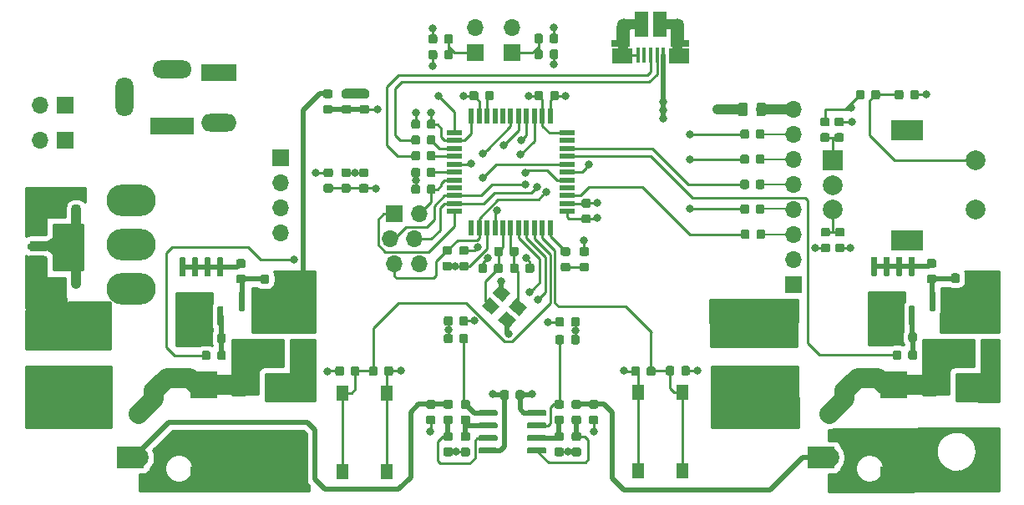
<source format=gbr>
G04 #@! TF.GenerationSoftware,KiCad,Pcbnew,(5.1.2)-1*
G04 #@! TF.CreationDate,2020-10-29T23:57:23+01:00*
G04 #@! TF.ProjectId,SolderingRT1,536f6c64-6572-4696-9e67-5254312e6b69,rev?*
G04 #@! TF.SameCoordinates,Original*
G04 #@! TF.FileFunction,Copper,L1,Top*
G04 #@! TF.FilePolarity,Positive*
%FSLAX46Y46*%
G04 Gerber Fmt 4.6, Leading zero omitted, Abs format (unit mm)*
G04 Created by KiCad (PCBNEW (5.1.2)-1) date 2020-10-29 23:57:23*
%MOMM*%
%LPD*%
G04 APERTURE LIST*
%ADD10C,0.100000*%
%ADD11C,2.000000*%
%ADD12R,2.800000X2.800000*%
%ADD13R,2.800000X2.200000*%
%ADD14O,1.700000X1.700000*%
%ADD15R,1.700000X1.700000*%
%ADD16R,3.600000X1.800000*%
%ADD17O,3.600000X1.800000*%
%ADD18O,5.000000X3.200000*%
%ADD19C,0.600000*%
%ADD20R,0.550000X1.500000*%
%ADD21R,1.500000X0.550000*%
%ADD22C,2.500000*%
%ADD23C,1.200000*%
%ADD24C,1.000000*%
%ADD25R,1.840000X2.200000*%
%ADD26R,1.500000X1.000000*%
%ADD27R,1.800000X1.000000*%
%ADD28C,0.850000*%
%ADD29R,1.300000X1.550000*%
%ADD30R,2.000000X2.000000*%
%ADD31R,3.200000X2.000000*%
%ADD32C,0.875000*%
%ADD33C,0.975000*%
%ADD34R,1.430000X2.500000*%
%ADD35O,1.350000X1.700000*%
%ADD36O,1.100000X1.500000*%
%ADD37R,0.400000X1.650000*%
%ADD38R,2.000000X1.500000*%
%ADD39R,1.825000X0.700000*%
%ADD40R,1.350000X2.000000*%
%ADD41R,4.400000X1.800000*%
%ADD42O,4.000000X1.800000*%
%ADD43O,1.800000X4.000000*%
%ADD44C,0.500000*%
%ADD45R,2.500000X1.800000*%
%ADD46C,1.250000*%
%ADD47C,0.800000*%
%ADD48C,0.250000*%
%ADD49C,0.500000*%
%ADD50C,1.000000*%
%ADD51C,2.000000*%
%ADD52C,0.200000*%
%ADD53C,0.254000*%
G04 APERTURE END LIST*
D10*
G36*
X165550000Y-107400000D02*
G01*
X165550000Y-108400000D01*
X165050000Y-108400000D01*
X165050000Y-107400000D01*
X165550000Y-107400000D01*
G37*
D11*
X183650000Y-138860000D03*
X182150000Y-141160000D03*
X183650000Y-147760000D03*
X182150000Y-145610000D03*
X113650000Y-138860000D03*
X112150000Y-141160000D03*
X113650000Y-147760000D03*
X112150000Y-145610000D03*
D12*
X188700000Y-138200000D03*
D13*
X188700000Y-147600000D03*
X181300000Y-145600000D03*
X111300000Y-145600000D03*
X118700000Y-147600000D03*
D12*
X118700000Y-138200000D03*
D14*
X102160000Y-109850000D03*
D15*
X104700000Y-109850000D03*
D16*
X120300000Y-106600000D03*
D17*
X120300000Y-111680000D03*
D14*
X178500000Y-110270000D03*
X178500000Y-112810000D03*
X178500000Y-115350000D03*
X178500000Y-117890000D03*
X178500000Y-120430000D03*
X178500000Y-122970000D03*
X178500000Y-125510000D03*
D15*
X178500000Y-128050000D03*
D18*
X111350000Y-119550000D03*
X111350000Y-124000000D03*
X111350000Y-128450000D03*
D10*
G36*
X116759703Y-125300722D02*
G01*
X116774264Y-125302882D01*
X116788543Y-125306459D01*
X116802403Y-125311418D01*
X116815710Y-125317712D01*
X116828336Y-125325280D01*
X116840159Y-125334048D01*
X116851066Y-125343934D01*
X116860952Y-125354841D01*
X116869720Y-125366664D01*
X116877288Y-125379290D01*
X116883582Y-125392597D01*
X116888541Y-125406457D01*
X116892118Y-125420736D01*
X116894278Y-125435297D01*
X116895000Y-125450000D01*
X116895000Y-127100000D01*
X116894278Y-127114703D01*
X116892118Y-127129264D01*
X116888541Y-127143543D01*
X116883582Y-127157403D01*
X116877288Y-127170710D01*
X116869720Y-127183336D01*
X116860952Y-127195159D01*
X116851066Y-127206066D01*
X116840159Y-127215952D01*
X116828336Y-127224720D01*
X116815710Y-127232288D01*
X116802403Y-127238582D01*
X116788543Y-127243541D01*
X116774264Y-127247118D01*
X116759703Y-127249278D01*
X116745000Y-127250000D01*
X116445000Y-127250000D01*
X116430297Y-127249278D01*
X116415736Y-127247118D01*
X116401457Y-127243541D01*
X116387597Y-127238582D01*
X116374290Y-127232288D01*
X116361664Y-127224720D01*
X116349841Y-127215952D01*
X116338934Y-127206066D01*
X116329048Y-127195159D01*
X116320280Y-127183336D01*
X116312712Y-127170710D01*
X116306418Y-127157403D01*
X116301459Y-127143543D01*
X116297882Y-127129264D01*
X116295722Y-127114703D01*
X116295000Y-127100000D01*
X116295000Y-125450000D01*
X116295722Y-125435297D01*
X116297882Y-125420736D01*
X116301459Y-125406457D01*
X116306418Y-125392597D01*
X116312712Y-125379290D01*
X116320280Y-125366664D01*
X116329048Y-125354841D01*
X116338934Y-125343934D01*
X116349841Y-125334048D01*
X116361664Y-125325280D01*
X116374290Y-125317712D01*
X116387597Y-125311418D01*
X116401457Y-125306459D01*
X116415736Y-125302882D01*
X116430297Y-125300722D01*
X116445000Y-125300000D01*
X116745000Y-125300000D01*
X116759703Y-125300722D01*
X116759703Y-125300722D01*
G37*
D19*
X116595000Y-126275000D03*
D10*
G36*
X118029703Y-125300722D02*
G01*
X118044264Y-125302882D01*
X118058543Y-125306459D01*
X118072403Y-125311418D01*
X118085710Y-125317712D01*
X118098336Y-125325280D01*
X118110159Y-125334048D01*
X118121066Y-125343934D01*
X118130952Y-125354841D01*
X118139720Y-125366664D01*
X118147288Y-125379290D01*
X118153582Y-125392597D01*
X118158541Y-125406457D01*
X118162118Y-125420736D01*
X118164278Y-125435297D01*
X118165000Y-125450000D01*
X118165000Y-127100000D01*
X118164278Y-127114703D01*
X118162118Y-127129264D01*
X118158541Y-127143543D01*
X118153582Y-127157403D01*
X118147288Y-127170710D01*
X118139720Y-127183336D01*
X118130952Y-127195159D01*
X118121066Y-127206066D01*
X118110159Y-127215952D01*
X118098336Y-127224720D01*
X118085710Y-127232288D01*
X118072403Y-127238582D01*
X118058543Y-127243541D01*
X118044264Y-127247118D01*
X118029703Y-127249278D01*
X118015000Y-127250000D01*
X117715000Y-127250000D01*
X117700297Y-127249278D01*
X117685736Y-127247118D01*
X117671457Y-127243541D01*
X117657597Y-127238582D01*
X117644290Y-127232288D01*
X117631664Y-127224720D01*
X117619841Y-127215952D01*
X117608934Y-127206066D01*
X117599048Y-127195159D01*
X117590280Y-127183336D01*
X117582712Y-127170710D01*
X117576418Y-127157403D01*
X117571459Y-127143543D01*
X117567882Y-127129264D01*
X117565722Y-127114703D01*
X117565000Y-127100000D01*
X117565000Y-125450000D01*
X117565722Y-125435297D01*
X117567882Y-125420736D01*
X117571459Y-125406457D01*
X117576418Y-125392597D01*
X117582712Y-125379290D01*
X117590280Y-125366664D01*
X117599048Y-125354841D01*
X117608934Y-125343934D01*
X117619841Y-125334048D01*
X117631664Y-125325280D01*
X117644290Y-125317712D01*
X117657597Y-125311418D01*
X117671457Y-125306459D01*
X117685736Y-125302882D01*
X117700297Y-125300722D01*
X117715000Y-125300000D01*
X118015000Y-125300000D01*
X118029703Y-125300722D01*
X118029703Y-125300722D01*
G37*
D19*
X117865000Y-126275000D03*
D10*
G36*
X119299703Y-125300722D02*
G01*
X119314264Y-125302882D01*
X119328543Y-125306459D01*
X119342403Y-125311418D01*
X119355710Y-125317712D01*
X119368336Y-125325280D01*
X119380159Y-125334048D01*
X119391066Y-125343934D01*
X119400952Y-125354841D01*
X119409720Y-125366664D01*
X119417288Y-125379290D01*
X119423582Y-125392597D01*
X119428541Y-125406457D01*
X119432118Y-125420736D01*
X119434278Y-125435297D01*
X119435000Y-125450000D01*
X119435000Y-127100000D01*
X119434278Y-127114703D01*
X119432118Y-127129264D01*
X119428541Y-127143543D01*
X119423582Y-127157403D01*
X119417288Y-127170710D01*
X119409720Y-127183336D01*
X119400952Y-127195159D01*
X119391066Y-127206066D01*
X119380159Y-127215952D01*
X119368336Y-127224720D01*
X119355710Y-127232288D01*
X119342403Y-127238582D01*
X119328543Y-127243541D01*
X119314264Y-127247118D01*
X119299703Y-127249278D01*
X119285000Y-127250000D01*
X118985000Y-127250000D01*
X118970297Y-127249278D01*
X118955736Y-127247118D01*
X118941457Y-127243541D01*
X118927597Y-127238582D01*
X118914290Y-127232288D01*
X118901664Y-127224720D01*
X118889841Y-127215952D01*
X118878934Y-127206066D01*
X118869048Y-127195159D01*
X118860280Y-127183336D01*
X118852712Y-127170710D01*
X118846418Y-127157403D01*
X118841459Y-127143543D01*
X118837882Y-127129264D01*
X118835722Y-127114703D01*
X118835000Y-127100000D01*
X118835000Y-125450000D01*
X118835722Y-125435297D01*
X118837882Y-125420736D01*
X118841459Y-125406457D01*
X118846418Y-125392597D01*
X118852712Y-125379290D01*
X118860280Y-125366664D01*
X118869048Y-125354841D01*
X118878934Y-125343934D01*
X118889841Y-125334048D01*
X118901664Y-125325280D01*
X118914290Y-125317712D01*
X118927597Y-125311418D01*
X118941457Y-125306459D01*
X118955736Y-125302882D01*
X118970297Y-125300722D01*
X118985000Y-125300000D01*
X119285000Y-125300000D01*
X119299703Y-125300722D01*
X119299703Y-125300722D01*
G37*
D19*
X119135000Y-126275000D03*
D10*
G36*
X120569703Y-125300722D02*
G01*
X120584264Y-125302882D01*
X120598543Y-125306459D01*
X120612403Y-125311418D01*
X120625710Y-125317712D01*
X120638336Y-125325280D01*
X120650159Y-125334048D01*
X120661066Y-125343934D01*
X120670952Y-125354841D01*
X120679720Y-125366664D01*
X120687288Y-125379290D01*
X120693582Y-125392597D01*
X120698541Y-125406457D01*
X120702118Y-125420736D01*
X120704278Y-125435297D01*
X120705000Y-125450000D01*
X120705000Y-127100000D01*
X120704278Y-127114703D01*
X120702118Y-127129264D01*
X120698541Y-127143543D01*
X120693582Y-127157403D01*
X120687288Y-127170710D01*
X120679720Y-127183336D01*
X120670952Y-127195159D01*
X120661066Y-127206066D01*
X120650159Y-127215952D01*
X120638336Y-127224720D01*
X120625710Y-127232288D01*
X120612403Y-127238582D01*
X120598543Y-127243541D01*
X120584264Y-127247118D01*
X120569703Y-127249278D01*
X120555000Y-127250000D01*
X120255000Y-127250000D01*
X120240297Y-127249278D01*
X120225736Y-127247118D01*
X120211457Y-127243541D01*
X120197597Y-127238582D01*
X120184290Y-127232288D01*
X120171664Y-127224720D01*
X120159841Y-127215952D01*
X120148934Y-127206066D01*
X120139048Y-127195159D01*
X120130280Y-127183336D01*
X120122712Y-127170710D01*
X120116418Y-127157403D01*
X120111459Y-127143543D01*
X120107882Y-127129264D01*
X120105722Y-127114703D01*
X120105000Y-127100000D01*
X120105000Y-125450000D01*
X120105722Y-125435297D01*
X120107882Y-125420736D01*
X120111459Y-125406457D01*
X120116418Y-125392597D01*
X120122712Y-125379290D01*
X120130280Y-125366664D01*
X120139048Y-125354841D01*
X120148934Y-125343934D01*
X120159841Y-125334048D01*
X120171664Y-125325280D01*
X120184290Y-125317712D01*
X120197597Y-125311418D01*
X120211457Y-125306459D01*
X120225736Y-125302882D01*
X120240297Y-125300722D01*
X120255000Y-125300000D01*
X120555000Y-125300000D01*
X120569703Y-125300722D01*
X120569703Y-125300722D01*
G37*
D19*
X120405000Y-126275000D03*
D10*
G36*
X120569703Y-130250722D02*
G01*
X120584264Y-130252882D01*
X120598543Y-130256459D01*
X120612403Y-130261418D01*
X120625710Y-130267712D01*
X120638336Y-130275280D01*
X120650159Y-130284048D01*
X120661066Y-130293934D01*
X120670952Y-130304841D01*
X120679720Y-130316664D01*
X120687288Y-130329290D01*
X120693582Y-130342597D01*
X120698541Y-130356457D01*
X120702118Y-130370736D01*
X120704278Y-130385297D01*
X120705000Y-130400000D01*
X120705000Y-132050000D01*
X120704278Y-132064703D01*
X120702118Y-132079264D01*
X120698541Y-132093543D01*
X120693582Y-132107403D01*
X120687288Y-132120710D01*
X120679720Y-132133336D01*
X120670952Y-132145159D01*
X120661066Y-132156066D01*
X120650159Y-132165952D01*
X120638336Y-132174720D01*
X120625710Y-132182288D01*
X120612403Y-132188582D01*
X120598543Y-132193541D01*
X120584264Y-132197118D01*
X120569703Y-132199278D01*
X120555000Y-132200000D01*
X120255000Y-132200000D01*
X120240297Y-132199278D01*
X120225736Y-132197118D01*
X120211457Y-132193541D01*
X120197597Y-132188582D01*
X120184290Y-132182288D01*
X120171664Y-132174720D01*
X120159841Y-132165952D01*
X120148934Y-132156066D01*
X120139048Y-132145159D01*
X120130280Y-132133336D01*
X120122712Y-132120710D01*
X120116418Y-132107403D01*
X120111459Y-132093543D01*
X120107882Y-132079264D01*
X120105722Y-132064703D01*
X120105000Y-132050000D01*
X120105000Y-130400000D01*
X120105722Y-130385297D01*
X120107882Y-130370736D01*
X120111459Y-130356457D01*
X120116418Y-130342597D01*
X120122712Y-130329290D01*
X120130280Y-130316664D01*
X120139048Y-130304841D01*
X120148934Y-130293934D01*
X120159841Y-130284048D01*
X120171664Y-130275280D01*
X120184290Y-130267712D01*
X120197597Y-130261418D01*
X120211457Y-130256459D01*
X120225736Y-130252882D01*
X120240297Y-130250722D01*
X120255000Y-130250000D01*
X120555000Y-130250000D01*
X120569703Y-130250722D01*
X120569703Y-130250722D01*
G37*
D19*
X120405000Y-131225000D03*
D10*
G36*
X119299703Y-130250722D02*
G01*
X119314264Y-130252882D01*
X119328543Y-130256459D01*
X119342403Y-130261418D01*
X119355710Y-130267712D01*
X119368336Y-130275280D01*
X119380159Y-130284048D01*
X119391066Y-130293934D01*
X119400952Y-130304841D01*
X119409720Y-130316664D01*
X119417288Y-130329290D01*
X119423582Y-130342597D01*
X119428541Y-130356457D01*
X119432118Y-130370736D01*
X119434278Y-130385297D01*
X119435000Y-130400000D01*
X119435000Y-132050000D01*
X119434278Y-132064703D01*
X119432118Y-132079264D01*
X119428541Y-132093543D01*
X119423582Y-132107403D01*
X119417288Y-132120710D01*
X119409720Y-132133336D01*
X119400952Y-132145159D01*
X119391066Y-132156066D01*
X119380159Y-132165952D01*
X119368336Y-132174720D01*
X119355710Y-132182288D01*
X119342403Y-132188582D01*
X119328543Y-132193541D01*
X119314264Y-132197118D01*
X119299703Y-132199278D01*
X119285000Y-132200000D01*
X118985000Y-132200000D01*
X118970297Y-132199278D01*
X118955736Y-132197118D01*
X118941457Y-132193541D01*
X118927597Y-132188582D01*
X118914290Y-132182288D01*
X118901664Y-132174720D01*
X118889841Y-132165952D01*
X118878934Y-132156066D01*
X118869048Y-132145159D01*
X118860280Y-132133336D01*
X118852712Y-132120710D01*
X118846418Y-132107403D01*
X118841459Y-132093543D01*
X118837882Y-132079264D01*
X118835722Y-132064703D01*
X118835000Y-132050000D01*
X118835000Y-130400000D01*
X118835722Y-130385297D01*
X118837882Y-130370736D01*
X118841459Y-130356457D01*
X118846418Y-130342597D01*
X118852712Y-130329290D01*
X118860280Y-130316664D01*
X118869048Y-130304841D01*
X118878934Y-130293934D01*
X118889841Y-130284048D01*
X118901664Y-130275280D01*
X118914290Y-130267712D01*
X118927597Y-130261418D01*
X118941457Y-130256459D01*
X118955736Y-130252882D01*
X118970297Y-130250722D01*
X118985000Y-130250000D01*
X119285000Y-130250000D01*
X119299703Y-130250722D01*
X119299703Y-130250722D01*
G37*
D19*
X119135000Y-131225000D03*
D10*
G36*
X118029703Y-130250722D02*
G01*
X118044264Y-130252882D01*
X118058543Y-130256459D01*
X118072403Y-130261418D01*
X118085710Y-130267712D01*
X118098336Y-130275280D01*
X118110159Y-130284048D01*
X118121066Y-130293934D01*
X118130952Y-130304841D01*
X118139720Y-130316664D01*
X118147288Y-130329290D01*
X118153582Y-130342597D01*
X118158541Y-130356457D01*
X118162118Y-130370736D01*
X118164278Y-130385297D01*
X118165000Y-130400000D01*
X118165000Y-132050000D01*
X118164278Y-132064703D01*
X118162118Y-132079264D01*
X118158541Y-132093543D01*
X118153582Y-132107403D01*
X118147288Y-132120710D01*
X118139720Y-132133336D01*
X118130952Y-132145159D01*
X118121066Y-132156066D01*
X118110159Y-132165952D01*
X118098336Y-132174720D01*
X118085710Y-132182288D01*
X118072403Y-132188582D01*
X118058543Y-132193541D01*
X118044264Y-132197118D01*
X118029703Y-132199278D01*
X118015000Y-132200000D01*
X117715000Y-132200000D01*
X117700297Y-132199278D01*
X117685736Y-132197118D01*
X117671457Y-132193541D01*
X117657597Y-132188582D01*
X117644290Y-132182288D01*
X117631664Y-132174720D01*
X117619841Y-132165952D01*
X117608934Y-132156066D01*
X117599048Y-132145159D01*
X117590280Y-132133336D01*
X117582712Y-132120710D01*
X117576418Y-132107403D01*
X117571459Y-132093543D01*
X117567882Y-132079264D01*
X117565722Y-132064703D01*
X117565000Y-132050000D01*
X117565000Y-130400000D01*
X117565722Y-130385297D01*
X117567882Y-130370736D01*
X117571459Y-130356457D01*
X117576418Y-130342597D01*
X117582712Y-130329290D01*
X117590280Y-130316664D01*
X117599048Y-130304841D01*
X117608934Y-130293934D01*
X117619841Y-130284048D01*
X117631664Y-130275280D01*
X117644290Y-130267712D01*
X117657597Y-130261418D01*
X117671457Y-130256459D01*
X117685736Y-130252882D01*
X117700297Y-130250722D01*
X117715000Y-130250000D01*
X118015000Y-130250000D01*
X118029703Y-130250722D01*
X118029703Y-130250722D01*
G37*
D19*
X117865000Y-131225000D03*
D10*
G36*
X116759703Y-130250722D02*
G01*
X116774264Y-130252882D01*
X116788543Y-130256459D01*
X116802403Y-130261418D01*
X116815710Y-130267712D01*
X116828336Y-130275280D01*
X116840159Y-130284048D01*
X116851066Y-130293934D01*
X116860952Y-130304841D01*
X116869720Y-130316664D01*
X116877288Y-130329290D01*
X116883582Y-130342597D01*
X116888541Y-130356457D01*
X116892118Y-130370736D01*
X116894278Y-130385297D01*
X116895000Y-130400000D01*
X116895000Y-132050000D01*
X116894278Y-132064703D01*
X116892118Y-132079264D01*
X116888541Y-132093543D01*
X116883582Y-132107403D01*
X116877288Y-132120710D01*
X116869720Y-132133336D01*
X116860952Y-132145159D01*
X116851066Y-132156066D01*
X116840159Y-132165952D01*
X116828336Y-132174720D01*
X116815710Y-132182288D01*
X116802403Y-132188582D01*
X116788543Y-132193541D01*
X116774264Y-132197118D01*
X116759703Y-132199278D01*
X116745000Y-132200000D01*
X116445000Y-132200000D01*
X116430297Y-132199278D01*
X116415736Y-132197118D01*
X116401457Y-132193541D01*
X116387597Y-132188582D01*
X116374290Y-132182288D01*
X116361664Y-132174720D01*
X116349841Y-132165952D01*
X116338934Y-132156066D01*
X116329048Y-132145159D01*
X116320280Y-132133336D01*
X116312712Y-132120710D01*
X116306418Y-132107403D01*
X116301459Y-132093543D01*
X116297882Y-132079264D01*
X116295722Y-132064703D01*
X116295000Y-132050000D01*
X116295000Y-130400000D01*
X116295722Y-130385297D01*
X116297882Y-130370736D01*
X116301459Y-130356457D01*
X116306418Y-130342597D01*
X116312712Y-130329290D01*
X116320280Y-130316664D01*
X116329048Y-130304841D01*
X116338934Y-130293934D01*
X116349841Y-130284048D01*
X116361664Y-130275280D01*
X116374290Y-130267712D01*
X116387597Y-130261418D01*
X116401457Y-130256459D01*
X116415736Y-130252882D01*
X116430297Y-130250722D01*
X116445000Y-130250000D01*
X116745000Y-130250000D01*
X116759703Y-130250722D01*
X116759703Y-130250722D01*
G37*
D19*
X116595000Y-131225000D03*
D20*
X145850000Y-110950000D03*
X146650000Y-110950000D03*
X147450000Y-110950000D03*
X148250000Y-110950000D03*
X149050000Y-110950000D03*
X149850000Y-110950000D03*
X150650000Y-110950000D03*
X151450000Y-110950000D03*
X152250000Y-110950000D03*
X153050000Y-110950000D03*
X153850000Y-110950000D03*
D21*
X155550000Y-112650000D03*
X155550000Y-113450000D03*
X155550000Y-114250000D03*
X155550000Y-115050000D03*
X155550000Y-115850000D03*
X155550000Y-116650000D03*
X155550000Y-117450000D03*
X155550000Y-118250000D03*
X155550000Y-119050000D03*
X155550000Y-119850000D03*
X155550000Y-120650000D03*
D20*
X153850000Y-122350000D03*
X153050000Y-122350000D03*
X152250000Y-122350000D03*
X151450000Y-122350000D03*
X150650000Y-122350000D03*
X149850000Y-122350000D03*
X149050000Y-122350000D03*
X148250000Y-122350000D03*
X147450000Y-122350000D03*
X146650000Y-122350000D03*
X145850000Y-122350000D03*
D21*
X144150000Y-120650000D03*
X144150000Y-119850000D03*
X144150000Y-119050000D03*
X144150000Y-118250000D03*
X144150000Y-117450000D03*
X144150000Y-116650000D03*
X144150000Y-115850000D03*
X144150000Y-115050000D03*
X144150000Y-114250000D03*
X144150000Y-113450000D03*
X144150000Y-112650000D03*
D10*
G36*
X175674504Y-137251204D02*
G01*
X175698773Y-137254804D01*
X175722571Y-137260765D01*
X175745671Y-137269030D01*
X175767849Y-137279520D01*
X175788893Y-137292133D01*
X175808598Y-137306747D01*
X175826777Y-137323223D01*
X175843253Y-137341402D01*
X175857867Y-137361107D01*
X175870480Y-137382151D01*
X175880970Y-137404329D01*
X175889235Y-137427429D01*
X175895196Y-137451227D01*
X175898796Y-137475496D01*
X175900000Y-137500000D01*
X175900000Y-141400000D01*
X175898796Y-141424504D01*
X175895196Y-141448773D01*
X175889235Y-141472571D01*
X175880970Y-141495671D01*
X175870480Y-141517849D01*
X175857867Y-141538893D01*
X175843253Y-141558598D01*
X175826777Y-141576777D01*
X175808598Y-141593253D01*
X175788893Y-141607867D01*
X175767849Y-141620480D01*
X175745671Y-141630970D01*
X175722571Y-141639235D01*
X175698773Y-141645196D01*
X175674504Y-141648796D01*
X175650000Y-141650000D01*
X173650000Y-141650000D01*
X173625496Y-141648796D01*
X173601227Y-141645196D01*
X173577429Y-141639235D01*
X173554329Y-141630970D01*
X173532151Y-141620480D01*
X173511107Y-141607867D01*
X173491402Y-141593253D01*
X173473223Y-141576777D01*
X173456747Y-141558598D01*
X173442133Y-141538893D01*
X173429520Y-141517849D01*
X173419030Y-141495671D01*
X173410765Y-141472571D01*
X173404804Y-141448773D01*
X173401204Y-141424504D01*
X173400000Y-141400000D01*
X173400000Y-137500000D01*
X173401204Y-137475496D01*
X173404804Y-137451227D01*
X173410765Y-137427429D01*
X173419030Y-137404329D01*
X173429520Y-137382151D01*
X173442133Y-137361107D01*
X173456747Y-137341402D01*
X173473223Y-137323223D01*
X173491402Y-137306747D01*
X173511107Y-137292133D01*
X173532151Y-137279520D01*
X173554329Y-137269030D01*
X173577429Y-137260765D01*
X173601227Y-137254804D01*
X173625496Y-137251204D01*
X173650000Y-137250000D01*
X175650000Y-137250000D01*
X175674504Y-137251204D01*
X175674504Y-137251204D01*
G37*
D22*
X174650000Y-139450000D03*
D10*
G36*
X175674504Y-129851204D02*
G01*
X175698773Y-129854804D01*
X175722571Y-129860765D01*
X175745671Y-129869030D01*
X175767849Y-129879520D01*
X175788893Y-129892133D01*
X175808598Y-129906747D01*
X175826777Y-129923223D01*
X175843253Y-129941402D01*
X175857867Y-129961107D01*
X175870480Y-129982151D01*
X175880970Y-130004329D01*
X175889235Y-130027429D01*
X175895196Y-130051227D01*
X175898796Y-130075496D01*
X175900000Y-130100000D01*
X175900000Y-134000000D01*
X175898796Y-134024504D01*
X175895196Y-134048773D01*
X175889235Y-134072571D01*
X175880970Y-134095671D01*
X175870480Y-134117849D01*
X175857867Y-134138893D01*
X175843253Y-134158598D01*
X175826777Y-134176777D01*
X175808598Y-134193253D01*
X175788893Y-134207867D01*
X175767849Y-134220480D01*
X175745671Y-134230970D01*
X175722571Y-134239235D01*
X175698773Y-134245196D01*
X175674504Y-134248796D01*
X175650000Y-134250000D01*
X173650000Y-134250000D01*
X173625496Y-134248796D01*
X173601227Y-134245196D01*
X173577429Y-134239235D01*
X173554329Y-134230970D01*
X173532151Y-134220480D01*
X173511107Y-134207867D01*
X173491402Y-134193253D01*
X173473223Y-134176777D01*
X173456747Y-134158598D01*
X173442133Y-134138893D01*
X173429520Y-134117849D01*
X173419030Y-134095671D01*
X173410765Y-134072571D01*
X173404804Y-134048773D01*
X173401204Y-134024504D01*
X173400000Y-134000000D01*
X173400000Y-130100000D01*
X173401204Y-130075496D01*
X173404804Y-130051227D01*
X173410765Y-130027429D01*
X173419030Y-130004329D01*
X173429520Y-129982151D01*
X173442133Y-129961107D01*
X173456747Y-129941402D01*
X173473223Y-129923223D01*
X173491402Y-129906747D01*
X173511107Y-129892133D01*
X173532151Y-129879520D01*
X173554329Y-129869030D01*
X173577429Y-129860765D01*
X173601227Y-129854804D01*
X173625496Y-129851204D01*
X173650000Y-129850000D01*
X175650000Y-129850000D01*
X175674504Y-129851204D01*
X175674504Y-129851204D01*
G37*
D22*
X174650000Y-132050000D03*
D10*
G36*
X105774504Y-137501204D02*
G01*
X105798773Y-137504804D01*
X105822571Y-137510765D01*
X105845671Y-137519030D01*
X105867849Y-137529520D01*
X105888893Y-137542133D01*
X105908598Y-137556747D01*
X105926777Y-137573223D01*
X105943253Y-137591402D01*
X105957867Y-137611107D01*
X105970480Y-137632151D01*
X105980970Y-137654329D01*
X105989235Y-137677429D01*
X105995196Y-137701227D01*
X105998796Y-137725496D01*
X106000000Y-137750000D01*
X106000000Y-141650000D01*
X105998796Y-141674504D01*
X105995196Y-141698773D01*
X105989235Y-141722571D01*
X105980970Y-141745671D01*
X105970480Y-141767849D01*
X105957867Y-141788893D01*
X105943253Y-141808598D01*
X105926777Y-141826777D01*
X105908598Y-141843253D01*
X105888893Y-141857867D01*
X105867849Y-141870480D01*
X105845671Y-141880970D01*
X105822571Y-141889235D01*
X105798773Y-141895196D01*
X105774504Y-141898796D01*
X105750000Y-141900000D01*
X103750000Y-141900000D01*
X103725496Y-141898796D01*
X103701227Y-141895196D01*
X103677429Y-141889235D01*
X103654329Y-141880970D01*
X103632151Y-141870480D01*
X103611107Y-141857867D01*
X103591402Y-141843253D01*
X103573223Y-141826777D01*
X103556747Y-141808598D01*
X103542133Y-141788893D01*
X103529520Y-141767849D01*
X103519030Y-141745671D01*
X103510765Y-141722571D01*
X103504804Y-141698773D01*
X103501204Y-141674504D01*
X103500000Y-141650000D01*
X103500000Y-137750000D01*
X103501204Y-137725496D01*
X103504804Y-137701227D01*
X103510765Y-137677429D01*
X103519030Y-137654329D01*
X103529520Y-137632151D01*
X103542133Y-137611107D01*
X103556747Y-137591402D01*
X103573223Y-137573223D01*
X103591402Y-137556747D01*
X103611107Y-137542133D01*
X103632151Y-137529520D01*
X103654329Y-137519030D01*
X103677429Y-137510765D01*
X103701227Y-137504804D01*
X103725496Y-137501204D01*
X103750000Y-137500000D01*
X105750000Y-137500000D01*
X105774504Y-137501204D01*
X105774504Y-137501204D01*
G37*
D22*
X104750000Y-139700000D03*
D10*
G36*
X105774504Y-130101204D02*
G01*
X105798773Y-130104804D01*
X105822571Y-130110765D01*
X105845671Y-130119030D01*
X105867849Y-130129520D01*
X105888893Y-130142133D01*
X105908598Y-130156747D01*
X105926777Y-130173223D01*
X105943253Y-130191402D01*
X105957867Y-130211107D01*
X105970480Y-130232151D01*
X105980970Y-130254329D01*
X105989235Y-130277429D01*
X105995196Y-130301227D01*
X105998796Y-130325496D01*
X106000000Y-130350000D01*
X106000000Y-134250000D01*
X105998796Y-134274504D01*
X105995196Y-134298773D01*
X105989235Y-134322571D01*
X105980970Y-134345671D01*
X105970480Y-134367849D01*
X105957867Y-134388893D01*
X105943253Y-134408598D01*
X105926777Y-134426777D01*
X105908598Y-134443253D01*
X105888893Y-134457867D01*
X105867849Y-134470480D01*
X105845671Y-134480970D01*
X105822571Y-134489235D01*
X105798773Y-134495196D01*
X105774504Y-134498796D01*
X105750000Y-134500000D01*
X103750000Y-134500000D01*
X103725496Y-134498796D01*
X103701227Y-134495196D01*
X103677429Y-134489235D01*
X103654329Y-134480970D01*
X103632151Y-134470480D01*
X103611107Y-134457867D01*
X103591402Y-134443253D01*
X103573223Y-134426777D01*
X103556747Y-134408598D01*
X103542133Y-134388893D01*
X103529520Y-134367849D01*
X103519030Y-134345671D01*
X103510765Y-134322571D01*
X103504804Y-134298773D01*
X103501204Y-134274504D01*
X103500000Y-134250000D01*
X103500000Y-130350000D01*
X103501204Y-130325496D01*
X103504804Y-130301227D01*
X103510765Y-130277429D01*
X103519030Y-130254329D01*
X103529520Y-130232151D01*
X103542133Y-130211107D01*
X103556747Y-130191402D01*
X103573223Y-130173223D01*
X103591402Y-130156747D01*
X103611107Y-130142133D01*
X103632151Y-130129520D01*
X103654329Y-130119030D01*
X103677429Y-130110765D01*
X103701227Y-130104804D01*
X103725496Y-130101204D01*
X103750000Y-130100000D01*
X105750000Y-130100000D01*
X105774504Y-130101204D01*
X105774504Y-130101204D01*
G37*
D22*
X104750000Y-132300000D03*
D23*
X149496279Y-131658204D03*
D10*
G36*
X150418183Y-131648529D02*
G01*
X149646838Y-132567782D01*
X148574375Y-131667879D01*
X149345720Y-130748626D01*
X150418183Y-131648529D01*
X150418183Y-131648529D01*
G37*
D23*
X147810982Y-130244071D03*
D10*
G36*
X148732886Y-130234396D02*
G01*
X147961541Y-131153649D01*
X146889078Y-130253746D01*
X147660423Y-129334493D01*
X148732886Y-130234396D01*
X148732886Y-130234396D01*
G37*
D23*
X148903721Y-128941796D03*
D10*
G36*
X149825625Y-128932121D02*
G01*
X149054280Y-129851374D01*
X147981817Y-128951471D01*
X148753162Y-128032218D01*
X149825625Y-128932121D01*
X149825625Y-128932121D01*
G37*
D23*
X150589018Y-130355929D03*
D10*
G36*
X151510922Y-130346254D02*
G01*
X150739577Y-131265507D01*
X149667114Y-130365604D01*
X150438459Y-129446351D01*
X151510922Y-130346254D01*
X151510922Y-130346254D01*
G37*
D24*
X103223800Y-124150000D03*
D10*
G36*
X103723800Y-125250000D02*
G01*
X102723800Y-124550000D01*
X102723800Y-123750000D01*
X103723800Y-123050000D01*
X103723800Y-125250000D01*
X103723800Y-125250000D01*
G37*
D25*
X104633500Y-124150000D03*
D26*
X101820000Y-125650000D03*
D27*
X101966500Y-124150000D03*
D26*
X101820000Y-122650000D03*
D28*
X105967000Y-124150000D03*
D10*
G36*
X105542000Y-123050000D02*
G01*
X106392000Y-123650000D01*
X106392000Y-124650000D01*
X105542000Y-125250000D01*
X105542000Y-123050000D01*
X105542000Y-123050000D01*
G37*
G36*
X153314703Y-140795722D02*
G01*
X153329264Y-140797882D01*
X153343543Y-140801459D01*
X153357403Y-140806418D01*
X153370710Y-140812712D01*
X153383336Y-140820280D01*
X153395159Y-140829048D01*
X153406066Y-140838934D01*
X153415952Y-140849841D01*
X153424720Y-140861664D01*
X153432288Y-140874290D01*
X153438582Y-140887597D01*
X153443541Y-140901457D01*
X153447118Y-140915736D01*
X153449278Y-140930297D01*
X153450000Y-140945000D01*
X153450000Y-141245000D01*
X153449278Y-141259703D01*
X153447118Y-141274264D01*
X153443541Y-141288543D01*
X153438582Y-141302403D01*
X153432288Y-141315710D01*
X153424720Y-141328336D01*
X153415952Y-141340159D01*
X153406066Y-141351066D01*
X153395159Y-141360952D01*
X153383336Y-141369720D01*
X153370710Y-141377288D01*
X153357403Y-141383582D01*
X153343543Y-141388541D01*
X153329264Y-141392118D01*
X153314703Y-141394278D01*
X153300000Y-141395000D01*
X151650000Y-141395000D01*
X151635297Y-141394278D01*
X151620736Y-141392118D01*
X151606457Y-141388541D01*
X151592597Y-141383582D01*
X151579290Y-141377288D01*
X151566664Y-141369720D01*
X151554841Y-141360952D01*
X151543934Y-141351066D01*
X151534048Y-141340159D01*
X151525280Y-141328336D01*
X151517712Y-141315710D01*
X151511418Y-141302403D01*
X151506459Y-141288543D01*
X151502882Y-141274264D01*
X151500722Y-141259703D01*
X151500000Y-141245000D01*
X151500000Y-140945000D01*
X151500722Y-140930297D01*
X151502882Y-140915736D01*
X151506459Y-140901457D01*
X151511418Y-140887597D01*
X151517712Y-140874290D01*
X151525280Y-140861664D01*
X151534048Y-140849841D01*
X151543934Y-140838934D01*
X151554841Y-140829048D01*
X151566664Y-140820280D01*
X151579290Y-140812712D01*
X151592597Y-140806418D01*
X151606457Y-140801459D01*
X151620736Y-140797882D01*
X151635297Y-140795722D01*
X151650000Y-140795000D01*
X153300000Y-140795000D01*
X153314703Y-140795722D01*
X153314703Y-140795722D01*
G37*
D19*
X152475000Y-141095000D03*
D10*
G36*
X153314703Y-142065722D02*
G01*
X153329264Y-142067882D01*
X153343543Y-142071459D01*
X153357403Y-142076418D01*
X153370710Y-142082712D01*
X153383336Y-142090280D01*
X153395159Y-142099048D01*
X153406066Y-142108934D01*
X153415952Y-142119841D01*
X153424720Y-142131664D01*
X153432288Y-142144290D01*
X153438582Y-142157597D01*
X153443541Y-142171457D01*
X153447118Y-142185736D01*
X153449278Y-142200297D01*
X153450000Y-142215000D01*
X153450000Y-142515000D01*
X153449278Y-142529703D01*
X153447118Y-142544264D01*
X153443541Y-142558543D01*
X153438582Y-142572403D01*
X153432288Y-142585710D01*
X153424720Y-142598336D01*
X153415952Y-142610159D01*
X153406066Y-142621066D01*
X153395159Y-142630952D01*
X153383336Y-142639720D01*
X153370710Y-142647288D01*
X153357403Y-142653582D01*
X153343543Y-142658541D01*
X153329264Y-142662118D01*
X153314703Y-142664278D01*
X153300000Y-142665000D01*
X151650000Y-142665000D01*
X151635297Y-142664278D01*
X151620736Y-142662118D01*
X151606457Y-142658541D01*
X151592597Y-142653582D01*
X151579290Y-142647288D01*
X151566664Y-142639720D01*
X151554841Y-142630952D01*
X151543934Y-142621066D01*
X151534048Y-142610159D01*
X151525280Y-142598336D01*
X151517712Y-142585710D01*
X151511418Y-142572403D01*
X151506459Y-142558543D01*
X151502882Y-142544264D01*
X151500722Y-142529703D01*
X151500000Y-142515000D01*
X151500000Y-142215000D01*
X151500722Y-142200297D01*
X151502882Y-142185736D01*
X151506459Y-142171457D01*
X151511418Y-142157597D01*
X151517712Y-142144290D01*
X151525280Y-142131664D01*
X151534048Y-142119841D01*
X151543934Y-142108934D01*
X151554841Y-142099048D01*
X151566664Y-142090280D01*
X151579290Y-142082712D01*
X151592597Y-142076418D01*
X151606457Y-142071459D01*
X151620736Y-142067882D01*
X151635297Y-142065722D01*
X151650000Y-142065000D01*
X153300000Y-142065000D01*
X153314703Y-142065722D01*
X153314703Y-142065722D01*
G37*
D19*
X152475000Y-142365000D03*
D10*
G36*
X153314703Y-143335722D02*
G01*
X153329264Y-143337882D01*
X153343543Y-143341459D01*
X153357403Y-143346418D01*
X153370710Y-143352712D01*
X153383336Y-143360280D01*
X153395159Y-143369048D01*
X153406066Y-143378934D01*
X153415952Y-143389841D01*
X153424720Y-143401664D01*
X153432288Y-143414290D01*
X153438582Y-143427597D01*
X153443541Y-143441457D01*
X153447118Y-143455736D01*
X153449278Y-143470297D01*
X153450000Y-143485000D01*
X153450000Y-143785000D01*
X153449278Y-143799703D01*
X153447118Y-143814264D01*
X153443541Y-143828543D01*
X153438582Y-143842403D01*
X153432288Y-143855710D01*
X153424720Y-143868336D01*
X153415952Y-143880159D01*
X153406066Y-143891066D01*
X153395159Y-143900952D01*
X153383336Y-143909720D01*
X153370710Y-143917288D01*
X153357403Y-143923582D01*
X153343543Y-143928541D01*
X153329264Y-143932118D01*
X153314703Y-143934278D01*
X153300000Y-143935000D01*
X151650000Y-143935000D01*
X151635297Y-143934278D01*
X151620736Y-143932118D01*
X151606457Y-143928541D01*
X151592597Y-143923582D01*
X151579290Y-143917288D01*
X151566664Y-143909720D01*
X151554841Y-143900952D01*
X151543934Y-143891066D01*
X151534048Y-143880159D01*
X151525280Y-143868336D01*
X151517712Y-143855710D01*
X151511418Y-143842403D01*
X151506459Y-143828543D01*
X151502882Y-143814264D01*
X151500722Y-143799703D01*
X151500000Y-143785000D01*
X151500000Y-143485000D01*
X151500722Y-143470297D01*
X151502882Y-143455736D01*
X151506459Y-143441457D01*
X151511418Y-143427597D01*
X151517712Y-143414290D01*
X151525280Y-143401664D01*
X151534048Y-143389841D01*
X151543934Y-143378934D01*
X151554841Y-143369048D01*
X151566664Y-143360280D01*
X151579290Y-143352712D01*
X151592597Y-143346418D01*
X151606457Y-143341459D01*
X151620736Y-143337882D01*
X151635297Y-143335722D01*
X151650000Y-143335000D01*
X153300000Y-143335000D01*
X153314703Y-143335722D01*
X153314703Y-143335722D01*
G37*
D19*
X152475000Y-143635000D03*
D10*
G36*
X153314703Y-144605722D02*
G01*
X153329264Y-144607882D01*
X153343543Y-144611459D01*
X153357403Y-144616418D01*
X153370710Y-144622712D01*
X153383336Y-144630280D01*
X153395159Y-144639048D01*
X153406066Y-144648934D01*
X153415952Y-144659841D01*
X153424720Y-144671664D01*
X153432288Y-144684290D01*
X153438582Y-144697597D01*
X153443541Y-144711457D01*
X153447118Y-144725736D01*
X153449278Y-144740297D01*
X153450000Y-144755000D01*
X153450000Y-145055000D01*
X153449278Y-145069703D01*
X153447118Y-145084264D01*
X153443541Y-145098543D01*
X153438582Y-145112403D01*
X153432288Y-145125710D01*
X153424720Y-145138336D01*
X153415952Y-145150159D01*
X153406066Y-145161066D01*
X153395159Y-145170952D01*
X153383336Y-145179720D01*
X153370710Y-145187288D01*
X153357403Y-145193582D01*
X153343543Y-145198541D01*
X153329264Y-145202118D01*
X153314703Y-145204278D01*
X153300000Y-145205000D01*
X151650000Y-145205000D01*
X151635297Y-145204278D01*
X151620736Y-145202118D01*
X151606457Y-145198541D01*
X151592597Y-145193582D01*
X151579290Y-145187288D01*
X151566664Y-145179720D01*
X151554841Y-145170952D01*
X151543934Y-145161066D01*
X151534048Y-145150159D01*
X151525280Y-145138336D01*
X151517712Y-145125710D01*
X151511418Y-145112403D01*
X151506459Y-145098543D01*
X151502882Y-145084264D01*
X151500722Y-145069703D01*
X151500000Y-145055000D01*
X151500000Y-144755000D01*
X151500722Y-144740297D01*
X151502882Y-144725736D01*
X151506459Y-144711457D01*
X151511418Y-144697597D01*
X151517712Y-144684290D01*
X151525280Y-144671664D01*
X151534048Y-144659841D01*
X151543934Y-144648934D01*
X151554841Y-144639048D01*
X151566664Y-144630280D01*
X151579290Y-144622712D01*
X151592597Y-144616418D01*
X151606457Y-144611459D01*
X151620736Y-144607882D01*
X151635297Y-144605722D01*
X151650000Y-144605000D01*
X153300000Y-144605000D01*
X153314703Y-144605722D01*
X153314703Y-144605722D01*
G37*
D19*
X152475000Y-144905000D03*
D10*
G36*
X148364703Y-144605722D02*
G01*
X148379264Y-144607882D01*
X148393543Y-144611459D01*
X148407403Y-144616418D01*
X148420710Y-144622712D01*
X148433336Y-144630280D01*
X148445159Y-144639048D01*
X148456066Y-144648934D01*
X148465952Y-144659841D01*
X148474720Y-144671664D01*
X148482288Y-144684290D01*
X148488582Y-144697597D01*
X148493541Y-144711457D01*
X148497118Y-144725736D01*
X148499278Y-144740297D01*
X148500000Y-144755000D01*
X148500000Y-145055000D01*
X148499278Y-145069703D01*
X148497118Y-145084264D01*
X148493541Y-145098543D01*
X148488582Y-145112403D01*
X148482288Y-145125710D01*
X148474720Y-145138336D01*
X148465952Y-145150159D01*
X148456066Y-145161066D01*
X148445159Y-145170952D01*
X148433336Y-145179720D01*
X148420710Y-145187288D01*
X148407403Y-145193582D01*
X148393543Y-145198541D01*
X148379264Y-145202118D01*
X148364703Y-145204278D01*
X148350000Y-145205000D01*
X146700000Y-145205000D01*
X146685297Y-145204278D01*
X146670736Y-145202118D01*
X146656457Y-145198541D01*
X146642597Y-145193582D01*
X146629290Y-145187288D01*
X146616664Y-145179720D01*
X146604841Y-145170952D01*
X146593934Y-145161066D01*
X146584048Y-145150159D01*
X146575280Y-145138336D01*
X146567712Y-145125710D01*
X146561418Y-145112403D01*
X146556459Y-145098543D01*
X146552882Y-145084264D01*
X146550722Y-145069703D01*
X146550000Y-145055000D01*
X146550000Y-144755000D01*
X146550722Y-144740297D01*
X146552882Y-144725736D01*
X146556459Y-144711457D01*
X146561418Y-144697597D01*
X146567712Y-144684290D01*
X146575280Y-144671664D01*
X146584048Y-144659841D01*
X146593934Y-144648934D01*
X146604841Y-144639048D01*
X146616664Y-144630280D01*
X146629290Y-144622712D01*
X146642597Y-144616418D01*
X146656457Y-144611459D01*
X146670736Y-144607882D01*
X146685297Y-144605722D01*
X146700000Y-144605000D01*
X148350000Y-144605000D01*
X148364703Y-144605722D01*
X148364703Y-144605722D01*
G37*
D19*
X147525000Y-144905000D03*
D10*
G36*
X148364703Y-143335722D02*
G01*
X148379264Y-143337882D01*
X148393543Y-143341459D01*
X148407403Y-143346418D01*
X148420710Y-143352712D01*
X148433336Y-143360280D01*
X148445159Y-143369048D01*
X148456066Y-143378934D01*
X148465952Y-143389841D01*
X148474720Y-143401664D01*
X148482288Y-143414290D01*
X148488582Y-143427597D01*
X148493541Y-143441457D01*
X148497118Y-143455736D01*
X148499278Y-143470297D01*
X148500000Y-143485000D01*
X148500000Y-143785000D01*
X148499278Y-143799703D01*
X148497118Y-143814264D01*
X148493541Y-143828543D01*
X148488582Y-143842403D01*
X148482288Y-143855710D01*
X148474720Y-143868336D01*
X148465952Y-143880159D01*
X148456066Y-143891066D01*
X148445159Y-143900952D01*
X148433336Y-143909720D01*
X148420710Y-143917288D01*
X148407403Y-143923582D01*
X148393543Y-143928541D01*
X148379264Y-143932118D01*
X148364703Y-143934278D01*
X148350000Y-143935000D01*
X146700000Y-143935000D01*
X146685297Y-143934278D01*
X146670736Y-143932118D01*
X146656457Y-143928541D01*
X146642597Y-143923582D01*
X146629290Y-143917288D01*
X146616664Y-143909720D01*
X146604841Y-143900952D01*
X146593934Y-143891066D01*
X146584048Y-143880159D01*
X146575280Y-143868336D01*
X146567712Y-143855710D01*
X146561418Y-143842403D01*
X146556459Y-143828543D01*
X146552882Y-143814264D01*
X146550722Y-143799703D01*
X146550000Y-143785000D01*
X146550000Y-143485000D01*
X146550722Y-143470297D01*
X146552882Y-143455736D01*
X146556459Y-143441457D01*
X146561418Y-143427597D01*
X146567712Y-143414290D01*
X146575280Y-143401664D01*
X146584048Y-143389841D01*
X146593934Y-143378934D01*
X146604841Y-143369048D01*
X146616664Y-143360280D01*
X146629290Y-143352712D01*
X146642597Y-143346418D01*
X146656457Y-143341459D01*
X146670736Y-143337882D01*
X146685297Y-143335722D01*
X146700000Y-143335000D01*
X148350000Y-143335000D01*
X148364703Y-143335722D01*
X148364703Y-143335722D01*
G37*
D19*
X147525000Y-143635000D03*
D10*
G36*
X148364703Y-142065722D02*
G01*
X148379264Y-142067882D01*
X148393543Y-142071459D01*
X148407403Y-142076418D01*
X148420710Y-142082712D01*
X148433336Y-142090280D01*
X148445159Y-142099048D01*
X148456066Y-142108934D01*
X148465952Y-142119841D01*
X148474720Y-142131664D01*
X148482288Y-142144290D01*
X148488582Y-142157597D01*
X148493541Y-142171457D01*
X148497118Y-142185736D01*
X148499278Y-142200297D01*
X148500000Y-142215000D01*
X148500000Y-142515000D01*
X148499278Y-142529703D01*
X148497118Y-142544264D01*
X148493541Y-142558543D01*
X148488582Y-142572403D01*
X148482288Y-142585710D01*
X148474720Y-142598336D01*
X148465952Y-142610159D01*
X148456066Y-142621066D01*
X148445159Y-142630952D01*
X148433336Y-142639720D01*
X148420710Y-142647288D01*
X148407403Y-142653582D01*
X148393543Y-142658541D01*
X148379264Y-142662118D01*
X148364703Y-142664278D01*
X148350000Y-142665000D01*
X146700000Y-142665000D01*
X146685297Y-142664278D01*
X146670736Y-142662118D01*
X146656457Y-142658541D01*
X146642597Y-142653582D01*
X146629290Y-142647288D01*
X146616664Y-142639720D01*
X146604841Y-142630952D01*
X146593934Y-142621066D01*
X146584048Y-142610159D01*
X146575280Y-142598336D01*
X146567712Y-142585710D01*
X146561418Y-142572403D01*
X146556459Y-142558543D01*
X146552882Y-142544264D01*
X146550722Y-142529703D01*
X146550000Y-142515000D01*
X146550000Y-142215000D01*
X146550722Y-142200297D01*
X146552882Y-142185736D01*
X146556459Y-142171457D01*
X146561418Y-142157597D01*
X146567712Y-142144290D01*
X146575280Y-142131664D01*
X146584048Y-142119841D01*
X146593934Y-142108934D01*
X146604841Y-142099048D01*
X146616664Y-142090280D01*
X146629290Y-142082712D01*
X146642597Y-142076418D01*
X146656457Y-142071459D01*
X146670736Y-142067882D01*
X146685297Y-142065722D01*
X146700000Y-142065000D01*
X148350000Y-142065000D01*
X148364703Y-142065722D01*
X148364703Y-142065722D01*
G37*
D19*
X147525000Y-142365000D03*
D10*
G36*
X148364703Y-140795722D02*
G01*
X148379264Y-140797882D01*
X148393543Y-140801459D01*
X148407403Y-140806418D01*
X148420710Y-140812712D01*
X148433336Y-140820280D01*
X148445159Y-140829048D01*
X148456066Y-140838934D01*
X148465952Y-140849841D01*
X148474720Y-140861664D01*
X148482288Y-140874290D01*
X148488582Y-140887597D01*
X148493541Y-140901457D01*
X148497118Y-140915736D01*
X148499278Y-140930297D01*
X148500000Y-140945000D01*
X148500000Y-141245000D01*
X148499278Y-141259703D01*
X148497118Y-141274264D01*
X148493541Y-141288543D01*
X148488582Y-141302403D01*
X148482288Y-141315710D01*
X148474720Y-141328336D01*
X148465952Y-141340159D01*
X148456066Y-141351066D01*
X148445159Y-141360952D01*
X148433336Y-141369720D01*
X148420710Y-141377288D01*
X148407403Y-141383582D01*
X148393543Y-141388541D01*
X148379264Y-141392118D01*
X148364703Y-141394278D01*
X148350000Y-141395000D01*
X146700000Y-141395000D01*
X146685297Y-141394278D01*
X146670736Y-141392118D01*
X146656457Y-141388541D01*
X146642597Y-141383582D01*
X146629290Y-141377288D01*
X146616664Y-141369720D01*
X146604841Y-141360952D01*
X146593934Y-141351066D01*
X146584048Y-141340159D01*
X146575280Y-141328336D01*
X146567712Y-141315710D01*
X146561418Y-141302403D01*
X146556459Y-141288543D01*
X146552882Y-141274264D01*
X146550722Y-141259703D01*
X146550000Y-141245000D01*
X146550000Y-140945000D01*
X146550722Y-140930297D01*
X146552882Y-140915736D01*
X146556459Y-140901457D01*
X146561418Y-140887597D01*
X146567712Y-140874290D01*
X146575280Y-140861664D01*
X146584048Y-140849841D01*
X146593934Y-140838934D01*
X146604841Y-140829048D01*
X146616664Y-140820280D01*
X146629290Y-140812712D01*
X146642597Y-140806418D01*
X146656457Y-140801459D01*
X146670736Y-140797882D01*
X146685297Y-140795722D01*
X146700000Y-140795000D01*
X148350000Y-140795000D01*
X148364703Y-140795722D01*
X148364703Y-140795722D01*
G37*
D19*
X147525000Y-141095000D03*
D29*
X137294810Y-139056712D03*
X132794810Y-139056712D03*
X132794810Y-147006712D03*
X137294810Y-147006712D03*
X162781712Y-146930190D03*
X167281712Y-146930190D03*
X167281712Y-138980190D03*
X162781712Y-138980190D03*
D30*
X182500000Y-115463615D03*
D11*
X182500000Y-117963615D03*
X182500000Y-120463615D03*
D31*
X190000000Y-112363615D03*
X190000000Y-123563615D03*
D11*
X197000000Y-115463615D03*
X197000000Y-120463615D03*
D10*
G36*
X120777691Y-133026053D02*
G01*
X120798926Y-133029203D01*
X120819750Y-133034419D01*
X120839962Y-133041651D01*
X120859368Y-133050830D01*
X120877781Y-133061866D01*
X120895024Y-133074654D01*
X120910930Y-133089070D01*
X120925346Y-133104976D01*
X120938134Y-133122219D01*
X120949170Y-133140632D01*
X120958349Y-133160038D01*
X120965581Y-133180250D01*
X120970797Y-133201074D01*
X120973947Y-133222309D01*
X120975000Y-133243750D01*
X120975000Y-133756250D01*
X120973947Y-133777691D01*
X120970797Y-133798926D01*
X120965581Y-133819750D01*
X120958349Y-133839962D01*
X120949170Y-133859368D01*
X120938134Y-133877781D01*
X120925346Y-133895024D01*
X120910930Y-133910930D01*
X120895024Y-133925346D01*
X120877781Y-133938134D01*
X120859368Y-133949170D01*
X120839962Y-133958349D01*
X120819750Y-133965581D01*
X120798926Y-133970797D01*
X120777691Y-133973947D01*
X120756250Y-133975000D01*
X120318750Y-133975000D01*
X120297309Y-133973947D01*
X120276074Y-133970797D01*
X120255250Y-133965581D01*
X120235038Y-133958349D01*
X120215632Y-133949170D01*
X120197219Y-133938134D01*
X120179976Y-133925346D01*
X120164070Y-133910930D01*
X120149654Y-133895024D01*
X120136866Y-133877781D01*
X120125830Y-133859368D01*
X120116651Y-133839962D01*
X120109419Y-133819750D01*
X120104203Y-133798926D01*
X120101053Y-133777691D01*
X120100000Y-133756250D01*
X120100000Y-133243750D01*
X120101053Y-133222309D01*
X120104203Y-133201074D01*
X120109419Y-133180250D01*
X120116651Y-133160038D01*
X120125830Y-133140632D01*
X120136866Y-133122219D01*
X120149654Y-133104976D01*
X120164070Y-133089070D01*
X120179976Y-133074654D01*
X120197219Y-133061866D01*
X120215632Y-133050830D01*
X120235038Y-133041651D01*
X120255250Y-133034419D01*
X120276074Y-133029203D01*
X120297309Y-133026053D01*
X120318750Y-133025000D01*
X120756250Y-133025000D01*
X120777691Y-133026053D01*
X120777691Y-133026053D01*
G37*
D32*
X120537500Y-133500000D03*
D10*
G36*
X119202691Y-133026053D02*
G01*
X119223926Y-133029203D01*
X119244750Y-133034419D01*
X119264962Y-133041651D01*
X119284368Y-133050830D01*
X119302781Y-133061866D01*
X119320024Y-133074654D01*
X119335930Y-133089070D01*
X119350346Y-133104976D01*
X119363134Y-133122219D01*
X119374170Y-133140632D01*
X119383349Y-133160038D01*
X119390581Y-133180250D01*
X119395797Y-133201074D01*
X119398947Y-133222309D01*
X119400000Y-133243750D01*
X119400000Y-133756250D01*
X119398947Y-133777691D01*
X119395797Y-133798926D01*
X119390581Y-133819750D01*
X119383349Y-133839962D01*
X119374170Y-133859368D01*
X119363134Y-133877781D01*
X119350346Y-133895024D01*
X119335930Y-133910930D01*
X119320024Y-133925346D01*
X119302781Y-133938134D01*
X119284368Y-133949170D01*
X119264962Y-133958349D01*
X119244750Y-133965581D01*
X119223926Y-133970797D01*
X119202691Y-133973947D01*
X119181250Y-133975000D01*
X118743750Y-133975000D01*
X118722309Y-133973947D01*
X118701074Y-133970797D01*
X118680250Y-133965581D01*
X118660038Y-133958349D01*
X118640632Y-133949170D01*
X118622219Y-133938134D01*
X118604976Y-133925346D01*
X118589070Y-133910930D01*
X118574654Y-133895024D01*
X118561866Y-133877781D01*
X118550830Y-133859368D01*
X118541651Y-133839962D01*
X118534419Y-133819750D01*
X118529203Y-133798926D01*
X118526053Y-133777691D01*
X118525000Y-133756250D01*
X118525000Y-133243750D01*
X118526053Y-133222309D01*
X118529203Y-133201074D01*
X118534419Y-133180250D01*
X118541651Y-133160038D01*
X118550830Y-133140632D01*
X118561866Y-133122219D01*
X118574654Y-133104976D01*
X118589070Y-133089070D01*
X118604976Y-133074654D01*
X118622219Y-133061866D01*
X118640632Y-133050830D01*
X118660038Y-133041651D01*
X118680250Y-133034419D01*
X118701074Y-133029203D01*
X118722309Y-133026053D01*
X118743750Y-133025000D01*
X119181250Y-133025000D01*
X119202691Y-133026053D01*
X119202691Y-133026053D01*
G37*
D32*
X118962500Y-133500000D03*
D10*
G36*
X175377691Y-112326053D02*
G01*
X175398926Y-112329203D01*
X175419750Y-112334419D01*
X175439962Y-112341651D01*
X175459368Y-112350830D01*
X175477781Y-112361866D01*
X175495024Y-112374654D01*
X175510930Y-112389070D01*
X175525346Y-112404976D01*
X175538134Y-112422219D01*
X175549170Y-112440632D01*
X175558349Y-112460038D01*
X175565581Y-112480250D01*
X175570797Y-112501074D01*
X175573947Y-112522309D01*
X175575000Y-112543750D01*
X175575000Y-113056250D01*
X175573947Y-113077691D01*
X175570797Y-113098926D01*
X175565581Y-113119750D01*
X175558349Y-113139962D01*
X175549170Y-113159368D01*
X175538134Y-113177781D01*
X175525346Y-113195024D01*
X175510930Y-113210930D01*
X175495024Y-113225346D01*
X175477781Y-113238134D01*
X175459368Y-113249170D01*
X175439962Y-113258349D01*
X175419750Y-113265581D01*
X175398926Y-113270797D01*
X175377691Y-113273947D01*
X175356250Y-113275000D01*
X174918750Y-113275000D01*
X174897309Y-113273947D01*
X174876074Y-113270797D01*
X174855250Y-113265581D01*
X174835038Y-113258349D01*
X174815632Y-113249170D01*
X174797219Y-113238134D01*
X174779976Y-113225346D01*
X174764070Y-113210930D01*
X174749654Y-113195024D01*
X174736866Y-113177781D01*
X174725830Y-113159368D01*
X174716651Y-113139962D01*
X174709419Y-113119750D01*
X174704203Y-113098926D01*
X174701053Y-113077691D01*
X174700000Y-113056250D01*
X174700000Y-112543750D01*
X174701053Y-112522309D01*
X174704203Y-112501074D01*
X174709419Y-112480250D01*
X174716651Y-112460038D01*
X174725830Y-112440632D01*
X174736866Y-112422219D01*
X174749654Y-112404976D01*
X174764070Y-112389070D01*
X174779976Y-112374654D01*
X174797219Y-112361866D01*
X174815632Y-112350830D01*
X174835038Y-112341651D01*
X174855250Y-112334419D01*
X174876074Y-112329203D01*
X174897309Y-112326053D01*
X174918750Y-112325000D01*
X175356250Y-112325000D01*
X175377691Y-112326053D01*
X175377691Y-112326053D01*
G37*
D32*
X175137500Y-112800000D03*
D10*
G36*
X173802691Y-112326053D02*
G01*
X173823926Y-112329203D01*
X173844750Y-112334419D01*
X173864962Y-112341651D01*
X173884368Y-112350830D01*
X173902781Y-112361866D01*
X173920024Y-112374654D01*
X173935930Y-112389070D01*
X173950346Y-112404976D01*
X173963134Y-112422219D01*
X173974170Y-112440632D01*
X173983349Y-112460038D01*
X173990581Y-112480250D01*
X173995797Y-112501074D01*
X173998947Y-112522309D01*
X174000000Y-112543750D01*
X174000000Y-113056250D01*
X173998947Y-113077691D01*
X173995797Y-113098926D01*
X173990581Y-113119750D01*
X173983349Y-113139962D01*
X173974170Y-113159368D01*
X173963134Y-113177781D01*
X173950346Y-113195024D01*
X173935930Y-113210930D01*
X173920024Y-113225346D01*
X173902781Y-113238134D01*
X173884368Y-113249170D01*
X173864962Y-113258349D01*
X173844750Y-113265581D01*
X173823926Y-113270797D01*
X173802691Y-113273947D01*
X173781250Y-113275000D01*
X173343750Y-113275000D01*
X173322309Y-113273947D01*
X173301074Y-113270797D01*
X173280250Y-113265581D01*
X173260038Y-113258349D01*
X173240632Y-113249170D01*
X173222219Y-113238134D01*
X173204976Y-113225346D01*
X173189070Y-113210930D01*
X173174654Y-113195024D01*
X173161866Y-113177781D01*
X173150830Y-113159368D01*
X173141651Y-113139962D01*
X173134419Y-113119750D01*
X173129203Y-113098926D01*
X173126053Y-113077691D01*
X173125000Y-113056250D01*
X173125000Y-112543750D01*
X173126053Y-112522309D01*
X173129203Y-112501074D01*
X173134419Y-112480250D01*
X173141651Y-112460038D01*
X173150830Y-112440632D01*
X173161866Y-112422219D01*
X173174654Y-112404976D01*
X173189070Y-112389070D01*
X173204976Y-112374654D01*
X173222219Y-112361866D01*
X173240632Y-112350830D01*
X173260038Y-112341651D01*
X173280250Y-112334419D01*
X173301074Y-112329203D01*
X173322309Y-112326053D01*
X173343750Y-112325000D01*
X173781250Y-112325000D01*
X173802691Y-112326053D01*
X173802691Y-112326053D01*
G37*
D32*
X173562500Y-112800000D03*
D10*
G36*
X145527691Y-143026053D02*
G01*
X145548926Y-143029203D01*
X145569750Y-143034419D01*
X145589962Y-143041651D01*
X145609368Y-143050830D01*
X145627781Y-143061866D01*
X145645024Y-143074654D01*
X145660930Y-143089070D01*
X145675346Y-143104976D01*
X145688134Y-143122219D01*
X145699170Y-143140632D01*
X145708349Y-143160038D01*
X145715581Y-143180250D01*
X145720797Y-143201074D01*
X145723947Y-143222309D01*
X145725000Y-143243750D01*
X145725000Y-143681250D01*
X145723947Y-143702691D01*
X145720797Y-143723926D01*
X145715581Y-143744750D01*
X145708349Y-143764962D01*
X145699170Y-143784368D01*
X145688134Y-143802781D01*
X145675346Y-143820024D01*
X145660930Y-143835930D01*
X145645024Y-143850346D01*
X145627781Y-143863134D01*
X145609368Y-143874170D01*
X145589962Y-143883349D01*
X145569750Y-143890581D01*
X145548926Y-143895797D01*
X145527691Y-143898947D01*
X145506250Y-143900000D01*
X144993750Y-143900000D01*
X144972309Y-143898947D01*
X144951074Y-143895797D01*
X144930250Y-143890581D01*
X144910038Y-143883349D01*
X144890632Y-143874170D01*
X144872219Y-143863134D01*
X144854976Y-143850346D01*
X144839070Y-143835930D01*
X144824654Y-143820024D01*
X144811866Y-143802781D01*
X144800830Y-143784368D01*
X144791651Y-143764962D01*
X144784419Y-143744750D01*
X144779203Y-143723926D01*
X144776053Y-143702691D01*
X144775000Y-143681250D01*
X144775000Y-143243750D01*
X144776053Y-143222309D01*
X144779203Y-143201074D01*
X144784419Y-143180250D01*
X144791651Y-143160038D01*
X144800830Y-143140632D01*
X144811866Y-143122219D01*
X144824654Y-143104976D01*
X144839070Y-143089070D01*
X144854976Y-143074654D01*
X144872219Y-143061866D01*
X144890632Y-143050830D01*
X144910038Y-143041651D01*
X144930250Y-143034419D01*
X144951074Y-143029203D01*
X144972309Y-143026053D01*
X144993750Y-143025000D01*
X145506250Y-143025000D01*
X145527691Y-143026053D01*
X145527691Y-143026053D01*
G37*
D32*
X145250000Y-143462500D03*
D10*
G36*
X145527691Y-144601053D02*
G01*
X145548926Y-144604203D01*
X145569750Y-144609419D01*
X145589962Y-144616651D01*
X145609368Y-144625830D01*
X145627781Y-144636866D01*
X145645024Y-144649654D01*
X145660930Y-144664070D01*
X145675346Y-144679976D01*
X145688134Y-144697219D01*
X145699170Y-144715632D01*
X145708349Y-144735038D01*
X145715581Y-144755250D01*
X145720797Y-144776074D01*
X145723947Y-144797309D01*
X145725000Y-144818750D01*
X145725000Y-145256250D01*
X145723947Y-145277691D01*
X145720797Y-145298926D01*
X145715581Y-145319750D01*
X145708349Y-145339962D01*
X145699170Y-145359368D01*
X145688134Y-145377781D01*
X145675346Y-145395024D01*
X145660930Y-145410930D01*
X145645024Y-145425346D01*
X145627781Y-145438134D01*
X145609368Y-145449170D01*
X145589962Y-145458349D01*
X145569750Y-145465581D01*
X145548926Y-145470797D01*
X145527691Y-145473947D01*
X145506250Y-145475000D01*
X144993750Y-145475000D01*
X144972309Y-145473947D01*
X144951074Y-145470797D01*
X144930250Y-145465581D01*
X144910038Y-145458349D01*
X144890632Y-145449170D01*
X144872219Y-145438134D01*
X144854976Y-145425346D01*
X144839070Y-145410930D01*
X144824654Y-145395024D01*
X144811866Y-145377781D01*
X144800830Y-145359368D01*
X144791651Y-145339962D01*
X144784419Y-145319750D01*
X144779203Y-145298926D01*
X144776053Y-145277691D01*
X144775000Y-145256250D01*
X144775000Y-144818750D01*
X144776053Y-144797309D01*
X144779203Y-144776074D01*
X144784419Y-144755250D01*
X144791651Y-144735038D01*
X144800830Y-144715632D01*
X144811866Y-144697219D01*
X144824654Y-144679976D01*
X144839070Y-144664070D01*
X144854976Y-144649654D01*
X144872219Y-144636866D01*
X144890632Y-144625830D01*
X144910038Y-144616651D01*
X144930250Y-144609419D01*
X144951074Y-144604203D01*
X144972309Y-144601053D01*
X144993750Y-144600000D01*
X145506250Y-144600000D01*
X145527691Y-144601053D01*
X145527691Y-144601053D01*
G37*
D32*
X145250000Y-145037500D03*
D10*
G36*
X175377691Y-114876053D02*
G01*
X175398926Y-114879203D01*
X175419750Y-114884419D01*
X175439962Y-114891651D01*
X175459368Y-114900830D01*
X175477781Y-114911866D01*
X175495024Y-114924654D01*
X175510930Y-114939070D01*
X175525346Y-114954976D01*
X175538134Y-114972219D01*
X175549170Y-114990632D01*
X175558349Y-115010038D01*
X175565581Y-115030250D01*
X175570797Y-115051074D01*
X175573947Y-115072309D01*
X175575000Y-115093750D01*
X175575000Y-115606250D01*
X175573947Y-115627691D01*
X175570797Y-115648926D01*
X175565581Y-115669750D01*
X175558349Y-115689962D01*
X175549170Y-115709368D01*
X175538134Y-115727781D01*
X175525346Y-115745024D01*
X175510930Y-115760930D01*
X175495024Y-115775346D01*
X175477781Y-115788134D01*
X175459368Y-115799170D01*
X175439962Y-115808349D01*
X175419750Y-115815581D01*
X175398926Y-115820797D01*
X175377691Y-115823947D01*
X175356250Y-115825000D01*
X174918750Y-115825000D01*
X174897309Y-115823947D01*
X174876074Y-115820797D01*
X174855250Y-115815581D01*
X174835038Y-115808349D01*
X174815632Y-115799170D01*
X174797219Y-115788134D01*
X174779976Y-115775346D01*
X174764070Y-115760930D01*
X174749654Y-115745024D01*
X174736866Y-115727781D01*
X174725830Y-115709368D01*
X174716651Y-115689962D01*
X174709419Y-115669750D01*
X174704203Y-115648926D01*
X174701053Y-115627691D01*
X174700000Y-115606250D01*
X174700000Y-115093750D01*
X174701053Y-115072309D01*
X174704203Y-115051074D01*
X174709419Y-115030250D01*
X174716651Y-115010038D01*
X174725830Y-114990632D01*
X174736866Y-114972219D01*
X174749654Y-114954976D01*
X174764070Y-114939070D01*
X174779976Y-114924654D01*
X174797219Y-114911866D01*
X174815632Y-114900830D01*
X174835038Y-114891651D01*
X174855250Y-114884419D01*
X174876074Y-114879203D01*
X174897309Y-114876053D01*
X174918750Y-114875000D01*
X175356250Y-114875000D01*
X175377691Y-114876053D01*
X175377691Y-114876053D01*
G37*
D32*
X175137500Y-115350000D03*
D10*
G36*
X173802691Y-114876053D02*
G01*
X173823926Y-114879203D01*
X173844750Y-114884419D01*
X173864962Y-114891651D01*
X173884368Y-114900830D01*
X173902781Y-114911866D01*
X173920024Y-114924654D01*
X173935930Y-114939070D01*
X173950346Y-114954976D01*
X173963134Y-114972219D01*
X173974170Y-114990632D01*
X173983349Y-115010038D01*
X173990581Y-115030250D01*
X173995797Y-115051074D01*
X173998947Y-115072309D01*
X174000000Y-115093750D01*
X174000000Y-115606250D01*
X173998947Y-115627691D01*
X173995797Y-115648926D01*
X173990581Y-115669750D01*
X173983349Y-115689962D01*
X173974170Y-115709368D01*
X173963134Y-115727781D01*
X173950346Y-115745024D01*
X173935930Y-115760930D01*
X173920024Y-115775346D01*
X173902781Y-115788134D01*
X173884368Y-115799170D01*
X173864962Y-115808349D01*
X173844750Y-115815581D01*
X173823926Y-115820797D01*
X173802691Y-115823947D01*
X173781250Y-115825000D01*
X173343750Y-115825000D01*
X173322309Y-115823947D01*
X173301074Y-115820797D01*
X173280250Y-115815581D01*
X173260038Y-115808349D01*
X173240632Y-115799170D01*
X173222219Y-115788134D01*
X173204976Y-115775346D01*
X173189070Y-115760930D01*
X173174654Y-115745024D01*
X173161866Y-115727781D01*
X173150830Y-115709368D01*
X173141651Y-115689962D01*
X173134419Y-115669750D01*
X173129203Y-115648926D01*
X173126053Y-115627691D01*
X173125000Y-115606250D01*
X173125000Y-115093750D01*
X173126053Y-115072309D01*
X173129203Y-115051074D01*
X173134419Y-115030250D01*
X173141651Y-115010038D01*
X173150830Y-114990632D01*
X173161866Y-114972219D01*
X173174654Y-114954976D01*
X173189070Y-114939070D01*
X173204976Y-114924654D01*
X173222219Y-114911866D01*
X173240632Y-114900830D01*
X173260038Y-114891651D01*
X173280250Y-114884419D01*
X173301074Y-114879203D01*
X173322309Y-114876053D01*
X173343750Y-114875000D01*
X173781250Y-114875000D01*
X173802691Y-114876053D01*
X173802691Y-114876053D01*
G37*
D32*
X173562500Y-115350000D03*
D10*
G36*
X119202691Y-134776053D02*
G01*
X119223926Y-134779203D01*
X119244750Y-134784419D01*
X119264962Y-134791651D01*
X119284368Y-134800830D01*
X119302781Y-134811866D01*
X119320024Y-134824654D01*
X119335930Y-134839070D01*
X119350346Y-134854976D01*
X119363134Y-134872219D01*
X119374170Y-134890632D01*
X119383349Y-134910038D01*
X119390581Y-134930250D01*
X119395797Y-134951074D01*
X119398947Y-134972309D01*
X119400000Y-134993750D01*
X119400000Y-135506250D01*
X119398947Y-135527691D01*
X119395797Y-135548926D01*
X119390581Y-135569750D01*
X119383349Y-135589962D01*
X119374170Y-135609368D01*
X119363134Y-135627781D01*
X119350346Y-135645024D01*
X119335930Y-135660930D01*
X119320024Y-135675346D01*
X119302781Y-135688134D01*
X119284368Y-135699170D01*
X119264962Y-135708349D01*
X119244750Y-135715581D01*
X119223926Y-135720797D01*
X119202691Y-135723947D01*
X119181250Y-135725000D01*
X118743750Y-135725000D01*
X118722309Y-135723947D01*
X118701074Y-135720797D01*
X118680250Y-135715581D01*
X118660038Y-135708349D01*
X118640632Y-135699170D01*
X118622219Y-135688134D01*
X118604976Y-135675346D01*
X118589070Y-135660930D01*
X118574654Y-135645024D01*
X118561866Y-135627781D01*
X118550830Y-135609368D01*
X118541651Y-135589962D01*
X118534419Y-135569750D01*
X118529203Y-135548926D01*
X118526053Y-135527691D01*
X118525000Y-135506250D01*
X118525000Y-134993750D01*
X118526053Y-134972309D01*
X118529203Y-134951074D01*
X118534419Y-134930250D01*
X118541651Y-134910038D01*
X118550830Y-134890632D01*
X118561866Y-134872219D01*
X118574654Y-134854976D01*
X118589070Y-134839070D01*
X118604976Y-134824654D01*
X118622219Y-134811866D01*
X118640632Y-134800830D01*
X118660038Y-134791651D01*
X118680250Y-134784419D01*
X118701074Y-134779203D01*
X118722309Y-134776053D01*
X118743750Y-134775000D01*
X119181250Y-134775000D01*
X119202691Y-134776053D01*
X119202691Y-134776053D01*
G37*
D32*
X118962500Y-135250000D03*
D10*
G36*
X120777691Y-134776053D02*
G01*
X120798926Y-134779203D01*
X120819750Y-134784419D01*
X120839962Y-134791651D01*
X120859368Y-134800830D01*
X120877781Y-134811866D01*
X120895024Y-134824654D01*
X120910930Y-134839070D01*
X120925346Y-134854976D01*
X120938134Y-134872219D01*
X120949170Y-134890632D01*
X120958349Y-134910038D01*
X120965581Y-134930250D01*
X120970797Y-134951074D01*
X120973947Y-134972309D01*
X120975000Y-134993750D01*
X120975000Y-135506250D01*
X120973947Y-135527691D01*
X120970797Y-135548926D01*
X120965581Y-135569750D01*
X120958349Y-135589962D01*
X120949170Y-135609368D01*
X120938134Y-135627781D01*
X120925346Y-135645024D01*
X120910930Y-135660930D01*
X120895024Y-135675346D01*
X120877781Y-135688134D01*
X120859368Y-135699170D01*
X120839962Y-135708349D01*
X120819750Y-135715581D01*
X120798926Y-135720797D01*
X120777691Y-135723947D01*
X120756250Y-135725000D01*
X120318750Y-135725000D01*
X120297309Y-135723947D01*
X120276074Y-135720797D01*
X120255250Y-135715581D01*
X120235038Y-135708349D01*
X120215632Y-135699170D01*
X120197219Y-135688134D01*
X120179976Y-135675346D01*
X120164070Y-135660930D01*
X120149654Y-135645024D01*
X120136866Y-135627781D01*
X120125830Y-135609368D01*
X120116651Y-135589962D01*
X120109419Y-135569750D01*
X120104203Y-135548926D01*
X120101053Y-135527691D01*
X120100000Y-135506250D01*
X120100000Y-134993750D01*
X120101053Y-134972309D01*
X120104203Y-134951074D01*
X120109419Y-134930250D01*
X120116651Y-134910038D01*
X120125830Y-134890632D01*
X120136866Y-134872219D01*
X120149654Y-134854976D01*
X120164070Y-134839070D01*
X120179976Y-134824654D01*
X120197219Y-134811866D01*
X120215632Y-134800830D01*
X120235038Y-134791651D01*
X120255250Y-134784419D01*
X120276074Y-134779203D01*
X120297309Y-134776053D01*
X120318750Y-134775000D01*
X120756250Y-134775000D01*
X120777691Y-134776053D01*
X120777691Y-134776053D01*
G37*
D32*
X120537500Y-135250000D03*
D10*
G36*
X175377691Y-117426053D02*
G01*
X175398926Y-117429203D01*
X175419750Y-117434419D01*
X175439962Y-117441651D01*
X175459368Y-117450830D01*
X175477781Y-117461866D01*
X175495024Y-117474654D01*
X175510930Y-117489070D01*
X175525346Y-117504976D01*
X175538134Y-117522219D01*
X175549170Y-117540632D01*
X175558349Y-117560038D01*
X175565581Y-117580250D01*
X175570797Y-117601074D01*
X175573947Y-117622309D01*
X175575000Y-117643750D01*
X175575000Y-118156250D01*
X175573947Y-118177691D01*
X175570797Y-118198926D01*
X175565581Y-118219750D01*
X175558349Y-118239962D01*
X175549170Y-118259368D01*
X175538134Y-118277781D01*
X175525346Y-118295024D01*
X175510930Y-118310930D01*
X175495024Y-118325346D01*
X175477781Y-118338134D01*
X175459368Y-118349170D01*
X175439962Y-118358349D01*
X175419750Y-118365581D01*
X175398926Y-118370797D01*
X175377691Y-118373947D01*
X175356250Y-118375000D01*
X174918750Y-118375000D01*
X174897309Y-118373947D01*
X174876074Y-118370797D01*
X174855250Y-118365581D01*
X174835038Y-118358349D01*
X174815632Y-118349170D01*
X174797219Y-118338134D01*
X174779976Y-118325346D01*
X174764070Y-118310930D01*
X174749654Y-118295024D01*
X174736866Y-118277781D01*
X174725830Y-118259368D01*
X174716651Y-118239962D01*
X174709419Y-118219750D01*
X174704203Y-118198926D01*
X174701053Y-118177691D01*
X174700000Y-118156250D01*
X174700000Y-117643750D01*
X174701053Y-117622309D01*
X174704203Y-117601074D01*
X174709419Y-117580250D01*
X174716651Y-117560038D01*
X174725830Y-117540632D01*
X174736866Y-117522219D01*
X174749654Y-117504976D01*
X174764070Y-117489070D01*
X174779976Y-117474654D01*
X174797219Y-117461866D01*
X174815632Y-117450830D01*
X174835038Y-117441651D01*
X174855250Y-117434419D01*
X174876074Y-117429203D01*
X174897309Y-117426053D01*
X174918750Y-117425000D01*
X175356250Y-117425000D01*
X175377691Y-117426053D01*
X175377691Y-117426053D01*
G37*
D32*
X175137500Y-117900000D03*
D10*
G36*
X173802691Y-117426053D02*
G01*
X173823926Y-117429203D01*
X173844750Y-117434419D01*
X173864962Y-117441651D01*
X173884368Y-117450830D01*
X173902781Y-117461866D01*
X173920024Y-117474654D01*
X173935930Y-117489070D01*
X173950346Y-117504976D01*
X173963134Y-117522219D01*
X173974170Y-117540632D01*
X173983349Y-117560038D01*
X173990581Y-117580250D01*
X173995797Y-117601074D01*
X173998947Y-117622309D01*
X174000000Y-117643750D01*
X174000000Y-118156250D01*
X173998947Y-118177691D01*
X173995797Y-118198926D01*
X173990581Y-118219750D01*
X173983349Y-118239962D01*
X173974170Y-118259368D01*
X173963134Y-118277781D01*
X173950346Y-118295024D01*
X173935930Y-118310930D01*
X173920024Y-118325346D01*
X173902781Y-118338134D01*
X173884368Y-118349170D01*
X173864962Y-118358349D01*
X173844750Y-118365581D01*
X173823926Y-118370797D01*
X173802691Y-118373947D01*
X173781250Y-118375000D01*
X173343750Y-118375000D01*
X173322309Y-118373947D01*
X173301074Y-118370797D01*
X173280250Y-118365581D01*
X173260038Y-118358349D01*
X173240632Y-118349170D01*
X173222219Y-118338134D01*
X173204976Y-118325346D01*
X173189070Y-118310930D01*
X173174654Y-118295024D01*
X173161866Y-118277781D01*
X173150830Y-118259368D01*
X173141651Y-118239962D01*
X173134419Y-118219750D01*
X173129203Y-118198926D01*
X173126053Y-118177691D01*
X173125000Y-118156250D01*
X173125000Y-117643750D01*
X173126053Y-117622309D01*
X173129203Y-117601074D01*
X173134419Y-117580250D01*
X173141651Y-117560038D01*
X173150830Y-117540632D01*
X173161866Y-117522219D01*
X173174654Y-117504976D01*
X173189070Y-117489070D01*
X173204976Y-117474654D01*
X173222219Y-117461866D01*
X173240632Y-117450830D01*
X173260038Y-117441651D01*
X173280250Y-117434419D01*
X173301074Y-117429203D01*
X173322309Y-117426053D01*
X173343750Y-117425000D01*
X173781250Y-117425000D01*
X173802691Y-117426053D01*
X173802691Y-117426053D01*
G37*
D32*
X173562500Y-117900000D03*
D10*
G36*
X145327691Y-133076053D02*
G01*
X145348926Y-133079203D01*
X145369750Y-133084419D01*
X145389962Y-133091651D01*
X145409368Y-133100830D01*
X145427781Y-133111866D01*
X145445024Y-133124654D01*
X145460930Y-133139070D01*
X145475346Y-133154976D01*
X145488134Y-133172219D01*
X145499170Y-133190632D01*
X145508349Y-133210038D01*
X145515581Y-133230250D01*
X145520797Y-133251074D01*
X145523947Y-133272309D01*
X145525000Y-133293750D01*
X145525000Y-133806250D01*
X145523947Y-133827691D01*
X145520797Y-133848926D01*
X145515581Y-133869750D01*
X145508349Y-133889962D01*
X145499170Y-133909368D01*
X145488134Y-133927781D01*
X145475346Y-133945024D01*
X145460930Y-133960930D01*
X145445024Y-133975346D01*
X145427781Y-133988134D01*
X145409368Y-133999170D01*
X145389962Y-134008349D01*
X145369750Y-134015581D01*
X145348926Y-134020797D01*
X145327691Y-134023947D01*
X145306250Y-134025000D01*
X144868750Y-134025000D01*
X144847309Y-134023947D01*
X144826074Y-134020797D01*
X144805250Y-134015581D01*
X144785038Y-134008349D01*
X144765632Y-133999170D01*
X144747219Y-133988134D01*
X144729976Y-133975346D01*
X144714070Y-133960930D01*
X144699654Y-133945024D01*
X144686866Y-133927781D01*
X144675830Y-133909368D01*
X144666651Y-133889962D01*
X144659419Y-133869750D01*
X144654203Y-133848926D01*
X144651053Y-133827691D01*
X144650000Y-133806250D01*
X144650000Y-133293750D01*
X144651053Y-133272309D01*
X144654203Y-133251074D01*
X144659419Y-133230250D01*
X144666651Y-133210038D01*
X144675830Y-133190632D01*
X144686866Y-133172219D01*
X144699654Y-133154976D01*
X144714070Y-133139070D01*
X144729976Y-133124654D01*
X144747219Y-133111866D01*
X144765632Y-133100830D01*
X144785038Y-133091651D01*
X144805250Y-133084419D01*
X144826074Y-133079203D01*
X144847309Y-133076053D01*
X144868750Y-133075000D01*
X145306250Y-133075000D01*
X145327691Y-133076053D01*
X145327691Y-133076053D01*
G37*
D32*
X145087500Y-133550000D03*
D10*
G36*
X143752691Y-133076053D02*
G01*
X143773926Y-133079203D01*
X143794750Y-133084419D01*
X143814962Y-133091651D01*
X143834368Y-133100830D01*
X143852781Y-133111866D01*
X143870024Y-133124654D01*
X143885930Y-133139070D01*
X143900346Y-133154976D01*
X143913134Y-133172219D01*
X143924170Y-133190632D01*
X143933349Y-133210038D01*
X143940581Y-133230250D01*
X143945797Y-133251074D01*
X143948947Y-133272309D01*
X143950000Y-133293750D01*
X143950000Y-133806250D01*
X143948947Y-133827691D01*
X143945797Y-133848926D01*
X143940581Y-133869750D01*
X143933349Y-133889962D01*
X143924170Y-133909368D01*
X143913134Y-133927781D01*
X143900346Y-133945024D01*
X143885930Y-133960930D01*
X143870024Y-133975346D01*
X143852781Y-133988134D01*
X143834368Y-133999170D01*
X143814962Y-134008349D01*
X143794750Y-134015581D01*
X143773926Y-134020797D01*
X143752691Y-134023947D01*
X143731250Y-134025000D01*
X143293750Y-134025000D01*
X143272309Y-134023947D01*
X143251074Y-134020797D01*
X143230250Y-134015581D01*
X143210038Y-134008349D01*
X143190632Y-133999170D01*
X143172219Y-133988134D01*
X143154976Y-133975346D01*
X143139070Y-133960930D01*
X143124654Y-133945024D01*
X143111866Y-133927781D01*
X143100830Y-133909368D01*
X143091651Y-133889962D01*
X143084419Y-133869750D01*
X143079203Y-133848926D01*
X143076053Y-133827691D01*
X143075000Y-133806250D01*
X143075000Y-133293750D01*
X143076053Y-133272309D01*
X143079203Y-133251074D01*
X143084419Y-133230250D01*
X143091651Y-133210038D01*
X143100830Y-133190632D01*
X143111866Y-133172219D01*
X143124654Y-133154976D01*
X143139070Y-133139070D01*
X143154976Y-133124654D01*
X143172219Y-133111866D01*
X143190632Y-133100830D01*
X143210038Y-133091651D01*
X143230250Y-133084419D01*
X143251074Y-133079203D01*
X143272309Y-133076053D01*
X143293750Y-133075000D01*
X143731250Y-133075000D01*
X143752691Y-133076053D01*
X143752691Y-133076053D01*
G37*
D32*
X143512500Y-133550000D03*
D10*
G36*
X181977691Y-111126053D02*
G01*
X181998926Y-111129203D01*
X182019750Y-111134419D01*
X182039962Y-111141651D01*
X182059368Y-111150830D01*
X182077781Y-111161866D01*
X182095024Y-111174654D01*
X182110930Y-111189070D01*
X182125346Y-111204976D01*
X182138134Y-111222219D01*
X182149170Y-111240632D01*
X182158349Y-111260038D01*
X182165581Y-111280250D01*
X182170797Y-111301074D01*
X182173947Y-111322309D01*
X182175000Y-111343750D01*
X182175000Y-111781250D01*
X182173947Y-111802691D01*
X182170797Y-111823926D01*
X182165581Y-111844750D01*
X182158349Y-111864962D01*
X182149170Y-111884368D01*
X182138134Y-111902781D01*
X182125346Y-111920024D01*
X182110930Y-111935930D01*
X182095024Y-111950346D01*
X182077781Y-111963134D01*
X182059368Y-111974170D01*
X182039962Y-111983349D01*
X182019750Y-111990581D01*
X181998926Y-111995797D01*
X181977691Y-111998947D01*
X181956250Y-112000000D01*
X181443750Y-112000000D01*
X181422309Y-111998947D01*
X181401074Y-111995797D01*
X181380250Y-111990581D01*
X181360038Y-111983349D01*
X181340632Y-111974170D01*
X181322219Y-111963134D01*
X181304976Y-111950346D01*
X181289070Y-111935930D01*
X181274654Y-111920024D01*
X181261866Y-111902781D01*
X181250830Y-111884368D01*
X181241651Y-111864962D01*
X181234419Y-111844750D01*
X181229203Y-111823926D01*
X181226053Y-111802691D01*
X181225000Y-111781250D01*
X181225000Y-111343750D01*
X181226053Y-111322309D01*
X181229203Y-111301074D01*
X181234419Y-111280250D01*
X181241651Y-111260038D01*
X181250830Y-111240632D01*
X181261866Y-111222219D01*
X181274654Y-111204976D01*
X181289070Y-111189070D01*
X181304976Y-111174654D01*
X181322219Y-111161866D01*
X181340632Y-111150830D01*
X181360038Y-111141651D01*
X181380250Y-111134419D01*
X181401074Y-111129203D01*
X181422309Y-111126053D01*
X181443750Y-111125000D01*
X181956250Y-111125000D01*
X181977691Y-111126053D01*
X181977691Y-111126053D01*
G37*
D32*
X181700000Y-111562500D03*
D10*
G36*
X181977691Y-112701053D02*
G01*
X181998926Y-112704203D01*
X182019750Y-112709419D01*
X182039962Y-112716651D01*
X182059368Y-112725830D01*
X182077781Y-112736866D01*
X182095024Y-112749654D01*
X182110930Y-112764070D01*
X182125346Y-112779976D01*
X182138134Y-112797219D01*
X182149170Y-112815632D01*
X182158349Y-112835038D01*
X182165581Y-112855250D01*
X182170797Y-112876074D01*
X182173947Y-112897309D01*
X182175000Y-112918750D01*
X182175000Y-113356250D01*
X182173947Y-113377691D01*
X182170797Y-113398926D01*
X182165581Y-113419750D01*
X182158349Y-113439962D01*
X182149170Y-113459368D01*
X182138134Y-113477781D01*
X182125346Y-113495024D01*
X182110930Y-113510930D01*
X182095024Y-113525346D01*
X182077781Y-113538134D01*
X182059368Y-113549170D01*
X182039962Y-113558349D01*
X182019750Y-113565581D01*
X181998926Y-113570797D01*
X181977691Y-113573947D01*
X181956250Y-113575000D01*
X181443750Y-113575000D01*
X181422309Y-113573947D01*
X181401074Y-113570797D01*
X181380250Y-113565581D01*
X181360038Y-113558349D01*
X181340632Y-113549170D01*
X181322219Y-113538134D01*
X181304976Y-113525346D01*
X181289070Y-113510930D01*
X181274654Y-113495024D01*
X181261866Y-113477781D01*
X181250830Y-113459368D01*
X181241651Y-113439962D01*
X181234419Y-113419750D01*
X181229203Y-113398926D01*
X181226053Y-113377691D01*
X181225000Y-113356250D01*
X181225000Y-112918750D01*
X181226053Y-112897309D01*
X181229203Y-112876074D01*
X181234419Y-112855250D01*
X181241651Y-112835038D01*
X181250830Y-112815632D01*
X181261866Y-112797219D01*
X181274654Y-112779976D01*
X181289070Y-112764070D01*
X181304976Y-112749654D01*
X181322219Y-112736866D01*
X181340632Y-112725830D01*
X181360038Y-112716651D01*
X181380250Y-112709419D01*
X181401074Y-112704203D01*
X181422309Y-112701053D01*
X181443750Y-112700000D01*
X181956250Y-112700000D01*
X181977691Y-112701053D01*
X181977691Y-112701053D01*
G37*
D32*
X181700000Y-113137500D03*
D10*
G36*
X157577691Y-124276053D02*
G01*
X157598926Y-124279203D01*
X157619750Y-124284419D01*
X157639962Y-124291651D01*
X157659368Y-124300830D01*
X157677781Y-124311866D01*
X157695024Y-124324654D01*
X157710930Y-124339070D01*
X157725346Y-124354976D01*
X157738134Y-124372219D01*
X157749170Y-124390632D01*
X157758349Y-124410038D01*
X157765581Y-124430250D01*
X157770797Y-124451074D01*
X157773947Y-124472309D01*
X157775000Y-124493750D01*
X157775000Y-124931250D01*
X157773947Y-124952691D01*
X157770797Y-124973926D01*
X157765581Y-124994750D01*
X157758349Y-125014962D01*
X157749170Y-125034368D01*
X157738134Y-125052781D01*
X157725346Y-125070024D01*
X157710930Y-125085930D01*
X157695024Y-125100346D01*
X157677781Y-125113134D01*
X157659368Y-125124170D01*
X157639962Y-125133349D01*
X157619750Y-125140581D01*
X157598926Y-125145797D01*
X157577691Y-125148947D01*
X157556250Y-125150000D01*
X157043750Y-125150000D01*
X157022309Y-125148947D01*
X157001074Y-125145797D01*
X156980250Y-125140581D01*
X156960038Y-125133349D01*
X156940632Y-125124170D01*
X156922219Y-125113134D01*
X156904976Y-125100346D01*
X156889070Y-125085930D01*
X156874654Y-125070024D01*
X156861866Y-125052781D01*
X156850830Y-125034368D01*
X156841651Y-125014962D01*
X156834419Y-124994750D01*
X156829203Y-124973926D01*
X156826053Y-124952691D01*
X156825000Y-124931250D01*
X156825000Y-124493750D01*
X156826053Y-124472309D01*
X156829203Y-124451074D01*
X156834419Y-124430250D01*
X156841651Y-124410038D01*
X156850830Y-124390632D01*
X156861866Y-124372219D01*
X156874654Y-124354976D01*
X156889070Y-124339070D01*
X156904976Y-124324654D01*
X156922219Y-124311866D01*
X156940632Y-124300830D01*
X156960038Y-124291651D01*
X156980250Y-124284419D01*
X157001074Y-124279203D01*
X157022309Y-124276053D01*
X157043750Y-124275000D01*
X157556250Y-124275000D01*
X157577691Y-124276053D01*
X157577691Y-124276053D01*
G37*
D32*
X157300000Y-124712500D03*
D10*
G36*
X157577691Y-125851053D02*
G01*
X157598926Y-125854203D01*
X157619750Y-125859419D01*
X157639962Y-125866651D01*
X157659368Y-125875830D01*
X157677781Y-125886866D01*
X157695024Y-125899654D01*
X157710930Y-125914070D01*
X157725346Y-125929976D01*
X157738134Y-125947219D01*
X157749170Y-125965632D01*
X157758349Y-125985038D01*
X157765581Y-126005250D01*
X157770797Y-126026074D01*
X157773947Y-126047309D01*
X157775000Y-126068750D01*
X157775000Y-126506250D01*
X157773947Y-126527691D01*
X157770797Y-126548926D01*
X157765581Y-126569750D01*
X157758349Y-126589962D01*
X157749170Y-126609368D01*
X157738134Y-126627781D01*
X157725346Y-126645024D01*
X157710930Y-126660930D01*
X157695024Y-126675346D01*
X157677781Y-126688134D01*
X157659368Y-126699170D01*
X157639962Y-126708349D01*
X157619750Y-126715581D01*
X157598926Y-126720797D01*
X157577691Y-126723947D01*
X157556250Y-126725000D01*
X157043750Y-126725000D01*
X157022309Y-126723947D01*
X157001074Y-126720797D01*
X156980250Y-126715581D01*
X156960038Y-126708349D01*
X156940632Y-126699170D01*
X156922219Y-126688134D01*
X156904976Y-126675346D01*
X156889070Y-126660930D01*
X156874654Y-126645024D01*
X156861866Y-126627781D01*
X156850830Y-126609368D01*
X156841651Y-126589962D01*
X156834419Y-126569750D01*
X156829203Y-126548926D01*
X156826053Y-126527691D01*
X156825000Y-126506250D01*
X156825000Y-126068750D01*
X156826053Y-126047309D01*
X156829203Y-126026074D01*
X156834419Y-126005250D01*
X156841651Y-125985038D01*
X156850830Y-125965632D01*
X156861866Y-125947219D01*
X156874654Y-125929976D01*
X156889070Y-125914070D01*
X156904976Y-125899654D01*
X156922219Y-125886866D01*
X156940632Y-125875830D01*
X156960038Y-125866651D01*
X156980250Y-125859419D01*
X157001074Y-125854203D01*
X157022309Y-125851053D01*
X157043750Y-125850000D01*
X157556250Y-125850000D01*
X157577691Y-125851053D01*
X157577691Y-125851053D01*
G37*
D32*
X157300000Y-126287500D03*
D10*
G36*
X143777691Y-139776053D02*
G01*
X143798926Y-139779203D01*
X143819750Y-139784419D01*
X143839962Y-139791651D01*
X143859368Y-139800830D01*
X143877781Y-139811866D01*
X143895024Y-139824654D01*
X143910930Y-139839070D01*
X143925346Y-139854976D01*
X143938134Y-139872219D01*
X143949170Y-139890632D01*
X143958349Y-139910038D01*
X143965581Y-139930250D01*
X143970797Y-139951074D01*
X143973947Y-139972309D01*
X143975000Y-139993750D01*
X143975000Y-140431250D01*
X143973947Y-140452691D01*
X143970797Y-140473926D01*
X143965581Y-140494750D01*
X143958349Y-140514962D01*
X143949170Y-140534368D01*
X143938134Y-140552781D01*
X143925346Y-140570024D01*
X143910930Y-140585930D01*
X143895024Y-140600346D01*
X143877781Y-140613134D01*
X143859368Y-140624170D01*
X143839962Y-140633349D01*
X143819750Y-140640581D01*
X143798926Y-140645797D01*
X143777691Y-140648947D01*
X143756250Y-140650000D01*
X143243750Y-140650000D01*
X143222309Y-140648947D01*
X143201074Y-140645797D01*
X143180250Y-140640581D01*
X143160038Y-140633349D01*
X143140632Y-140624170D01*
X143122219Y-140613134D01*
X143104976Y-140600346D01*
X143089070Y-140585930D01*
X143074654Y-140570024D01*
X143061866Y-140552781D01*
X143050830Y-140534368D01*
X143041651Y-140514962D01*
X143034419Y-140494750D01*
X143029203Y-140473926D01*
X143026053Y-140452691D01*
X143025000Y-140431250D01*
X143025000Y-139993750D01*
X143026053Y-139972309D01*
X143029203Y-139951074D01*
X143034419Y-139930250D01*
X143041651Y-139910038D01*
X143050830Y-139890632D01*
X143061866Y-139872219D01*
X143074654Y-139854976D01*
X143089070Y-139839070D01*
X143104976Y-139824654D01*
X143122219Y-139811866D01*
X143140632Y-139800830D01*
X143160038Y-139791651D01*
X143180250Y-139784419D01*
X143201074Y-139779203D01*
X143222309Y-139776053D01*
X143243750Y-139775000D01*
X143756250Y-139775000D01*
X143777691Y-139776053D01*
X143777691Y-139776053D01*
G37*
D32*
X143500000Y-140212500D03*
D10*
G36*
X143777691Y-141351053D02*
G01*
X143798926Y-141354203D01*
X143819750Y-141359419D01*
X143839962Y-141366651D01*
X143859368Y-141375830D01*
X143877781Y-141386866D01*
X143895024Y-141399654D01*
X143910930Y-141414070D01*
X143925346Y-141429976D01*
X143938134Y-141447219D01*
X143949170Y-141465632D01*
X143958349Y-141485038D01*
X143965581Y-141505250D01*
X143970797Y-141526074D01*
X143973947Y-141547309D01*
X143975000Y-141568750D01*
X143975000Y-142006250D01*
X143973947Y-142027691D01*
X143970797Y-142048926D01*
X143965581Y-142069750D01*
X143958349Y-142089962D01*
X143949170Y-142109368D01*
X143938134Y-142127781D01*
X143925346Y-142145024D01*
X143910930Y-142160930D01*
X143895024Y-142175346D01*
X143877781Y-142188134D01*
X143859368Y-142199170D01*
X143839962Y-142208349D01*
X143819750Y-142215581D01*
X143798926Y-142220797D01*
X143777691Y-142223947D01*
X143756250Y-142225000D01*
X143243750Y-142225000D01*
X143222309Y-142223947D01*
X143201074Y-142220797D01*
X143180250Y-142215581D01*
X143160038Y-142208349D01*
X143140632Y-142199170D01*
X143122219Y-142188134D01*
X143104976Y-142175346D01*
X143089070Y-142160930D01*
X143074654Y-142145024D01*
X143061866Y-142127781D01*
X143050830Y-142109368D01*
X143041651Y-142089962D01*
X143034419Y-142069750D01*
X143029203Y-142048926D01*
X143026053Y-142027691D01*
X143025000Y-142006250D01*
X143025000Y-141568750D01*
X143026053Y-141547309D01*
X143029203Y-141526074D01*
X143034419Y-141505250D01*
X143041651Y-141485038D01*
X143050830Y-141465632D01*
X143061866Y-141447219D01*
X143074654Y-141429976D01*
X143089070Y-141414070D01*
X143104976Y-141399654D01*
X143122219Y-141386866D01*
X143140632Y-141375830D01*
X143160038Y-141366651D01*
X143180250Y-141359419D01*
X143201074Y-141354203D01*
X143222309Y-141351053D01*
X143243750Y-141350000D01*
X143756250Y-141350000D01*
X143777691Y-141351053D01*
X143777691Y-141351053D01*
G37*
D32*
X143500000Y-141787500D03*
D10*
G36*
X175377691Y-119926053D02*
G01*
X175398926Y-119929203D01*
X175419750Y-119934419D01*
X175439962Y-119941651D01*
X175459368Y-119950830D01*
X175477781Y-119961866D01*
X175495024Y-119974654D01*
X175510930Y-119989070D01*
X175525346Y-120004976D01*
X175538134Y-120022219D01*
X175549170Y-120040632D01*
X175558349Y-120060038D01*
X175565581Y-120080250D01*
X175570797Y-120101074D01*
X175573947Y-120122309D01*
X175575000Y-120143750D01*
X175575000Y-120656250D01*
X175573947Y-120677691D01*
X175570797Y-120698926D01*
X175565581Y-120719750D01*
X175558349Y-120739962D01*
X175549170Y-120759368D01*
X175538134Y-120777781D01*
X175525346Y-120795024D01*
X175510930Y-120810930D01*
X175495024Y-120825346D01*
X175477781Y-120838134D01*
X175459368Y-120849170D01*
X175439962Y-120858349D01*
X175419750Y-120865581D01*
X175398926Y-120870797D01*
X175377691Y-120873947D01*
X175356250Y-120875000D01*
X174918750Y-120875000D01*
X174897309Y-120873947D01*
X174876074Y-120870797D01*
X174855250Y-120865581D01*
X174835038Y-120858349D01*
X174815632Y-120849170D01*
X174797219Y-120838134D01*
X174779976Y-120825346D01*
X174764070Y-120810930D01*
X174749654Y-120795024D01*
X174736866Y-120777781D01*
X174725830Y-120759368D01*
X174716651Y-120739962D01*
X174709419Y-120719750D01*
X174704203Y-120698926D01*
X174701053Y-120677691D01*
X174700000Y-120656250D01*
X174700000Y-120143750D01*
X174701053Y-120122309D01*
X174704203Y-120101074D01*
X174709419Y-120080250D01*
X174716651Y-120060038D01*
X174725830Y-120040632D01*
X174736866Y-120022219D01*
X174749654Y-120004976D01*
X174764070Y-119989070D01*
X174779976Y-119974654D01*
X174797219Y-119961866D01*
X174815632Y-119950830D01*
X174835038Y-119941651D01*
X174855250Y-119934419D01*
X174876074Y-119929203D01*
X174897309Y-119926053D01*
X174918750Y-119925000D01*
X175356250Y-119925000D01*
X175377691Y-119926053D01*
X175377691Y-119926053D01*
G37*
D32*
X175137500Y-120400000D03*
D10*
G36*
X173802691Y-119926053D02*
G01*
X173823926Y-119929203D01*
X173844750Y-119934419D01*
X173864962Y-119941651D01*
X173884368Y-119950830D01*
X173902781Y-119961866D01*
X173920024Y-119974654D01*
X173935930Y-119989070D01*
X173950346Y-120004976D01*
X173963134Y-120022219D01*
X173974170Y-120040632D01*
X173983349Y-120060038D01*
X173990581Y-120080250D01*
X173995797Y-120101074D01*
X173998947Y-120122309D01*
X174000000Y-120143750D01*
X174000000Y-120656250D01*
X173998947Y-120677691D01*
X173995797Y-120698926D01*
X173990581Y-120719750D01*
X173983349Y-120739962D01*
X173974170Y-120759368D01*
X173963134Y-120777781D01*
X173950346Y-120795024D01*
X173935930Y-120810930D01*
X173920024Y-120825346D01*
X173902781Y-120838134D01*
X173884368Y-120849170D01*
X173864962Y-120858349D01*
X173844750Y-120865581D01*
X173823926Y-120870797D01*
X173802691Y-120873947D01*
X173781250Y-120875000D01*
X173343750Y-120875000D01*
X173322309Y-120873947D01*
X173301074Y-120870797D01*
X173280250Y-120865581D01*
X173260038Y-120858349D01*
X173240632Y-120849170D01*
X173222219Y-120838134D01*
X173204976Y-120825346D01*
X173189070Y-120810930D01*
X173174654Y-120795024D01*
X173161866Y-120777781D01*
X173150830Y-120759368D01*
X173141651Y-120739962D01*
X173134419Y-120719750D01*
X173129203Y-120698926D01*
X173126053Y-120677691D01*
X173125000Y-120656250D01*
X173125000Y-120143750D01*
X173126053Y-120122309D01*
X173129203Y-120101074D01*
X173134419Y-120080250D01*
X173141651Y-120060038D01*
X173150830Y-120040632D01*
X173161866Y-120022219D01*
X173174654Y-120004976D01*
X173189070Y-119989070D01*
X173204976Y-119974654D01*
X173222219Y-119961866D01*
X173240632Y-119950830D01*
X173260038Y-119941651D01*
X173280250Y-119934419D01*
X173301074Y-119929203D01*
X173322309Y-119926053D01*
X173343750Y-119925000D01*
X173781250Y-119925000D01*
X173802691Y-119926053D01*
X173802691Y-119926053D01*
G37*
D32*
X173562500Y-120400000D03*
D10*
G36*
X150427691Y-124226053D02*
G01*
X150448926Y-124229203D01*
X150469750Y-124234419D01*
X150489962Y-124241651D01*
X150509368Y-124250830D01*
X150527781Y-124261866D01*
X150545024Y-124274654D01*
X150560930Y-124289070D01*
X150575346Y-124304976D01*
X150588134Y-124322219D01*
X150599170Y-124340632D01*
X150608349Y-124360038D01*
X150615581Y-124380250D01*
X150620797Y-124401074D01*
X150623947Y-124422309D01*
X150625000Y-124443750D01*
X150625000Y-124956250D01*
X150623947Y-124977691D01*
X150620797Y-124998926D01*
X150615581Y-125019750D01*
X150608349Y-125039962D01*
X150599170Y-125059368D01*
X150588134Y-125077781D01*
X150575346Y-125095024D01*
X150560930Y-125110930D01*
X150545024Y-125125346D01*
X150527781Y-125138134D01*
X150509368Y-125149170D01*
X150489962Y-125158349D01*
X150469750Y-125165581D01*
X150448926Y-125170797D01*
X150427691Y-125173947D01*
X150406250Y-125175000D01*
X149968750Y-125175000D01*
X149947309Y-125173947D01*
X149926074Y-125170797D01*
X149905250Y-125165581D01*
X149885038Y-125158349D01*
X149865632Y-125149170D01*
X149847219Y-125138134D01*
X149829976Y-125125346D01*
X149814070Y-125110930D01*
X149799654Y-125095024D01*
X149786866Y-125077781D01*
X149775830Y-125059368D01*
X149766651Y-125039962D01*
X149759419Y-125019750D01*
X149754203Y-124998926D01*
X149751053Y-124977691D01*
X149750000Y-124956250D01*
X149750000Y-124443750D01*
X149751053Y-124422309D01*
X149754203Y-124401074D01*
X149759419Y-124380250D01*
X149766651Y-124360038D01*
X149775830Y-124340632D01*
X149786866Y-124322219D01*
X149799654Y-124304976D01*
X149814070Y-124289070D01*
X149829976Y-124274654D01*
X149847219Y-124261866D01*
X149865632Y-124250830D01*
X149885038Y-124241651D01*
X149905250Y-124234419D01*
X149926074Y-124229203D01*
X149947309Y-124226053D01*
X149968750Y-124225000D01*
X150406250Y-124225000D01*
X150427691Y-124226053D01*
X150427691Y-124226053D01*
G37*
D32*
X150187500Y-124700000D03*
D10*
G36*
X148852691Y-124226053D02*
G01*
X148873926Y-124229203D01*
X148894750Y-124234419D01*
X148914962Y-124241651D01*
X148934368Y-124250830D01*
X148952781Y-124261866D01*
X148970024Y-124274654D01*
X148985930Y-124289070D01*
X149000346Y-124304976D01*
X149013134Y-124322219D01*
X149024170Y-124340632D01*
X149033349Y-124360038D01*
X149040581Y-124380250D01*
X149045797Y-124401074D01*
X149048947Y-124422309D01*
X149050000Y-124443750D01*
X149050000Y-124956250D01*
X149048947Y-124977691D01*
X149045797Y-124998926D01*
X149040581Y-125019750D01*
X149033349Y-125039962D01*
X149024170Y-125059368D01*
X149013134Y-125077781D01*
X149000346Y-125095024D01*
X148985930Y-125110930D01*
X148970024Y-125125346D01*
X148952781Y-125138134D01*
X148934368Y-125149170D01*
X148914962Y-125158349D01*
X148894750Y-125165581D01*
X148873926Y-125170797D01*
X148852691Y-125173947D01*
X148831250Y-125175000D01*
X148393750Y-125175000D01*
X148372309Y-125173947D01*
X148351074Y-125170797D01*
X148330250Y-125165581D01*
X148310038Y-125158349D01*
X148290632Y-125149170D01*
X148272219Y-125138134D01*
X148254976Y-125125346D01*
X148239070Y-125110930D01*
X148224654Y-125095024D01*
X148211866Y-125077781D01*
X148200830Y-125059368D01*
X148191651Y-125039962D01*
X148184419Y-125019750D01*
X148179203Y-124998926D01*
X148176053Y-124977691D01*
X148175000Y-124956250D01*
X148175000Y-124443750D01*
X148176053Y-124422309D01*
X148179203Y-124401074D01*
X148184419Y-124380250D01*
X148191651Y-124360038D01*
X148200830Y-124340632D01*
X148211866Y-124322219D01*
X148224654Y-124304976D01*
X148239070Y-124289070D01*
X148254976Y-124274654D01*
X148272219Y-124261866D01*
X148290632Y-124250830D01*
X148310038Y-124241651D01*
X148330250Y-124234419D01*
X148351074Y-124229203D01*
X148372309Y-124226053D01*
X148393750Y-124225000D01*
X148831250Y-124225000D01*
X148852691Y-124226053D01*
X148852691Y-124226053D01*
G37*
D32*
X148612500Y-124700000D03*
D10*
G36*
X122777691Y-127051053D02*
G01*
X122798926Y-127054203D01*
X122819750Y-127059419D01*
X122839962Y-127066651D01*
X122859368Y-127075830D01*
X122877781Y-127086866D01*
X122895024Y-127099654D01*
X122910930Y-127114070D01*
X122925346Y-127129976D01*
X122938134Y-127147219D01*
X122949170Y-127165632D01*
X122958349Y-127185038D01*
X122965581Y-127205250D01*
X122970797Y-127226074D01*
X122973947Y-127247309D01*
X122975000Y-127268750D01*
X122975000Y-127706250D01*
X122973947Y-127727691D01*
X122970797Y-127748926D01*
X122965581Y-127769750D01*
X122958349Y-127789962D01*
X122949170Y-127809368D01*
X122938134Y-127827781D01*
X122925346Y-127845024D01*
X122910930Y-127860930D01*
X122895024Y-127875346D01*
X122877781Y-127888134D01*
X122859368Y-127899170D01*
X122839962Y-127908349D01*
X122819750Y-127915581D01*
X122798926Y-127920797D01*
X122777691Y-127923947D01*
X122756250Y-127925000D01*
X122243750Y-127925000D01*
X122222309Y-127923947D01*
X122201074Y-127920797D01*
X122180250Y-127915581D01*
X122160038Y-127908349D01*
X122140632Y-127899170D01*
X122122219Y-127888134D01*
X122104976Y-127875346D01*
X122089070Y-127860930D01*
X122074654Y-127845024D01*
X122061866Y-127827781D01*
X122050830Y-127809368D01*
X122041651Y-127789962D01*
X122034419Y-127769750D01*
X122029203Y-127748926D01*
X122026053Y-127727691D01*
X122025000Y-127706250D01*
X122025000Y-127268750D01*
X122026053Y-127247309D01*
X122029203Y-127226074D01*
X122034419Y-127205250D01*
X122041651Y-127185038D01*
X122050830Y-127165632D01*
X122061866Y-127147219D01*
X122074654Y-127129976D01*
X122089070Y-127114070D01*
X122104976Y-127099654D01*
X122122219Y-127086866D01*
X122140632Y-127075830D01*
X122160038Y-127066651D01*
X122180250Y-127059419D01*
X122201074Y-127054203D01*
X122222309Y-127051053D01*
X122243750Y-127050000D01*
X122756250Y-127050000D01*
X122777691Y-127051053D01*
X122777691Y-127051053D01*
G37*
D32*
X122500000Y-127487500D03*
D10*
G36*
X122777691Y-125476053D02*
G01*
X122798926Y-125479203D01*
X122819750Y-125484419D01*
X122839962Y-125491651D01*
X122859368Y-125500830D01*
X122877781Y-125511866D01*
X122895024Y-125524654D01*
X122910930Y-125539070D01*
X122925346Y-125554976D01*
X122938134Y-125572219D01*
X122949170Y-125590632D01*
X122958349Y-125610038D01*
X122965581Y-125630250D01*
X122970797Y-125651074D01*
X122973947Y-125672309D01*
X122975000Y-125693750D01*
X122975000Y-126131250D01*
X122973947Y-126152691D01*
X122970797Y-126173926D01*
X122965581Y-126194750D01*
X122958349Y-126214962D01*
X122949170Y-126234368D01*
X122938134Y-126252781D01*
X122925346Y-126270024D01*
X122910930Y-126285930D01*
X122895024Y-126300346D01*
X122877781Y-126313134D01*
X122859368Y-126324170D01*
X122839962Y-126333349D01*
X122819750Y-126340581D01*
X122798926Y-126345797D01*
X122777691Y-126348947D01*
X122756250Y-126350000D01*
X122243750Y-126350000D01*
X122222309Y-126348947D01*
X122201074Y-126345797D01*
X122180250Y-126340581D01*
X122160038Y-126333349D01*
X122140632Y-126324170D01*
X122122219Y-126313134D01*
X122104976Y-126300346D01*
X122089070Y-126285930D01*
X122074654Y-126270024D01*
X122061866Y-126252781D01*
X122050830Y-126234368D01*
X122041651Y-126214962D01*
X122034419Y-126194750D01*
X122029203Y-126173926D01*
X122026053Y-126152691D01*
X122025000Y-126131250D01*
X122025000Y-125693750D01*
X122026053Y-125672309D01*
X122029203Y-125651074D01*
X122034419Y-125630250D01*
X122041651Y-125610038D01*
X122050830Y-125590632D01*
X122061866Y-125572219D01*
X122074654Y-125554976D01*
X122089070Y-125539070D01*
X122104976Y-125524654D01*
X122122219Y-125511866D01*
X122140632Y-125500830D01*
X122160038Y-125491651D01*
X122180250Y-125484419D01*
X122201074Y-125479203D01*
X122222309Y-125476053D01*
X122243750Y-125475000D01*
X122756250Y-125475000D01*
X122777691Y-125476053D01*
X122777691Y-125476053D01*
G37*
D32*
X122500000Y-125912500D03*
D10*
G36*
X175427691Y-122476053D02*
G01*
X175448926Y-122479203D01*
X175469750Y-122484419D01*
X175489962Y-122491651D01*
X175509368Y-122500830D01*
X175527781Y-122511866D01*
X175545024Y-122524654D01*
X175560930Y-122539070D01*
X175575346Y-122554976D01*
X175588134Y-122572219D01*
X175599170Y-122590632D01*
X175608349Y-122610038D01*
X175615581Y-122630250D01*
X175620797Y-122651074D01*
X175623947Y-122672309D01*
X175625000Y-122693750D01*
X175625000Y-123206250D01*
X175623947Y-123227691D01*
X175620797Y-123248926D01*
X175615581Y-123269750D01*
X175608349Y-123289962D01*
X175599170Y-123309368D01*
X175588134Y-123327781D01*
X175575346Y-123345024D01*
X175560930Y-123360930D01*
X175545024Y-123375346D01*
X175527781Y-123388134D01*
X175509368Y-123399170D01*
X175489962Y-123408349D01*
X175469750Y-123415581D01*
X175448926Y-123420797D01*
X175427691Y-123423947D01*
X175406250Y-123425000D01*
X174968750Y-123425000D01*
X174947309Y-123423947D01*
X174926074Y-123420797D01*
X174905250Y-123415581D01*
X174885038Y-123408349D01*
X174865632Y-123399170D01*
X174847219Y-123388134D01*
X174829976Y-123375346D01*
X174814070Y-123360930D01*
X174799654Y-123345024D01*
X174786866Y-123327781D01*
X174775830Y-123309368D01*
X174766651Y-123289962D01*
X174759419Y-123269750D01*
X174754203Y-123248926D01*
X174751053Y-123227691D01*
X174750000Y-123206250D01*
X174750000Y-122693750D01*
X174751053Y-122672309D01*
X174754203Y-122651074D01*
X174759419Y-122630250D01*
X174766651Y-122610038D01*
X174775830Y-122590632D01*
X174786866Y-122572219D01*
X174799654Y-122554976D01*
X174814070Y-122539070D01*
X174829976Y-122524654D01*
X174847219Y-122511866D01*
X174865632Y-122500830D01*
X174885038Y-122491651D01*
X174905250Y-122484419D01*
X174926074Y-122479203D01*
X174947309Y-122476053D01*
X174968750Y-122475000D01*
X175406250Y-122475000D01*
X175427691Y-122476053D01*
X175427691Y-122476053D01*
G37*
D32*
X175187500Y-122950000D03*
D10*
G36*
X173852691Y-122476053D02*
G01*
X173873926Y-122479203D01*
X173894750Y-122484419D01*
X173914962Y-122491651D01*
X173934368Y-122500830D01*
X173952781Y-122511866D01*
X173970024Y-122524654D01*
X173985930Y-122539070D01*
X174000346Y-122554976D01*
X174013134Y-122572219D01*
X174024170Y-122590632D01*
X174033349Y-122610038D01*
X174040581Y-122630250D01*
X174045797Y-122651074D01*
X174048947Y-122672309D01*
X174050000Y-122693750D01*
X174050000Y-123206250D01*
X174048947Y-123227691D01*
X174045797Y-123248926D01*
X174040581Y-123269750D01*
X174033349Y-123289962D01*
X174024170Y-123309368D01*
X174013134Y-123327781D01*
X174000346Y-123345024D01*
X173985930Y-123360930D01*
X173970024Y-123375346D01*
X173952781Y-123388134D01*
X173934368Y-123399170D01*
X173914962Y-123408349D01*
X173894750Y-123415581D01*
X173873926Y-123420797D01*
X173852691Y-123423947D01*
X173831250Y-123425000D01*
X173393750Y-123425000D01*
X173372309Y-123423947D01*
X173351074Y-123420797D01*
X173330250Y-123415581D01*
X173310038Y-123408349D01*
X173290632Y-123399170D01*
X173272219Y-123388134D01*
X173254976Y-123375346D01*
X173239070Y-123360930D01*
X173224654Y-123345024D01*
X173211866Y-123327781D01*
X173200830Y-123309368D01*
X173191651Y-123289962D01*
X173184419Y-123269750D01*
X173179203Y-123248926D01*
X173176053Y-123227691D01*
X173175000Y-123206250D01*
X173175000Y-122693750D01*
X173176053Y-122672309D01*
X173179203Y-122651074D01*
X173184419Y-122630250D01*
X173191651Y-122610038D01*
X173200830Y-122590632D01*
X173211866Y-122572219D01*
X173224654Y-122554976D01*
X173239070Y-122539070D01*
X173254976Y-122524654D01*
X173272219Y-122511866D01*
X173290632Y-122500830D01*
X173310038Y-122491651D01*
X173330250Y-122484419D01*
X173351074Y-122479203D01*
X173372309Y-122476053D01*
X173393750Y-122475000D01*
X173831250Y-122475000D01*
X173852691Y-122476053D01*
X173852691Y-122476053D01*
G37*
D32*
X173612500Y-122950000D03*
D10*
G36*
X143677691Y-125751053D02*
G01*
X143698926Y-125754203D01*
X143719750Y-125759419D01*
X143739962Y-125766651D01*
X143759368Y-125775830D01*
X143777781Y-125786866D01*
X143795024Y-125799654D01*
X143810930Y-125814070D01*
X143825346Y-125829976D01*
X143838134Y-125847219D01*
X143849170Y-125865632D01*
X143858349Y-125885038D01*
X143865581Y-125905250D01*
X143870797Y-125926074D01*
X143873947Y-125947309D01*
X143875000Y-125968750D01*
X143875000Y-126406250D01*
X143873947Y-126427691D01*
X143870797Y-126448926D01*
X143865581Y-126469750D01*
X143858349Y-126489962D01*
X143849170Y-126509368D01*
X143838134Y-126527781D01*
X143825346Y-126545024D01*
X143810930Y-126560930D01*
X143795024Y-126575346D01*
X143777781Y-126588134D01*
X143759368Y-126599170D01*
X143739962Y-126608349D01*
X143719750Y-126615581D01*
X143698926Y-126620797D01*
X143677691Y-126623947D01*
X143656250Y-126625000D01*
X143143750Y-126625000D01*
X143122309Y-126623947D01*
X143101074Y-126620797D01*
X143080250Y-126615581D01*
X143060038Y-126608349D01*
X143040632Y-126599170D01*
X143022219Y-126588134D01*
X143004976Y-126575346D01*
X142989070Y-126560930D01*
X142974654Y-126545024D01*
X142961866Y-126527781D01*
X142950830Y-126509368D01*
X142941651Y-126489962D01*
X142934419Y-126469750D01*
X142929203Y-126448926D01*
X142926053Y-126427691D01*
X142925000Y-126406250D01*
X142925000Y-125968750D01*
X142926053Y-125947309D01*
X142929203Y-125926074D01*
X142934419Y-125905250D01*
X142941651Y-125885038D01*
X142950830Y-125865632D01*
X142961866Y-125847219D01*
X142974654Y-125829976D01*
X142989070Y-125814070D01*
X143004976Y-125799654D01*
X143022219Y-125786866D01*
X143040632Y-125775830D01*
X143060038Y-125766651D01*
X143080250Y-125759419D01*
X143101074Y-125754203D01*
X143122309Y-125751053D01*
X143143750Y-125750000D01*
X143656250Y-125750000D01*
X143677691Y-125751053D01*
X143677691Y-125751053D01*
G37*
D32*
X143400000Y-126187500D03*
D10*
G36*
X143677691Y-124176053D02*
G01*
X143698926Y-124179203D01*
X143719750Y-124184419D01*
X143739962Y-124191651D01*
X143759368Y-124200830D01*
X143777781Y-124211866D01*
X143795024Y-124224654D01*
X143810930Y-124239070D01*
X143825346Y-124254976D01*
X143838134Y-124272219D01*
X143849170Y-124290632D01*
X143858349Y-124310038D01*
X143865581Y-124330250D01*
X143870797Y-124351074D01*
X143873947Y-124372309D01*
X143875000Y-124393750D01*
X143875000Y-124831250D01*
X143873947Y-124852691D01*
X143870797Y-124873926D01*
X143865581Y-124894750D01*
X143858349Y-124914962D01*
X143849170Y-124934368D01*
X143838134Y-124952781D01*
X143825346Y-124970024D01*
X143810930Y-124985930D01*
X143795024Y-125000346D01*
X143777781Y-125013134D01*
X143759368Y-125024170D01*
X143739962Y-125033349D01*
X143719750Y-125040581D01*
X143698926Y-125045797D01*
X143677691Y-125048947D01*
X143656250Y-125050000D01*
X143143750Y-125050000D01*
X143122309Y-125048947D01*
X143101074Y-125045797D01*
X143080250Y-125040581D01*
X143060038Y-125033349D01*
X143040632Y-125024170D01*
X143022219Y-125013134D01*
X143004976Y-125000346D01*
X142989070Y-124985930D01*
X142974654Y-124970024D01*
X142961866Y-124952781D01*
X142950830Y-124934368D01*
X142941651Y-124914962D01*
X142934419Y-124894750D01*
X142929203Y-124873926D01*
X142926053Y-124852691D01*
X142925000Y-124831250D01*
X142925000Y-124393750D01*
X142926053Y-124372309D01*
X142929203Y-124351074D01*
X142934419Y-124330250D01*
X142941651Y-124310038D01*
X142950830Y-124290632D01*
X142961866Y-124272219D01*
X142974654Y-124254976D01*
X142989070Y-124239070D01*
X143004976Y-124224654D01*
X143022219Y-124211866D01*
X143040632Y-124200830D01*
X143060038Y-124191651D01*
X143080250Y-124184419D01*
X143101074Y-124179203D01*
X143122309Y-124176053D01*
X143143750Y-124175000D01*
X143656250Y-124175000D01*
X143677691Y-124176053D01*
X143677691Y-124176053D01*
G37*
D32*
X143400000Y-124612500D03*
D10*
G36*
X142027691Y-141351053D02*
G01*
X142048926Y-141354203D01*
X142069750Y-141359419D01*
X142089962Y-141366651D01*
X142109368Y-141375830D01*
X142127781Y-141386866D01*
X142145024Y-141399654D01*
X142160930Y-141414070D01*
X142175346Y-141429976D01*
X142188134Y-141447219D01*
X142199170Y-141465632D01*
X142208349Y-141485038D01*
X142215581Y-141505250D01*
X142220797Y-141526074D01*
X142223947Y-141547309D01*
X142225000Y-141568750D01*
X142225000Y-142006250D01*
X142223947Y-142027691D01*
X142220797Y-142048926D01*
X142215581Y-142069750D01*
X142208349Y-142089962D01*
X142199170Y-142109368D01*
X142188134Y-142127781D01*
X142175346Y-142145024D01*
X142160930Y-142160930D01*
X142145024Y-142175346D01*
X142127781Y-142188134D01*
X142109368Y-142199170D01*
X142089962Y-142208349D01*
X142069750Y-142215581D01*
X142048926Y-142220797D01*
X142027691Y-142223947D01*
X142006250Y-142225000D01*
X141493750Y-142225000D01*
X141472309Y-142223947D01*
X141451074Y-142220797D01*
X141430250Y-142215581D01*
X141410038Y-142208349D01*
X141390632Y-142199170D01*
X141372219Y-142188134D01*
X141354976Y-142175346D01*
X141339070Y-142160930D01*
X141324654Y-142145024D01*
X141311866Y-142127781D01*
X141300830Y-142109368D01*
X141291651Y-142089962D01*
X141284419Y-142069750D01*
X141279203Y-142048926D01*
X141276053Y-142027691D01*
X141275000Y-142006250D01*
X141275000Y-141568750D01*
X141276053Y-141547309D01*
X141279203Y-141526074D01*
X141284419Y-141505250D01*
X141291651Y-141485038D01*
X141300830Y-141465632D01*
X141311866Y-141447219D01*
X141324654Y-141429976D01*
X141339070Y-141414070D01*
X141354976Y-141399654D01*
X141372219Y-141386866D01*
X141390632Y-141375830D01*
X141410038Y-141366651D01*
X141430250Y-141359419D01*
X141451074Y-141354203D01*
X141472309Y-141351053D01*
X141493750Y-141350000D01*
X142006250Y-141350000D01*
X142027691Y-141351053D01*
X142027691Y-141351053D01*
G37*
D32*
X141750000Y-141787500D03*
D10*
G36*
X142027691Y-139776053D02*
G01*
X142048926Y-139779203D01*
X142069750Y-139784419D01*
X142089962Y-139791651D01*
X142109368Y-139800830D01*
X142127781Y-139811866D01*
X142145024Y-139824654D01*
X142160930Y-139839070D01*
X142175346Y-139854976D01*
X142188134Y-139872219D01*
X142199170Y-139890632D01*
X142208349Y-139910038D01*
X142215581Y-139930250D01*
X142220797Y-139951074D01*
X142223947Y-139972309D01*
X142225000Y-139993750D01*
X142225000Y-140431250D01*
X142223947Y-140452691D01*
X142220797Y-140473926D01*
X142215581Y-140494750D01*
X142208349Y-140514962D01*
X142199170Y-140534368D01*
X142188134Y-140552781D01*
X142175346Y-140570024D01*
X142160930Y-140585930D01*
X142145024Y-140600346D01*
X142127781Y-140613134D01*
X142109368Y-140624170D01*
X142089962Y-140633349D01*
X142069750Y-140640581D01*
X142048926Y-140645797D01*
X142027691Y-140648947D01*
X142006250Y-140650000D01*
X141493750Y-140650000D01*
X141472309Y-140648947D01*
X141451074Y-140645797D01*
X141430250Y-140640581D01*
X141410038Y-140633349D01*
X141390632Y-140624170D01*
X141372219Y-140613134D01*
X141354976Y-140600346D01*
X141339070Y-140585930D01*
X141324654Y-140570024D01*
X141311866Y-140552781D01*
X141300830Y-140534368D01*
X141291651Y-140514962D01*
X141284419Y-140494750D01*
X141279203Y-140473926D01*
X141276053Y-140452691D01*
X141275000Y-140431250D01*
X141275000Y-139993750D01*
X141276053Y-139972309D01*
X141279203Y-139951074D01*
X141284419Y-139930250D01*
X141291651Y-139910038D01*
X141300830Y-139890632D01*
X141311866Y-139872219D01*
X141324654Y-139854976D01*
X141339070Y-139839070D01*
X141354976Y-139824654D01*
X141372219Y-139811866D01*
X141390632Y-139800830D01*
X141410038Y-139791651D01*
X141430250Y-139784419D01*
X141451074Y-139779203D01*
X141472309Y-139776053D01*
X141493750Y-139775000D01*
X142006250Y-139775000D01*
X142027691Y-139776053D01*
X142027691Y-139776053D01*
G37*
D32*
X141750000Y-140212500D03*
D10*
G36*
X132747501Y-136357765D02*
G01*
X132768736Y-136360915D01*
X132789560Y-136366131D01*
X132809772Y-136373363D01*
X132829178Y-136382542D01*
X132847591Y-136393578D01*
X132864834Y-136406366D01*
X132880740Y-136420782D01*
X132895156Y-136436688D01*
X132907944Y-136453931D01*
X132918980Y-136472344D01*
X132928159Y-136491750D01*
X132935391Y-136511962D01*
X132940607Y-136532786D01*
X132943757Y-136554021D01*
X132944810Y-136575462D01*
X132944810Y-137087962D01*
X132943757Y-137109403D01*
X132940607Y-137130638D01*
X132935391Y-137151462D01*
X132928159Y-137171674D01*
X132918980Y-137191080D01*
X132907944Y-137209493D01*
X132895156Y-137226736D01*
X132880740Y-137242642D01*
X132864834Y-137257058D01*
X132847591Y-137269846D01*
X132829178Y-137280882D01*
X132809772Y-137290061D01*
X132789560Y-137297293D01*
X132768736Y-137302509D01*
X132747501Y-137305659D01*
X132726060Y-137306712D01*
X132288560Y-137306712D01*
X132267119Y-137305659D01*
X132245884Y-137302509D01*
X132225060Y-137297293D01*
X132204848Y-137290061D01*
X132185442Y-137280882D01*
X132167029Y-137269846D01*
X132149786Y-137257058D01*
X132133880Y-137242642D01*
X132119464Y-137226736D01*
X132106676Y-137209493D01*
X132095640Y-137191080D01*
X132086461Y-137171674D01*
X132079229Y-137151462D01*
X132074013Y-137130638D01*
X132070863Y-137109403D01*
X132069810Y-137087962D01*
X132069810Y-136575462D01*
X132070863Y-136554021D01*
X132074013Y-136532786D01*
X132079229Y-136511962D01*
X132086461Y-136491750D01*
X132095640Y-136472344D01*
X132106676Y-136453931D01*
X132119464Y-136436688D01*
X132133880Y-136420782D01*
X132149786Y-136406366D01*
X132167029Y-136393578D01*
X132185442Y-136382542D01*
X132204848Y-136373363D01*
X132225060Y-136366131D01*
X132245884Y-136360915D01*
X132267119Y-136357765D01*
X132288560Y-136356712D01*
X132726060Y-136356712D01*
X132747501Y-136357765D01*
X132747501Y-136357765D01*
G37*
D32*
X132507310Y-136831712D03*
D10*
G36*
X134322501Y-136357765D02*
G01*
X134343736Y-136360915D01*
X134364560Y-136366131D01*
X134384772Y-136373363D01*
X134404178Y-136382542D01*
X134422591Y-136393578D01*
X134439834Y-136406366D01*
X134455740Y-136420782D01*
X134470156Y-136436688D01*
X134482944Y-136453931D01*
X134493980Y-136472344D01*
X134503159Y-136491750D01*
X134510391Y-136511962D01*
X134515607Y-136532786D01*
X134518757Y-136554021D01*
X134519810Y-136575462D01*
X134519810Y-137087962D01*
X134518757Y-137109403D01*
X134515607Y-137130638D01*
X134510391Y-137151462D01*
X134503159Y-137171674D01*
X134493980Y-137191080D01*
X134482944Y-137209493D01*
X134470156Y-137226736D01*
X134455740Y-137242642D01*
X134439834Y-137257058D01*
X134422591Y-137269846D01*
X134404178Y-137280882D01*
X134384772Y-137290061D01*
X134364560Y-137297293D01*
X134343736Y-137302509D01*
X134322501Y-137305659D01*
X134301060Y-137306712D01*
X133863560Y-137306712D01*
X133842119Y-137305659D01*
X133820884Y-137302509D01*
X133800060Y-137297293D01*
X133779848Y-137290061D01*
X133760442Y-137280882D01*
X133742029Y-137269846D01*
X133724786Y-137257058D01*
X133708880Y-137242642D01*
X133694464Y-137226736D01*
X133681676Y-137209493D01*
X133670640Y-137191080D01*
X133661461Y-137171674D01*
X133654229Y-137151462D01*
X133649013Y-137130638D01*
X133645863Y-137109403D01*
X133644810Y-137087962D01*
X133644810Y-136575462D01*
X133645863Y-136554021D01*
X133649013Y-136532786D01*
X133654229Y-136511962D01*
X133661461Y-136491750D01*
X133670640Y-136472344D01*
X133681676Y-136453931D01*
X133694464Y-136436688D01*
X133708880Y-136420782D01*
X133724786Y-136406366D01*
X133742029Y-136393578D01*
X133760442Y-136382542D01*
X133779848Y-136373363D01*
X133800060Y-136366131D01*
X133820884Y-136360915D01*
X133842119Y-136357765D01*
X133863560Y-136356712D01*
X134301060Y-136356712D01*
X134322501Y-136357765D01*
X134322501Y-136357765D01*
G37*
D32*
X134082310Y-136831712D03*
D10*
G36*
X142027691Y-112926053D02*
G01*
X142048926Y-112929203D01*
X142069750Y-112934419D01*
X142089962Y-112941651D01*
X142109368Y-112950830D01*
X142127781Y-112961866D01*
X142145024Y-112974654D01*
X142160930Y-112989070D01*
X142175346Y-113004976D01*
X142188134Y-113022219D01*
X142199170Y-113040632D01*
X142208349Y-113060038D01*
X142215581Y-113080250D01*
X142220797Y-113101074D01*
X142223947Y-113122309D01*
X142225000Y-113143750D01*
X142225000Y-113656250D01*
X142223947Y-113677691D01*
X142220797Y-113698926D01*
X142215581Y-113719750D01*
X142208349Y-113739962D01*
X142199170Y-113759368D01*
X142188134Y-113777781D01*
X142175346Y-113795024D01*
X142160930Y-113810930D01*
X142145024Y-113825346D01*
X142127781Y-113838134D01*
X142109368Y-113849170D01*
X142089962Y-113858349D01*
X142069750Y-113865581D01*
X142048926Y-113870797D01*
X142027691Y-113873947D01*
X142006250Y-113875000D01*
X141568750Y-113875000D01*
X141547309Y-113873947D01*
X141526074Y-113870797D01*
X141505250Y-113865581D01*
X141485038Y-113858349D01*
X141465632Y-113849170D01*
X141447219Y-113838134D01*
X141429976Y-113825346D01*
X141414070Y-113810930D01*
X141399654Y-113795024D01*
X141386866Y-113777781D01*
X141375830Y-113759368D01*
X141366651Y-113739962D01*
X141359419Y-113719750D01*
X141354203Y-113698926D01*
X141351053Y-113677691D01*
X141350000Y-113656250D01*
X141350000Y-113143750D01*
X141351053Y-113122309D01*
X141354203Y-113101074D01*
X141359419Y-113080250D01*
X141366651Y-113060038D01*
X141375830Y-113040632D01*
X141386866Y-113022219D01*
X141399654Y-113004976D01*
X141414070Y-112989070D01*
X141429976Y-112974654D01*
X141447219Y-112961866D01*
X141465632Y-112950830D01*
X141485038Y-112941651D01*
X141505250Y-112934419D01*
X141526074Y-112929203D01*
X141547309Y-112926053D01*
X141568750Y-112925000D01*
X142006250Y-112925000D01*
X142027691Y-112926053D01*
X142027691Y-112926053D01*
G37*
D32*
X141787500Y-113400000D03*
D10*
G36*
X140452691Y-112926053D02*
G01*
X140473926Y-112929203D01*
X140494750Y-112934419D01*
X140514962Y-112941651D01*
X140534368Y-112950830D01*
X140552781Y-112961866D01*
X140570024Y-112974654D01*
X140585930Y-112989070D01*
X140600346Y-113004976D01*
X140613134Y-113022219D01*
X140624170Y-113040632D01*
X140633349Y-113060038D01*
X140640581Y-113080250D01*
X140645797Y-113101074D01*
X140648947Y-113122309D01*
X140650000Y-113143750D01*
X140650000Y-113656250D01*
X140648947Y-113677691D01*
X140645797Y-113698926D01*
X140640581Y-113719750D01*
X140633349Y-113739962D01*
X140624170Y-113759368D01*
X140613134Y-113777781D01*
X140600346Y-113795024D01*
X140585930Y-113810930D01*
X140570024Y-113825346D01*
X140552781Y-113838134D01*
X140534368Y-113849170D01*
X140514962Y-113858349D01*
X140494750Y-113865581D01*
X140473926Y-113870797D01*
X140452691Y-113873947D01*
X140431250Y-113875000D01*
X139993750Y-113875000D01*
X139972309Y-113873947D01*
X139951074Y-113870797D01*
X139930250Y-113865581D01*
X139910038Y-113858349D01*
X139890632Y-113849170D01*
X139872219Y-113838134D01*
X139854976Y-113825346D01*
X139839070Y-113810930D01*
X139824654Y-113795024D01*
X139811866Y-113777781D01*
X139800830Y-113759368D01*
X139791651Y-113739962D01*
X139784419Y-113719750D01*
X139779203Y-113698926D01*
X139776053Y-113677691D01*
X139775000Y-113656250D01*
X139775000Y-113143750D01*
X139776053Y-113122309D01*
X139779203Y-113101074D01*
X139784419Y-113080250D01*
X139791651Y-113060038D01*
X139800830Y-113040632D01*
X139811866Y-113022219D01*
X139824654Y-113004976D01*
X139839070Y-112989070D01*
X139854976Y-112974654D01*
X139872219Y-112961866D01*
X139890632Y-112950830D01*
X139910038Y-112941651D01*
X139930250Y-112934419D01*
X139951074Y-112929203D01*
X139972309Y-112926053D01*
X139993750Y-112925000D01*
X140431250Y-112925000D01*
X140452691Y-112926053D01*
X140452691Y-112926053D01*
G37*
D32*
X140212500Y-113400000D03*
D10*
G36*
X145527691Y-141351053D02*
G01*
X145548926Y-141354203D01*
X145569750Y-141359419D01*
X145589962Y-141366651D01*
X145609368Y-141375830D01*
X145627781Y-141386866D01*
X145645024Y-141399654D01*
X145660930Y-141414070D01*
X145675346Y-141429976D01*
X145688134Y-141447219D01*
X145699170Y-141465632D01*
X145708349Y-141485038D01*
X145715581Y-141505250D01*
X145720797Y-141526074D01*
X145723947Y-141547309D01*
X145725000Y-141568750D01*
X145725000Y-142006250D01*
X145723947Y-142027691D01*
X145720797Y-142048926D01*
X145715581Y-142069750D01*
X145708349Y-142089962D01*
X145699170Y-142109368D01*
X145688134Y-142127781D01*
X145675346Y-142145024D01*
X145660930Y-142160930D01*
X145645024Y-142175346D01*
X145627781Y-142188134D01*
X145609368Y-142199170D01*
X145589962Y-142208349D01*
X145569750Y-142215581D01*
X145548926Y-142220797D01*
X145527691Y-142223947D01*
X145506250Y-142225000D01*
X144993750Y-142225000D01*
X144972309Y-142223947D01*
X144951074Y-142220797D01*
X144930250Y-142215581D01*
X144910038Y-142208349D01*
X144890632Y-142199170D01*
X144872219Y-142188134D01*
X144854976Y-142175346D01*
X144839070Y-142160930D01*
X144824654Y-142145024D01*
X144811866Y-142127781D01*
X144800830Y-142109368D01*
X144791651Y-142089962D01*
X144784419Y-142069750D01*
X144779203Y-142048926D01*
X144776053Y-142027691D01*
X144775000Y-142006250D01*
X144775000Y-141568750D01*
X144776053Y-141547309D01*
X144779203Y-141526074D01*
X144784419Y-141505250D01*
X144791651Y-141485038D01*
X144800830Y-141465632D01*
X144811866Y-141447219D01*
X144824654Y-141429976D01*
X144839070Y-141414070D01*
X144854976Y-141399654D01*
X144872219Y-141386866D01*
X144890632Y-141375830D01*
X144910038Y-141366651D01*
X144930250Y-141359419D01*
X144951074Y-141354203D01*
X144972309Y-141351053D01*
X144993750Y-141350000D01*
X145506250Y-141350000D01*
X145527691Y-141351053D01*
X145527691Y-141351053D01*
G37*
D32*
X145250000Y-141787500D03*
D10*
G36*
X145527691Y-139776053D02*
G01*
X145548926Y-139779203D01*
X145569750Y-139784419D01*
X145589962Y-139791651D01*
X145609368Y-139800830D01*
X145627781Y-139811866D01*
X145645024Y-139824654D01*
X145660930Y-139839070D01*
X145675346Y-139854976D01*
X145688134Y-139872219D01*
X145699170Y-139890632D01*
X145708349Y-139910038D01*
X145715581Y-139930250D01*
X145720797Y-139951074D01*
X145723947Y-139972309D01*
X145725000Y-139993750D01*
X145725000Y-140431250D01*
X145723947Y-140452691D01*
X145720797Y-140473926D01*
X145715581Y-140494750D01*
X145708349Y-140514962D01*
X145699170Y-140534368D01*
X145688134Y-140552781D01*
X145675346Y-140570024D01*
X145660930Y-140585930D01*
X145645024Y-140600346D01*
X145627781Y-140613134D01*
X145609368Y-140624170D01*
X145589962Y-140633349D01*
X145569750Y-140640581D01*
X145548926Y-140645797D01*
X145527691Y-140648947D01*
X145506250Y-140650000D01*
X144993750Y-140650000D01*
X144972309Y-140648947D01*
X144951074Y-140645797D01*
X144930250Y-140640581D01*
X144910038Y-140633349D01*
X144890632Y-140624170D01*
X144872219Y-140613134D01*
X144854976Y-140600346D01*
X144839070Y-140585930D01*
X144824654Y-140570024D01*
X144811866Y-140552781D01*
X144800830Y-140534368D01*
X144791651Y-140514962D01*
X144784419Y-140494750D01*
X144779203Y-140473926D01*
X144776053Y-140452691D01*
X144775000Y-140431250D01*
X144775000Y-139993750D01*
X144776053Y-139972309D01*
X144779203Y-139951074D01*
X144784419Y-139930250D01*
X144791651Y-139910038D01*
X144800830Y-139890632D01*
X144811866Y-139872219D01*
X144824654Y-139854976D01*
X144839070Y-139839070D01*
X144854976Y-139824654D01*
X144872219Y-139811866D01*
X144890632Y-139800830D01*
X144910038Y-139791651D01*
X144930250Y-139784419D01*
X144951074Y-139779203D01*
X144972309Y-139776053D01*
X144993750Y-139775000D01*
X145506250Y-139775000D01*
X145527691Y-139776053D01*
X145527691Y-139776053D01*
G37*
D32*
X145250000Y-140212500D03*
D10*
G36*
X167809403Y-136319504D02*
G01*
X167830638Y-136322654D01*
X167851462Y-136327870D01*
X167871674Y-136335102D01*
X167891080Y-136344281D01*
X167909493Y-136355317D01*
X167926736Y-136368105D01*
X167942642Y-136382521D01*
X167957058Y-136398427D01*
X167969846Y-136415670D01*
X167980882Y-136434083D01*
X167990061Y-136453489D01*
X167997293Y-136473701D01*
X168002509Y-136494525D01*
X168005659Y-136515760D01*
X168006712Y-136537201D01*
X168006712Y-137049701D01*
X168005659Y-137071142D01*
X168002509Y-137092377D01*
X167997293Y-137113201D01*
X167990061Y-137133413D01*
X167980882Y-137152819D01*
X167969846Y-137171232D01*
X167957058Y-137188475D01*
X167942642Y-137204381D01*
X167926736Y-137218797D01*
X167909493Y-137231585D01*
X167891080Y-137242621D01*
X167871674Y-137251800D01*
X167851462Y-137259032D01*
X167830638Y-137264248D01*
X167809403Y-137267398D01*
X167787962Y-137268451D01*
X167350462Y-137268451D01*
X167329021Y-137267398D01*
X167307786Y-137264248D01*
X167286962Y-137259032D01*
X167266750Y-137251800D01*
X167247344Y-137242621D01*
X167228931Y-137231585D01*
X167211688Y-137218797D01*
X167195782Y-137204381D01*
X167181366Y-137188475D01*
X167168578Y-137171232D01*
X167157542Y-137152819D01*
X167148363Y-137133413D01*
X167141131Y-137113201D01*
X167135915Y-137092377D01*
X167132765Y-137071142D01*
X167131712Y-137049701D01*
X167131712Y-136537201D01*
X167132765Y-136515760D01*
X167135915Y-136494525D01*
X167141131Y-136473701D01*
X167148363Y-136453489D01*
X167157542Y-136434083D01*
X167168578Y-136415670D01*
X167181366Y-136398427D01*
X167195782Y-136382521D01*
X167211688Y-136368105D01*
X167228931Y-136355317D01*
X167247344Y-136344281D01*
X167266750Y-136335102D01*
X167286962Y-136327870D01*
X167307786Y-136322654D01*
X167329021Y-136319504D01*
X167350462Y-136318451D01*
X167787962Y-136318451D01*
X167809403Y-136319504D01*
X167809403Y-136319504D01*
G37*
D32*
X167569212Y-136793451D03*
D10*
G36*
X166234403Y-136319504D02*
G01*
X166255638Y-136322654D01*
X166276462Y-136327870D01*
X166296674Y-136335102D01*
X166316080Y-136344281D01*
X166334493Y-136355317D01*
X166351736Y-136368105D01*
X166367642Y-136382521D01*
X166382058Y-136398427D01*
X166394846Y-136415670D01*
X166405882Y-136434083D01*
X166415061Y-136453489D01*
X166422293Y-136473701D01*
X166427509Y-136494525D01*
X166430659Y-136515760D01*
X166431712Y-136537201D01*
X166431712Y-137049701D01*
X166430659Y-137071142D01*
X166427509Y-137092377D01*
X166422293Y-137113201D01*
X166415061Y-137133413D01*
X166405882Y-137152819D01*
X166394846Y-137171232D01*
X166382058Y-137188475D01*
X166367642Y-137204381D01*
X166351736Y-137218797D01*
X166334493Y-137231585D01*
X166316080Y-137242621D01*
X166296674Y-137251800D01*
X166276462Y-137259032D01*
X166255638Y-137264248D01*
X166234403Y-137267398D01*
X166212962Y-137268451D01*
X165775462Y-137268451D01*
X165754021Y-137267398D01*
X165732786Y-137264248D01*
X165711962Y-137259032D01*
X165691750Y-137251800D01*
X165672344Y-137242621D01*
X165653931Y-137231585D01*
X165636688Y-137218797D01*
X165620782Y-137204381D01*
X165606366Y-137188475D01*
X165593578Y-137171232D01*
X165582542Y-137152819D01*
X165573363Y-137133413D01*
X165566131Y-137113201D01*
X165560915Y-137092377D01*
X165557765Y-137071142D01*
X165556712Y-137049701D01*
X165556712Y-136537201D01*
X165557765Y-136515760D01*
X165560915Y-136494525D01*
X165566131Y-136473701D01*
X165573363Y-136453489D01*
X165582542Y-136434083D01*
X165593578Y-136415670D01*
X165606366Y-136398427D01*
X165620782Y-136382521D01*
X165636688Y-136368105D01*
X165653931Y-136355317D01*
X165672344Y-136344281D01*
X165691750Y-136335102D01*
X165711962Y-136327870D01*
X165732786Y-136322654D01*
X165754021Y-136319504D01*
X165775462Y-136318451D01*
X166212962Y-136318451D01*
X166234403Y-136319504D01*
X166234403Y-136319504D01*
G37*
D32*
X165994212Y-136793451D03*
D10*
G36*
X142027691Y-114526053D02*
G01*
X142048926Y-114529203D01*
X142069750Y-114534419D01*
X142089962Y-114541651D01*
X142109368Y-114550830D01*
X142127781Y-114561866D01*
X142145024Y-114574654D01*
X142160930Y-114589070D01*
X142175346Y-114604976D01*
X142188134Y-114622219D01*
X142199170Y-114640632D01*
X142208349Y-114660038D01*
X142215581Y-114680250D01*
X142220797Y-114701074D01*
X142223947Y-114722309D01*
X142225000Y-114743750D01*
X142225000Y-115256250D01*
X142223947Y-115277691D01*
X142220797Y-115298926D01*
X142215581Y-115319750D01*
X142208349Y-115339962D01*
X142199170Y-115359368D01*
X142188134Y-115377781D01*
X142175346Y-115395024D01*
X142160930Y-115410930D01*
X142145024Y-115425346D01*
X142127781Y-115438134D01*
X142109368Y-115449170D01*
X142089962Y-115458349D01*
X142069750Y-115465581D01*
X142048926Y-115470797D01*
X142027691Y-115473947D01*
X142006250Y-115475000D01*
X141568750Y-115475000D01*
X141547309Y-115473947D01*
X141526074Y-115470797D01*
X141505250Y-115465581D01*
X141485038Y-115458349D01*
X141465632Y-115449170D01*
X141447219Y-115438134D01*
X141429976Y-115425346D01*
X141414070Y-115410930D01*
X141399654Y-115395024D01*
X141386866Y-115377781D01*
X141375830Y-115359368D01*
X141366651Y-115339962D01*
X141359419Y-115319750D01*
X141354203Y-115298926D01*
X141351053Y-115277691D01*
X141350000Y-115256250D01*
X141350000Y-114743750D01*
X141351053Y-114722309D01*
X141354203Y-114701074D01*
X141359419Y-114680250D01*
X141366651Y-114660038D01*
X141375830Y-114640632D01*
X141386866Y-114622219D01*
X141399654Y-114604976D01*
X141414070Y-114589070D01*
X141429976Y-114574654D01*
X141447219Y-114561866D01*
X141465632Y-114550830D01*
X141485038Y-114541651D01*
X141505250Y-114534419D01*
X141526074Y-114529203D01*
X141547309Y-114526053D01*
X141568750Y-114525000D01*
X142006250Y-114525000D01*
X142027691Y-114526053D01*
X142027691Y-114526053D01*
G37*
D32*
X141787500Y-115000000D03*
D10*
G36*
X140452691Y-114526053D02*
G01*
X140473926Y-114529203D01*
X140494750Y-114534419D01*
X140514962Y-114541651D01*
X140534368Y-114550830D01*
X140552781Y-114561866D01*
X140570024Y-114574654D01*
X140585930Y-114589070D01*
X140600346Y-114604976D01*
X140613134Y-114622219D01*
X140624170Y-114640632D01*
X140633349Y-114660038D01*
X140640581Y-114680250D01*
X140645797Y-114701074D01*
X140648947Y-114722309D01*
X140650000Y-114743750D01*
X140650000Y-115256250D01*
X140648947Y-115277691D01*
X140645797Y-115298926D01*
X140640581Y-115319750D01*
X140633349Y-115339962D01*
X140624170Y-115359368D01*
X140613134Y-115377781D01*
X140600346Y-115395024D01*
X140585930Y-115410930D01*
X140570024Y-115425346D01*
X140552781Y-115438134D01*
X140534368Y-115449170D01*
X140514962Y-115458349D01*
X140494750Y-115465581D01*
X140473926Y-115470797D01*
X140452691Y-115473947D01*
X140431250Y-115475000D01*
X139993750Y-115475000D01*
X139972309Y-115473947D01*
X139951074Y-115470797D01*
X139930250Y-115465581D01*
X139910038Y-115458349D01*
X139890632Y-115449170D01*
X139872219Y-115438134D01*
X139854976Y-115425346D01*
X139839070Y-115410930D01*
X139824654Y-115395024D01*
X139811866Y-115377781D01*
X139800830Y-115359368D01*
X139791651Y-115339962D01*
X139784419Y-115319750D01*
X139779203Y-115298926D01*
X139776053Y-115277691D01*
X139775000Y-115256250D01*
X139775000Y-114743750D01*
X139776053Y-114722309D01*
X139779203Y-114701074D01*
X139784419Y-114680250D01*
X139791651Y-114660038D01*
X139800830Y-114640632D01*
X139811866Y-114622219D01*
X139824654Y-114604976D01*
X139839070Y-114589070D01*
X139854976Y-114574654D01*
X139872219Y-114561866D01*
X139890632Y-114550830D01*
X139910038Y-114541651D01*
X139930250Y-114534419D01*
X139951074Y-114529203D01*
X139972309Y-114526053D01*
X139993750Y-114525000D01*
X140431250Y-114525000D01*
X140452691Y-114526053D01*
X140452691Y-114526053D01*
G37*
D32*
X140212500Y-115000000D03*
D10*
G36*
X126727691Y-127026053D02*
G01*
X126748926Y-127029203D01*
X126769750Y-127034419D01*
X126789962Y-127041651D01*
X126809368Y-127050830D01*
X126827781Y-127061866D01*
X126845024Y-127074654D01*
X126860930Y-127089070D01*
X126875346Y-127104976D01*
X126888134Y-127122219D01*
X126899170Y-127140632D01*
X126908349Y-127160038D01*
X126915581Y-127180250D01*
X126920797Y-127201074D01*
X126923947Y-127222309D01*
X126925000Y-127243750D01*
X126925000Y-127756250D01*
X126923947Y-127777691D01*
X126920797Y-127798926D01*
X126915581Y-127819750D01*
X126908349Y-127839962D01*
X126899170Y-127859368D01*
X126888134Y-127877781D01*
X126875346Y-127895024D01*
X126860930Y-127910930D01*
X126845024Y-127925346D01*
X126827781Y-127938134D01*
X126809368Y-127949170D01*
X126789962Y-127958349D01*
X126769750Y-127965581D01*
X126748926Y-127970797D01*
X126727691Y-127973947D01*
X126706250Y-127975000D01*
X126268750Y-127975000D01*
X126247309Y-127973947D01*
X126226074Y-127970797D01*
X126205250Y-127965581D01*
X126185038Y-127958349D01*
X126165632Y-127949170D01*
X126147219Y-127938134D01*
X126129976Y-127925346D01*
X126114070Y-127910930D01*
X126099654Y-127895024D01*
X126086866Y-127877781D01*
X126075830Y-127859368D01*
X126066651Y-127839962D01*
X126059419Y-127819750D01*
X126054203Y-127798926D01*
X126051053Y-127777691D01*
X126050000Y-127756250D01*
X126050000Y-127243750D01*
X126051053Y-127222309D01*
X126054203Y-127201074D01*
X126059419Y-127180250D01*
X126066651Y-127160038D01*
X126075830Y-127140632D01*
X126086866Y-127122219D01*
X126099654Y-127104976D01*
X126114070Y-127089070D01*
X126129976Y-127074654D01*
X126147219Y-127061866D01*
X126165632Y-127050830D01*
X126185038Y-127041651D01*
X126205250Y-127034419D01*
X126226074Y-127029203D01*
X126247309Y-127026053D01*
X126268750Y-127025000D01*
X126706250Y-127025000D01*
X126727691Y-127026053D01*
X126727691Y-127026053D01*
G37*
D32*
X126487500Y-127500000D03*
D10*
G36*
X125152691Y-127026053D02*
G01*
X125173926Y-127029203D01*
X125194750Y-127034419D01*
X125214962Y-127041651D01*
X125234368Y-127050830D01*
X125252781Y-127061866D01*
X125270024Y-127074654D01*
X125285930Y-127089070D01*
X125300346Y-127104976D01*
X125313134Y-127122219D01*
X125324170Y-127140632D01*
X125333349Y-127160038D01*
X125340581Y-127180250D01*
X125345797Y-127201074D01*
X125348947Y-127222309D01*
X125350000Y-127243750D01*
X125350000Y-127756250D01*
X125348947Y-127777691D01*
X125345797Y-127798926D01*
X125340581Y-127819750D01*
X125333349Y-127839962D01*
X125324170Y-127859368D01*
X125313134Y-127877781D01*
X125300346Y-127895024D01*
X125285930Y-127910930D01*
X125270024Y-127925346D01*
X125252781Y-127938134D01*
X125234368Y-127949170D01*
X125214962Y-127958349D01*
X125194750Y-127965581D01*
X125173926Y-127970797D01*
X125152691Y-127973947D01*
X125131250Y-127975000D01*
X124693750Y-127975000D01*
X124672309Y-127973947D01*
X124651074Y-127970797D01*
X124630250Y-127965581D01*
X124610038Y-127958349D01*
X124590632Y-127949170D01*
X124572219Y-127938134D01*
X124554976Y-127925346D01*
X124539070Y-127910930D01*
X124524654Y-127895024D01*
X124511866Y-127877781D01*
X124500830Y-127859368D01*
X124491651Y-127839962D01*
X124484419Y-127819750D01*
X124479203Y-127798926D01*
X124476053Y-127777691D01*
X124475000Y-127756250D01*
X124475000Y-127243750D01*
X124476053Y-127222309D01*
X124479203Y-127201074D01*
X124484419Y-127180250D01*
X124491651Y-127160038D01*
X124500830Y-127140632D01*
X124511866Y-127122219D01*
X124524654Y-127104976D01*
X124539070Y-127089070D01*
X124554976Y-127074654D01*
X124572219Y-127061866D01*
X124590632Y-127050830D01*
X124610038Y-127041651D01*
X124630250Y-127034419D01*
X124651074Y-127029203D01*
X124672309Y-127026053D01*
X124693750Y-127025000D01*
X125131250Y-127025000D01*
X125152691Y-127026053D01*
X125152691Y-127026053D01*
G37*
D32*
X124912500Y-127500000D03*
D10*
G36*
X185502691Y-108326053D02*
G01*
X185523926Y-108329203D01*
X185544750Y-108334419D01*
X185564962Y-108341651D01*
X185584368Y-108350830D01*
X185602781Y-108361866D01*
X185620024Y-108374654D01*
X185635930Y-108389070D01*
X185650346Y-108404976D01*
X185663134Y-108422219D01*
X185674170Y-108440632D01*
X185683349Y-108460038D01*
X185690581Y-108480250D01*
X185695797Y-108501074D01*
X185698947Y-108522309D01*
X185700000Y-108543750D01*
X185700000Y-109056250D01*
X185698947Y-109077691D01*
X185695797Y-109098926D01*
X185690581Y-109119750D01*
X185683349Y-109139962D01*
X185674170Y-109159368D01*
X185663134Y-109177781D01*
X185650346Y-109195024D01*
X185635930Y-109210930D01*
X185620024Y-109225346D01*
X185602781Y-109238134D01*
X185584368Y-109249170D01*
X185564962Y-109258349D01*
X185544750Y-109265581D01*
X185523926Y-109270797D01*
X185502691Y-109273947D01*
X185481250Y-109275000D01*
X185043750Y-109275000D01*
X185022309Y-109273947D01*
X185001074Y-109270797D01*
X184980250Y-109265581D01*
X184960038Y-109258349D01*
X184940632Y-109249170D01*
X184922219Y-109238134D01*
X184904976Y-109225346D01*
X184889070Y-109210930D01*
X184874654Y-109195024D01*
X184861866Y-109177781D01*
X184850830Y-109159368D01*
X184841651Y-109139962D01*
X184834419Y-109119750D01*
X184829203Y-109098926D01*
X184826053Y-109077691D01*
X184825000Y-109056250D01*
X184825000Y-108543750D01*
X184826053Y-108522309D01*
X184829203Y-108501074D01*
X184834419Y-108480250D01*
X184841651Y-108460038D01*
X184850830Y-108440632D01*
X184861866Y-108422219D01*
X184874654Y-108404976D01*
X184889070Y-108389070D01*
X184904976Y-108374654D01*
X184922219Y-108361866D01*
X184940632Y-108350830D01*
X184960038Y-108341651D01*
X184980250Y-108334419D01*
X185001074Y-108329203D01*
X185022309Y-108326053D01*
X185043750Y-108325000D01*
X185481250Y-108325000D01*
X185502691Y-108326053D01*
X185502691Y-108326053D01*
G37*
D32*
X185262500Y-108800000D03*
D10*
G36*
X187077691Y-108326053D02*
G01*
X187098926Y-108329203D01*
X187119750Y-108334419D01*
X187139962Y-108341651D01*
X187159368Y-108350830D01*
X187177781Y-108361866D01*
X187195024Y-108374654D01*
X187210930Y-108389070D01*
X187225346Y-108404976D01*
X187238134Y-108422219D01*
X187249170Y-108440632D01*
X187258349Y-108460038D01*
X187265581Y-108480250D01*
X187270797Y-108501074D01*
X187273947Y-108522309D01*
X187275000Y-108543750D01*
X187275000Y-109056250D01*
X187273947Y-109077691D01*
X187270797Y-109098926D01*
X187265581Y-109119750D01*
X187258349Y-109139962D01*
X187249170Y-109159368D01*
X187238134Y-109177781D01*
X187225346Y-109195024D01*
X187210930Y-109210930D01*
X187195024Y-109225346D01*
X187177781Y-109238134D01*
X187159368Y-109249170D01*
X187139962Y-109258349D01*
X187119750Y-109265581D01*
X187098926Y-109270797D01*
X187077691Y-109273947D01*
X187056250Y-109275000D01*
X186618750Y-109275000D01*
X186597309Y-109273947D01*
X186576074Y-109270797D01*
X186555250Y-109265581D01*
X186535038Y-109258349D01*
X186515632Y-109249170D01*
X186497219Y-109238134D01*
X186479976Y-109225346D01*
X186464070Y-109210930D01*
X186449654Y-109195024D01*
X186436866Y-109177781D01*
X186425830Y-109159368D01*
X186416651Y-109139962D01*
X186409419Y-109119750D01*
X186404203Y-109098926D01*
X186401053Y-109077691D01*
X186400000Y-109056250D01*
X186400000Y-108543750D01*
X186401053Y-108522309D01*
X186404203Y-108501074D01*
X186409419Y-108480250D01*
X186416651Y-108460038D01*
X186425830Y-108440632D01*
X186436866Y-108422219D01*
X186449654Y-108404976D01*
X186464070Y-108389070D01*
X186479976Y-108374654D01*
X186497219Y-108361866D01*
X186515632Y-108350830D01*
X186535038Y-108341651D01*
X186555250Y-108334419D01*
X186576074Y-108329203D01*
X186597309Y-108326053D01*
X186618750Y-108325000D01*
X187056250Y-108325000D01*
X187077691Y-108326053D01*
X187077691Y-108326053D01*
G37*
D32*
X186837500Y-108800000D03*
D10*
G36*
X190827691Y-132926053D02*
G01*
X190848926Y-132929203D01*
X190869750Y-132934419D01*
X190889962Y-132941651D01*
X190909368Y-132950830D01*
X190927781Y-132961866D01*
X190945024Y-132974654D01*
X190960930Y-132989070D01*
X190975346Y-133004976D01*
X190988134Y-133022219D01*
X190999170Y-133040632D01*
X191008349Y-133060038D01*
X191015581Y-133080250D01*
X191020797Y-133101074D01*
X191023947Y-133122309D01*
X191025000Y-133143750D01*
X191025000Y-133656250D01*
X191023947Y-133677691D01*
X191020797Y-133698926D01*
X191015581Y-133719750D01*
X191008349Y-133739962D01*
X190999170Y-133759368D01*
X190988134Y-133777781D01*
X190975346Y-133795024D01*
X190960930Y-133810930D01*
X190945024Y-133825346D01*
X190927781Y-133838134D01*
X190909368Y-133849170D01*
X190889962Y-133858349D01*
X190869750Y-133865581D01*
X190848926Y-133870797D01*
X190827691Y-133873947D01*
X190806250Y-133875000D01*
X190368750Y-133875000D01*
X190347309Y-133873947D01*
X190326074Y-133870797D01*
X190305250Y-133865581D01*
X190285038Y-133858349D01*
X190265632Y-133849170D01*
X190247219Y-133838134D01*
X190229976Y-133825346D01*
X190214070Y-133810930D01*
X190199654Y-133795024D01*
X190186866Y-133777781D01*
X190175830Y-133759368D01*
X190166651Y-133739962D01*
X190159419Y-133719750D01*
X190154203Y-133698926D01*
X190151053Y-133677691D01*
X190150000Y-133656250D01*
X190150000Y-133143750D01*
X190151053Y-133122309D01*
X190154203Y-133101074D01*
X190159419Y-133080250D01*
X190166651Y-133060038D01*
X190175830Y-133040632D01*
X190186866Y-133022219D01*
X190199654Y-133004976D01*
X190214070Y-132989070D01*
X190229976Y-132974654D01*
X190247219Y-132961866D01*
X190265632Y-132950830D01*
X190285038Y-132941651D01*
X190305250Y-132934419D01*
X190326074Y-132929203D01*
X190347309Y-132926053D01*
X190368750Y-132925000D01*
X190806250Y-132925000D01*
X190827691Y-132926053D01*
X190827691Y-132926053D01*
G37*
D32*
X190587500Y-133400000D03*
D10*
G36*
X189252691Y-132926053D02*
G01*
X189273926Y-132929203D01*
X189294750Y-132934419D01*
X189314962Y-132941651D01*
X189334368Y-132950830D01*
X189352781Y-132961866D01*
X189370024Y-132974654D01*
X189385930Y-132989070D01*
X189400346Y-133004976D01*
X189413134Y-133022219D01*
X189424170Y-133040632D01*
X189433349Y-133060038D01*
X189440581Y-133080250D01*
X189445797Y-133101074D01*
X189448947Y-133122309D01*
X189450000Y-133143750D01*
X189450000Y-133656250D01*
X189448947Y-133677691D01*
X189445797Y-133698926D01*
X189440581Y-133719750D01*
X189433349Y-133739962D01*
X189424170Y-133759368D01*
X189413134Y-133777781D01*
X189400346Y-133795024D01*
X189385930Y-133810930D01*
X189370024Y-133825346D01*
X189352781Y-133838134D01*
X189334368Y-133849170D01*
X189314962Y-133858349D01*
X189294750Y-133865581D01*
X189273926Y-133870797D01*
X189252691Y-133873947D01*
X189231250Y-133875000D01*
X188793750Y-133875000D01*
X188772309Y-133873947D01*
X188751074Y-133870797D01*
X188730250Y-133865581D01*
X188710038Y-133858349D01*
X188690632Y-133849170D01*
X188672219Y-133838134D01*
X188654976Y-133825346D01*
X188639070Y-133810930D01*
X188624654Y-133795024D01*
X188611866Y-133777781D01*
X188600830Y-133759368D01*
X188591651Y-133739962D01*
X188584419Y-133719750D01*
X188579203Y-133698926D01*
X188576053Y-133677691D01*
X188575000Y-133656250D01*
X188575000Y-133143750D01*
X188576053Y-133122309D01*
X188579203Y-133101074D01*
X188584419Y-133080250D01*
X188591651Y-133060038D01*
X188600830Y-133040632D01*
X188611866Y-133022219D01*
X188624654Y-133004976D01*
X188639070Y-132989070D01*
X188654976Y-132974654D01*
X188672219Y-132961866D01*
X188690632Y-132950830D01*
X188710038Y-132941651D01*
X188730250Y-132934419D01*
X188751074Y-132929203D01*
X188772309Y-132926053D01*
X188793750Y-132925000D01*
X189231250Y-132925000D01*
X189252691Y-132926053D01*
X189252691Y-132926053D01*
G37*
D32*
X189012500Y-133400000D03*
D10*
G36*
X133477691Y-109851053D02*
G01*
X133498926Y-109854203D01*
X133519750Y-109859419D01*
X133539962Y-109866651D01*
X133559368Y-109875830D01*
X133577781Y-109886866D01*
X133595024Y-109899654D01*
X133610930Y-109914070D01*
X133625346Y-109929976D01*
X133638134Y-109947219D01*
X133649170Y-109965632D01*
X133658349Y-109985038D01*
X133665581Y-110005250D01*
X133670797Y-110026074D01*
X133673947Y-110047309D01*
X133675000Y-110068750D01*
X133675000Y-110506250D01*
X133673947Y-110527691D01*
X133670797Y-110548926D01*
X133665581Y-110569750D01*
X133658349Y-110589962D01*
X133649170Y-110609368D01*
X133638134Y-110627781D01*
X133625346Y-110645024D01*
X133610930Y-110660930D01*
X133595024Y-110675346D01*
X133577781Y-110688134D01*
X133559368Y-110699170D01*
X133539962Y-110708349D01*
X133519750Y-110715581D01*
X133498926Y-110720797D01*
X133477691Y-110723947D01*
X133456250Y-110725000D01*
X132943750Y-110725000D01*
X132922309Y-110723947D01*
X132901074Y-110720797D01*
X132880250Y-110715581D01*
X132860038Y-110708349D01*
X132840632Y-110699170D01*
X132822219Y-110688134D01*
X132804976Y-110675346D01*
X132789070Y-110660930D01*
X132774654Y-110645024D01*
X132761866Y-110627781D01*
X132750830Y-110609368D01*
X132741651Y-110589962D01*
X132734419Y-110569750D01*
X132729203Y-110548926D01*
X132726053Y-110527691D01*
X132725000Y-110506250D01*
X132725000Y-110068750D01*
X132726053Y-110047309D01*
X132729203Y-110026074D01*
X132734419Y-110005250D01*
X132741651Y-109985038D01*
X132750830Y-109965632D01*
X132761866Y-109947219D01*
X132774654Y-109929976D01*
X132789070Y-109914070D01*
X132804976Y-109899654D01*
X132822219Y-109886866D01*
X132840632Y-109875830D01*
X132860038Y-109866651D01*
X132880250Y-109859419D01*
X132901074Y-109854203D01*
X132922309Y-109851053D01*
X132943750Y-109850000D01*
X133456250Y-109850000D01*
X133477691Y-109851053D01*
X133477691Y-109851053D01*
G37*
D32*
X133200000Y-110287500D03*
D10*
G36*
X133477691Y-108276053D02*
G01*
X133498926Y-108279203D01*
X133519750Y-108284419D01*
X133539962Y-108291651D01*
X133559368Y-108300830D01*
X133577781Y-108311866D01*
X133595024Y-108324654D01*
X133610930Y-108339070D01*
X133625346Y-108354976D01*
X133638134Y-108372219D01*
X133649170Y-108390632D01*
X133658349Y-108410038D01*
X133665581Y-108430250D01*
X133670797Y-108451074D01*
X133673947Y-108472309D01*
X133675000Y-108493750D01*
X133675000Y-108931250D01*
X133673947Y-108952691D01*
X133670797Y-108973926D01*
X133665581Y-108994750D01*
X133658349Y-109014962D01*
X133649170Y-109034368D01*
X133638134Y-109052781D01*
X133625346Y-109070024D01*
X133610930Y-109085930D01*
X133595024Y-109100346D01*
X133577781Y-109113134D01*
X133559368Y-109124170D01*
X133539962Y-109133349D01*
X133519750Y-109140581D01*
X133498926Y-109145797D01*
X133477691Y-109148947D01*
X133456250Y-109150000D01*
X132943750Y-109150000D01*
X132922309Y-109148947D01*
X132901074Y-109145797D01*
X132880250Y-109140581D01*
X132860038Y-109133349D01*
X132840632Y-109124170D01*
X132822219Y-109113134D01*
X132804976Y-109100346D01*
X132789070Y-109085930D01*
X132774654Y-109070024D01*
X132761866Y-109052781D01*
X132750830Y-109034368D01*
X132741651Y-109014962D01*
X132734419Y-108994750D01*
X132729203Y-108973926D01*
X132726053Y-108952691D01*
X132725000Y-108931250D01*
X132725000Y-108493750D01*
X132726053Y-108472309D01*
X132729203Y-108451074D01*
X132734419Y-108430250D01*
X132741651Y-108410038D01*
X132750830Y-108390632D01*
X132761866Y-108372219D01*
X132774654Y-108354976D01*
X132789070Y-108339070D01*
X132804976Y-108324654D01*
X132822219Y-108311866D01*
X132840632Y-108300830D01*
X132860038Y-108291651D01*
X132880250Y-108284419D01*
X132901074Y-108279203D01*
X132922309Y-108276053D01*
X132943750Y-108275000D01*
X133456250Y-108275000D01*
X133477691Y-108276053D01*
X133477691Y-108276053D01*
G37*
D32*
X133200000Y-108712500D03*
D10*
G36*
X155027691Y-143026053D02*
G01*
X155048926Y-143029203D01*
X155069750Y-143034419D01*
X155089962Y-143041651D01*
X155109368Y-143050830D01*
X155127781Y-143061866D01*
X155145024Y-143074654D01*
X155160930Y-143089070D01*
X155175346Y-143104976D01*
X155188134Y-143122219D01*
X155199170Y-143140632D01*
X155208349Y-143160038D01*
X155215581Y-143180250D01*
X155220797Y-143201074D01*
X155223947Y-143222309D01*
X155225000Y-143243750D01*
X155225000Y-143681250D01*
X155223947Y-143702691D01*
X155220797Y-143723926D01*
X155215581Y-143744750D01*
X155208349Y-143764962D01*
X155199170Y-143784368D01*
X155188134Y-143802781D01*
X155175346Y-143820024D01*
X155160930Y-143835930D01*
X155145024Y-143850346D01*
X155127781Y-143863134D01*
X155109368Y-143874170D01*
X155089962Y-143883349D01*
X155069750Y-143890581D01*
X155048926Y-143895797D01*
X155027691Y-143898947D01*
X155006250Y-143900000D01*
X154493750Y-143900000D01*
X154472309Y-143898947D01*
X154451074Y-143895797D01*
X154430250Y-143890581D01*
X154410038Y-143883349D01*
X154390632Y-143874170D01*
X154372219Y-143863134D01*
X154354976Y-143850346D01*
X154339070Y-143835930D01*
X154324654Y-143820024D01*
X154311866Y-143802781D01*
X154300830Y-143784368D01*
X154291651Y-143764962D01*
X154284419Y-143744750D01*
X154279203Y-143723926D01*
X154276053Y-143702691D01*
X154275000Y-143681250D01*
X154275000Y-143243750D01*
X154276053Y-143222309D01*
X154279203Y-143201074D01*
X154284419Y-143180250D01*
X154291651Y-143160038D01*
X154300830Y-143140632D01*
X154311866Y-143122219D01*
X154324654Y-143104976D01*
X154339070Y-143089070D01*
X154354976Y-143074654D01*
X154372219Y-143061866D01*
X154390632Y-143050830D01*
X154410038Y-143041651D01*
X154430250Y-143034419D01*
X154451074Y-143029203D01*
X154472309Y-143026053D01*
X154493750Y-143025000D01*
X155006250Y-143025000D01*
X155027691Y-143026053D01*
X155027691Y-143026053D01*
G37*
D32*
X154750000Y-143462500D03*
D10*
G36*
X155027691Y-144601053D02*
G01*
X155048926Y-144604203D01*
X155069750Y-144609419D01*
X155089962Y-144616651D01*
X155109368Y-144625830D01*
X155127781Y-144636866D01*
X155145024Y-144649654D01*
X155160930Y-144664070D01*
X155175346Y-144679976D01*
X155188134Y-144697219D01*
X155199170Y-144715632D01*
X155208349Y-144735038D01*
X155215581Y-144755250D01*
X155220797Y-144776074D01*
X155223947Y-144797309D01*
X155225000Y-144818750D01*
X155225000Y-145256250D01*
X155223947Y-145277691D01*
X155220797Y-145298926D01*
X155215581Y-145319750D01*
X155208349Y-145339962D01*
X155199170Y-145359368D01*
X155188134Y-145377781D01*
X155175346Y-145395024D01*
X155160930Y-145410930D01*
X155145024Y-145425346D01*
X155127781Y-145438134D01*
X155109368Y-145449170D01*
X155089962Y-145458349D01*
X155069750Y-145465581D01*
X155048926Y-145470797D01*
X155027691Y-145473947D01*
X155006250Y-145475000D01*
X154493750Y-145475000D01*
X154472309Y-145473947D01*
X154451074Y-145470797D01*
X154430250Y-145465581D01*
X154410038Y-145458349D01*
X154390632Y-145449170D01*
X154372219Y-145438134D01*
X154354976Y-145425346D01*
X154339070Y-145410930D01*
X154324654Y-145395024D01*
X154311866Y-145377781D01*
X154300830Y-145359368D01*
X154291651Y-145339962D01*
X154284419Y-145319750D01*
X154279203Y-145298926D01*
X154276053Y-145277691D01*
X154275000Y-145256250D01*
X154275000Y-144818750D01*
X154276053Y-144797309D01*
X154279203Y-144776074D01*
X154284419Y-144755250D01*
X154291651Y-144735038D01*
X154300830Y-144715632D01*
X154311866Y-144697219D01*
X154324654Y-144679976D01*
X154339070Y-144664070D01*
X154354976Y-144649654D01*
X154372219Y-144636866D01*
X154390632Y-144625830D01*
X154410038Y-144616651D01*
X154430250Y-144609419D01*
X154451074Y-144604203D01*
X154472309Y-144601053D01*
X154493750Y-144600000D01*
X155006250Y-144600000D01*
X155027691Y-144601053D01*
X155027691Y-144601053D01*
G37*
D32*
X154750000Y-145037500D03*
D10*
G36*
X131577691Y-108276053D02*
G01*
X131598926Y-108279203D01*
X131619750Y-108284419D01*
X131639962Y-108291651D01*
X131659368Y-108300830D01*
X131677781Y-108311866D01*
X131695024Y-108324654D01*
X131710930Y-108339070D01*
X131725346Y-108354976D01*
X131738134Y-108372219D01*
X131749170Y-108390632D01*
X131758349Y-108410038D01*
X131765581Y-108430250D01*
X131770797Y-108451074D01*
X131773947Y-108472309D01*
X131775000Y-108493750D01*
X131775000Y-108931250D01*
X131773947Y-108952691D01*
X131770797Y-108973926D01*
X131765581Y-108994750D01*
X131758349Y-109014962D01*
X131749170Y-109034368D01*
X131738134Y-109052781D01*
X131725346Y-109070024D01*
X131710930Y-109085930D01*
X131695024Y-109100346D01*
X131677781Y-109113134D01*
X131659368Y-109124170D01*
X131639962Y-109133349D01*
X131619750Y-109140581D01*
X131598926Y-109145797D01*
X131577691Y-109148947D01*
X131556250Y-109150000D01*
X131043750Y-109150000D01*
X131022309Y-109148947D01*
X131001074Y-109145797D01*
X130980250Y-109140581D01*
X130960038Y-109133349D01*
X130940632Y-109124170D01*
X130922219Y-109113134D01*
X130904976Y-109100346D01*
X130889070Y-109085930D01*
X130874654Y-109070024D01*
X130861866Y-109052781D01*
X130850830Y-109034368D01*
X130841651Y-109014962D01*
X130834419Y-108994750D01*
X130829203Y-108973926D01*
X130826053Y-108952691D01*
X130825000Y-108931250D01*
X130825000Y-108493750D01*
X130826053Y-108472309D01*
X130829203Y-108451074D01*
X130834419Y-108430250D01*
X130841651Y-108410038D01*
X130850830Y-108390632D01*
X130861866Y-108372219D01*
X130874654Y-108354976D01*
X130889070Y-108339070D01*
X130904976Y-108324654D01*
X130922219Y-108311866D01*
X130940632Y-108300830D01*
X130960038Y-108291651D01*
X130980250Y-108284419D01*
X131001074Y-108279203D01*
X131022309Y-108276053D01*
X131043750Y-108275000D01*
X131556250Y-108275000D01*
X131577691Y-108276053D01*
X131577691Y-108276053D01*
G37*
D32*
X131300000Y-108712500D03*
D10*
G36*
X131577691Y-109851053D02*
G01*
X131598926Y-109854203D01*
X131619750Y-109859419D01*
X131639962Y-109866651D01*
X131659368Y-109875830D01*
X131677781Y-109886866D01*
X131695024Y-109899654D01*
X131710930Y-109914070D01*
X131725346Y-109929976D01*
X131738134Y-109947219D01*
X131749170Y-109965632D01*
X131758349Y-109985038D01*
X131765581Y-110005250D01*
X131770797Y-110026074D01*
X131773947Y-110047309D01*
X131775000Y-110068750D01*
X131775000Y-110506250D01*
X131773947Y-110527691D01*
X131770797Y-110548926D01*
X131765581Y-110569750D01*
X131758349Y-110589962D01*
X131749170Y-110609368D01*
X131738134Y-110627781D01*
X131725346Y-110645024D01*
X131710930Y-110660930D01*
X131695024Y-110675346D01*
X131677781Y-110688134D01*
X131659368Y-110699170D01*
X131639962Y-110708349D01*
X131619750Y-110715581D01*
X131598926Y-110720797D01*
X131577691Y-110723947D01*
X131556250Y-110725000D01*
X131043750Y-110725000D01*
X131022309Y-110723947D01*
X131001074Y-110720797D01*
X130980250Y-110715581D01*
X130960038Y-110708349D01*
X130940632Y-110699170D01*
X130922219Y-110688134D01*
X130904976Y-110675346D01*
X130889070Y-110660930D01*
X130874654Y-110645024D01*
X130861866Y-110627781D01*
X130850830Y-110609368D01*
X130841651Y-110589962D01*
X130834419Y-110569750D01*
X130829203Y-110548926D01*
X130826053Y-110527691D01*
X130825000Y-110506250D01*
X130825000Y-110068750D01*
X130826053Y-110047309D01*
X130829203Y-110026074D01*
X130834419Y-110005250D01*
X130841651Y-109985038D01*
X130850830Y-109965632D01*
X130861866Y-109947219D01*
X130874654Y-109929976D01*
X130889070Y-109914070D01*
X130904976Y-109899654D01*
X130922219Y-109886866D01*
X130940632Y-109875830D01*
X130960038Y-109866651D01*
X130980250Y-109859419D01*
X131001074Y-109854203D01*
X131022309Y-109851053D01*
X131043750Y-109850000D01*
X131556250Y-109850000D01*
X131577691Y-109851053D01*
X131577691Y-109851053D01*
G37*
D32*
X131300000Y-110287500D03*
D10*
G36*
X189252691Y-134726053D02*
G01*
X189273926Y-134729203D01*
X189294750Y-134734419D01*
X189314962Y-134741651D01*
X189334368Y-134750830D01*
X189352781Y-134761866D01*
X189370024Y-134774654D01*
X189385930Y-134789070D01*
X189400346Y-134804976D01*
X189413134Y-134822219D01*
X189424170Y-134840632D01*
X189433349Y-134860038D01*
X189440581Y-134880250D01*
X189445797Y-134901074D01*
X189448947Y-134922309D01*
X189450000Y-134943750D01*
X189450000Y-135456250D01*
X189448947Y-135477691D01*
X189445797Y-135498926D01*
X189440581Y-135519750D01*
X189433349Y-135539962D01*
X189424170Y-135559368D01*
X189413134Y-135577781D01*
X189400346Y-135595024D01*
X189385930Y-135610930D01*
X189370024Y-135625346D01*
X189352781Y-135638134D01*
X189334368Y-135649170D01*
X189314962Y-135658349D01*
X189294750Y-135665581D01*
X189273926Y-135670797D01*
X189252691Y-135673947D01*
X189231250Y-135675000D01*
X188793750Y-135675000D01*
X188772309Y-135673947D01*
X188751074Y-135670797D01*
X188730250Y-135665581D01*
X188710038Y-135658349D01*
X188690632Y-135649170D01*
X188672219Y-135638134D01*
X188654976Y-135625346D01*
X188639070Y-135610930D01*
X188624654Y-135595024D01*
X188611866Y-135577781D01*
X188600830Y-135559368D01*
X188591651Y-135539962D01*
X188584419Y-135519750D01*
X188579203Y-135498926D01*
X188576053Y-135477691D01*
X188575000Y-135456250D01*
X188575000Y-134943750D01*
X188576053Y-134922309D01*
X188579203Y-134901074D01*
X188584419Y-134880250D01*
X188591651Y-134860038D01*
X188600830Y-134840632D01*
X188611866Y-134822219D01*
X188624654Y-134804976D01*
X188639070Y-134789070D01*
X188654976Y-134774654D01*
X188672219Y-134761866D01*
X188690632Y-134750830D01*
X188710038Y-134741651D01*
X188730250Y-134734419D01*
X188751074Y-134729203D01*
X188772309Y-134726053D01*
X188793750Y-134725000D01*
X189231250Y-134725000D01*
X189252691Y-134726053D01*
X189252691Y-134726053D01*
G37*
D32*
X189012500Y-135200000D03*
D10*
G36*
X190827691Y-134726053D02*
G01*
X190848926Y-134729203D01*
X190869750Y-134734419D01*
X190889962Y-134741651D01*
X190909368Y-134750830D01*
X190927781Y-134761866D01*
X190945024Y-134774654D01*
X190960930Y-134789070D01*
X190975346Y-134804976D01*
X190988134Y-134822219D01*
X190999170Y-134840632D01*
X191008349Y-134860038D01*
X191015581Y-134880250D01*
X191020797Y-134901074D01*
X191023947Y-134922309D01*
X191025000Y-134943750D01*
X191025000Y-135456250D01*
X191023947Y-135477691D01*
X191020797Y-135498926D01*
X191015581Y-135519750D01*
X191008349Y-135539962D01*
X190999170Y-135559368D01*
X190988134Y-135577781D01*
X190975346Y-135595024D01*
X190960930Y-135610930D01*
X190945024Y-135625346D01*
X190927781Y-135638134D01*
X190909368Y-135649170D01*
X190889962Y-135658349D01*
X190869750Y-135665581D01*
X190848926Y-135670797D01*
X190827691Y-135673947D01*
X190806250Y-135675000D01*
X190368750Y-135675000D01*
X190347309Y-135673947D01*
X190326074Y-135670797D01*
X190305250Y-135665581D01*
X190285038Y-135658349D01*
X190265632Y-135649170D01*
X190247219Y-135638134D01*
X190229976Y-135625346D01*
X190214070Y-135610930D01*
X190199654Y-135595024D01*
X190186866Y-135577781D01*
X190175830Y-135559368D01*
X190166651Y-135539962D01*
X190159419Y-135519750D01*
X190154203Y-135498926D01*
X190151053Y-135477691D01*
X190150000Y-135456250D01*
X190150000Y-134943750D01*
X190151053Y-134922309D01*
X190154203Y-134901074D01*
X190159419Y-134880250D01*
X190166651Y-134860038D01*
X190175830Y-134840632D01*
X190186866Y-134822219D01*
X190199654Y-134804976D01*
X190214070Y-134789070D01*
X190229976Y-134774654D01*
X190247219Y-134761866D01*
X190265632Y-134750830D01*
X190285038Y-134741651D01*
X190305250Y-134734419D01*
X190326074Y-134729203D01*
X190347309Y-134726053D01*
X190368750Y-134725000D01*
X190806250Y-134725000D01*
X190827691Y-134726053D01*
X190827691Y-134726053D01*
G37*
D32*
X190587500Y-135200000D03*
D10*
G36*
X133427691Y-116276053D02*
G01*
X133448926Y-116279203D01*
X133469750Y-116284419D01*
X133489962Y-116291651D01*
X133509368Y-116300830D01*
X133527781Y-116311866D01*
X133545024Y-116324654D01*
X133560930Y-116339070D01*
X133575346Y-116354976D01*
X133588134Y-116372219D01*
X133599170Y-116390632D01*
X133608349Y-116410038D01*
X133615581Y-116430250D01*
X133620797Y-116451074D01*
X133623947Y-116472309D01*
X133625000Y-116493750D01*
X133625000Y-116931250D01*
X133623947Y-116952691D01*
X133620797Y-116973926D01*
X133615581Y-116994750D01*
X133608349Y-117014962D01*
X133599170Y-117034368D01*
X133588134Y-117052781D01*
X133575346Y-117070024D01*
X133560930Y-117085930D01*
X133545024Y-117100346D01*
X133527781Y-117113134D01*
X133509368Y-117124170D01*
X133489962Y-117133349D01*
X133469750Y-117140581D01*
X133448926Y-117145797D01*
X133427691Y-117148947D01*
X133406250Y-117150000D01*
X132893750Y-117150000D01*
X132872309Y-117148947D01*
X132851074Y-117145797D01*
X132830250Y-117140581D01*
X132810038Y-117133349D01*
X132790632Y-117124170D01*
X132772219Y-117113134D01*
X132754976Y-117100346D01*
X132739070Y-117085930D01*
X132724654Y-117070024D01*
X132711866Y-117052781D01*
X132700830Y-117034368D01*
X132691651Y-117014962D01*
X132684419Y-116994750D01*
X132679203Y-116973926D01*
X132676053Y-116952691D01*
X132675000Y-116931250D01*
X132675000Y-116493750D01*
X132676053Y-116472309D01*
X132679203Y-116451074D01*
X132684419Y-116430250D01*
X132691651Y-116410038D01*
X132700830Y-116390632D01*
X132711866Y-116372219D01*
X132724654Y-116354976D01*
X132739070Y-116339070D01*
X132754976Y-116324654D01*
X132772219Y-116311866D01*
X132790632Y-116300830D01*
X132810038Y-116291651D01*
X132830250Y-116284419D01*
X132851074Y-116279203D01*
X132872309Y-116276053D01*
X132893750Y-116275000D01*
X133406250Y-116275000D01*
X133427691Y-116276053D01*
X133427691Y-116276053D01*
G37*
D32*
X133150000Y-116712500D03*
D10*
G36*
X133427691Y-117851053D02*
G01*
X133448926Y-117854203D01*
X133469750Y-117859419D01*
X133489962Y-117866651D01*
X133509368Y-117875830D01*
X133527781Y-117886866D01*
X133545024Y-117899654D01*
X133560930Y-117914070D01*
X133575346Y-117929976D01*
X133588134Y-117947219D01*
X133599170Y-117965632D01*
X133608349Y-117985038D01*
X133615581Y-118005250D01*
X133620797Y-118026074D01*
X133623947Y-118047309D01*
X133625000Y-118068750D01*
X133625000Y-118506250D01*
X133623947Y-118527691D01*
X133620797Y-118548926D01*
X133615581Y-118569750D01*
X133608349Y-118589962D01*
X133599170Y-118609368D01*
X133588134Y-118627781D01*
X133575346Y-118645024D01*
X133560930Y-118660930D01*
X133545024Y-118675346D01*
X133527781Y-118688134D01*
X133509368Y-118699170D01*
X133489962Y-118708349D01*
X133469750Y-118715581D01*
X133448926Y-118720797D01*
X133427691Y-118723947D01*
X133406250Y-118725000D01*
X132893750Y-118725000D01*
X132872309Y-118723947D01*
X132851074Y-118720797D01*
X132830250Y-118715581D01*
X132810038Y-118708349D01*
X132790632Y-118699170D01*
X132772219Y-118688134D01*
X132754976Y-118675346D01*
X132739070Y-118660930D01*
X132724654Y-118645024D01*
X132711866Y-118627781D01*
X132700830Y-118609368D01*
X132691651Y-118589962D01*
X132684419Y-118569750D01*
X132679203Y-118548926D01*
X132676053Y-118527691D01*
X132675000Y-118506250D01*
X132675000Y-118068750D01*
X132676053Y-118047309D01*
X132679203Y-118026074D01*
X132684419Y-118005250D01*
X132691651Y-117985038D01*
X132700830Y-117965632D01*
X132711866Y-117947219D01*
X132724654Y-117929976D01*
X132739070Y-117914070D01*
X132754976Y-117899654D01*
X132772219Y-117886866D01*
X132790632Y-117875830D01*
X132810038Y-117866651D01*
X132830250Y-117859419D01*
X132851074Y-117854203D01*
X132872309Y-117851053D01*
X132893750Y-117850000D01*
X133406250Y-117850000D01*
X133427691Y-117851053D01*
X133427691Y-117851053D01*
G37*
D32*
X133150000Y-118287500D03*
D10*
G36*
X155052691Y-133176053D02*
G01*
X155073926Y-133179203D01*
X155094750Y-133184419D01*
X155114962Y-133191651D01*
X155134368Y-133200830D01*
X155152781Y-133211866D01*
X155170024Y-133224654D01*
X155185930Y-133239070D01*
X155200346Y-133254976D01*
X155213134Y-133272219D01*
X155224170Y-133290632D01*
X155233349Y-133310038D01*
X155240581Y-133330250D01*
X155245797Y-133351074D01*
X155248947Y-133372309D01*
X155250000Y-133393750D01*
X155250000Y-133906250D01*
X155248947Y-133927691D01*
X155245797Y-133948926D01*
X155240581Y-133969750D01*
X155233349Y-133989962D01*
X155224170Y-134009368D01*
X155213134Y-134027781D01*
X155200346Y-134045024D01*
X155185930Y-134060930D01*
X155170024Y-134075346D01*
X155152781Y-134088134D01*
X155134368Y-134099170D01*
X155114962Y-134108349D01*
X155094750Y-134115581D01*
X155073926Y-134120797D01*
X155052691Y-134123947D01*
X155031250Y-134125000D01*
X154593750Y-134125000D01*
X154572309Y-134123947D01*
X154551074Y-134120797D01*
X154530250Y-134115581D01*
X154510038Y-134108349D01*
X154490632Y-134099170D01*
X154472219Y-134088134D01*
X154454976Y-134075346D01*
X154439070Y-134060930D01*
X154424654Y-134045024D01*
X154411866Y-134027781D01*
X154400830Y-134009368D01*
X154391651Y-133989962D01*
X154384419Y-133969750D01*
X154379203Y-133948926D01*
X154376053Y-133927691D01*
X154375000Y-133906250D01*
X154375000Y-133393750D01*
X154376053Y-133372309D01*
X154379203Y-133351074D01*
X154384419Y-133330250D01*
X154391651Y-133310038D01*
X154400830Y-133290632D01*
X154411866Y-133272219D01*
X154424654Y-133254976D01*
X154439070Y-133239070D01*
X154454976Y-133224654D01*
X154472219Y-133211866D01*
X154490632Y-133200830D01*
X154510038Y-133191651D01*
X154530250Y-133184419D01*
X154551074Y-133179203D01*
X154572309Y-133176053D01*
X154593750Y-133175000D01*
X155031250Y-133175000D01*
X155052691Y-133176053D01*
X155052691Y-133176053D01*
G37*
D32*
X154812500Y-133650000D03*
D10*
G36*
X156627691Y-133176053D02*
G01*
X156648926Y-133179203D01*
X156669750Y-133184419D01*
X156689962Y-133191651D01*
X156709368Y-133200830D01*
X156727781Y-133211866D01*
X156745024Y-133224654D01*
X156760930Y-133239070D01*
X156775346Y-133254976D01*
X156788134Y-133272219D01*
X156799170Y-133290632D01*
X156808349Y-133310038D01*
X156815581Y-133330250D01*
X156820797Y-133351074D01*
X156823947Y-133372309D01*
X156825000Y-133393750D01*
X156825000Y-133906250D01*
X156823947Y-133927691D01*
X156820797Y-133948926D01*
X156815581Y-133969750D01*
X156808349Y-133989962D01*
X156799170Y-134009368D01*
X156788134Y-134027781D01*
X156775346Y-134045024D01*
X156760930Y-134060930D01*
X156745024Y-134075346D01*
X156727781Y-134088134D01*
X156709368Y-134099170D01*
X156689962Y-134108349D01*
X156669750Y-134115581D01*
X156648926Y-134120797D01*
X156627691Y-134123947D01*
X156606250Y-134125000D01*
X156168750Y-134125000D01*
X156147309Y-134123947D01*
X156126074Y-134120797D01*
X156105250Y-134115581D01*
X156085038Y-134108349D01*
X156065632Y-134099170D01*
X156047219Y-134088134D01*
X156029976Y-134075346D01*
X156014070Y-134060930D01*
X155999654Y-134045024D01*
X155986866Y-134027781D01*
X155975830Y-134009368D01*
X155966651Y-133989962D01*
X155959419Y-133969750D01*
X155954203Y-133948926D01*
X155951053Y-133927691D01*
X155950000Y-133906250D01*
X155950000Y-133393750D01*
X155951053Y-133372309D01*
X155954203Y-133351074D01*
X155959419Y-133330250D01*
X155966651Y-133310038D01*
X155975830Y-133290632D01*
X155986866Y-133272219D01*
X155999654Y-133254976D01*
X156014070Y-133239070D01*
X156029976Y-133224654D01*
X156047219Y-133211866D01*
X156065632Y-133200830D01*
X156085038Y-133191651D01*
X156105250Y-133184419D01*
X156126074Y-133179203D01*
X156147309Y-133176053D01*
X156168750Y-133175000D01*
X156606250Y-133175000D01*
X156627691Y-133176053D01*
X156627691Y-133176053D01*
G37*
D32*
X156387500Y-133650000D03*
D10*
G36*
X156777691Y-139776053D02*
G01*
X156798926Y-139779203D01*
X156819750Y-139784419D01*
X156839962Y-139791651D01*
X156859368Y-139800830D01*
X156877781Y-139811866D01*
X156895024Y-139824654D01*
X156910930Y-139839070D01*
X156925346Y-139854976D01*
X156938134Y-139872219D01*
X156949170Y-139890632D01*
X156958349Y-139910038D01*
X156965581Y-139930250D01*
X156970797Y-139951074D01*
X156973947Y-139972309D01*
X156975000Y-139993750D01*
X156975000Y-140431250D01*
X156973947Y-140452691D01*
X156970797Y-140473926D01*
X156965581Y-140494750D01*
X156958349Y-140514962D01*
X156949170Y-140534368D01*
X156938134Y-140552781D01*
X156925346Y-140570024D01*
X156910930Y-140585930D01*
X156895024Y-140600346D01*
X156877781Y-140613134D01*
X156859368Y-140624170D01*
X156839962Y-140633349D01*
X156819750Y-140640581D01*
X156798926Y-140645797D01*
X156777691Y-140648947D01*
X156756250Y-140650000D01*
X156243750Y-140650000D01*
X156222309Y-140648947D01*
X156201074Y-140645797D01*
X156180250Y-140640581D01*
X156160038Y-140633349D01*
X156140632Y-140624170D01*
X156122219Y-140613134D01*
X156104976Y-140600346D01*
X156089070Y-140585930D01*
X156074654Y-140570024D01*
X156061866Y-140552781D01*
X156050830Y-140534368D01*
X156041651Y-140514962D01*
X156034419Y-140494750D01*
X156029203Y-140473926D01*
X156026053Y-140452691D01*
X156025000Y-140431250D01*
X156025000Y-139993750D01*
X156026053Y-139972309D01*
X156029203Y-139951074D01*
X156034419Y-139930250D01*
X156041651Y-139910038D01*
X156050830Y-139890632D01*
X156061866Y-139872219D01*
X156074654Y-139854976D01*
X156089070Y-139839070D01*
X156104976Y-139824654D01*
X156122219Y-139811866D01*
X156140632Y-139800830D01*
X156160038Y-139791651D01*
X156180250Y-139784419D01*
X156201074Y-139779203D01*
X156222309Y-139776053D01*
X156243750Y-139775000D01*
X156756250Y-139775000D01*
X156777691Y-139776053D01*
X156777691Y-139776053D01*
G37*
D32*
X156500000Y-140212500D03*
D10*
G36*
X156777691Y-141351053D02*
G01*
X156798926Y-141354203D01*
X156819750Y-141359419D01*
X156839962Y-141366651D01*
X156859368Y-141375830D01*
X156877781Y-141386866D01*
X156895024Y-141399654D01*
X156910930Y-141414070D01*
X156925346Y-141429976D01*
X156938134Y-141447219D01*
X156949170Y-141465632D01*
X156958349Y-141485038D01*
X156965581Y-141505250D01*
X156970797Y-141526074D01*
X156973947Y-141547309D01*
X156975000Y-141568750D01*
X156975000Y-142006250D01*
X156973947Y-142027691D01*
X156970797Y-142048926D01*
X156965581Y-142069750D01*
X156958349Y-142089962D01*
X156949170Y-142109368D01*
X156938134Y-142127781D01*
X156925346Y-142145024D01*
X156910930Y-142160930D01*
X156895024Y-142175346D01*
X156877781Y-142188134D01*
X156859368Y-142199170D01*
X156839962Y-142208349D01*
X156819750Y-142215581D01*
X156798926Y-142220797D01*
X156777691Y-142223947D01*
X156756250Y-142225000D01*
X156243750Y-142225000D01*
X156222309Y-142223947D01*
X156201074Y-142220797D01*
X156180250Y-142215581D01*
X156160038Y-142208349D01*
X156140632Y-142199170D01*
X156122219Y-142188134D01*
X156104976Y-142175346D01*
X156089070Y-142160930D01*
X156074654Y-142145024D01*
X156061866Y-142127781D01*
X156050830Y-142109368D01*
X156041651Y-142089962D01*
X156034419Y-142069750D01*
X156029203Y-142048926D01*
X156026053Y-142027691D01*
X156025000Y-142006250D01*
X156025000Y-141568750D01*
X156026053Y-141547309D01*
X156029203Y-141526074D01*
X156034419Y-141505250D01*
X156041651Y-141485038D01*
X156050830Y-141465632D01*
X156061866Y-141447219D01*
X156074654Y-141429976D01*
X156089070Y-141414070D01*
X156104976Y-141399654D01*
X156122219Y-141386866D01*
X156140632Y-141375830D01*
X156160038Y-141366651D01*
X156180250Y-141359419D01*
X156201074Y-141354203D01*
X156222309Y-141351053D01*
X156243750Y-141350000D01*
X156756250Y-141350000D01*
X156777691Y-141351053D01*
X156777691Y-141351053D01*
G37*
D32*
X156500000Y-141787500D03*
D10*
G36*
X131627691Y-116276053D02*
G01*
X131648926Y-116279203D01*
X131669750Y-116284419D01*
X131689962Y-116291651D01*
X131709368Y-116300830D01*
X131727781Y-116311866D01*
X131745024Y-116324654D01*
X131760930Y-116339070D01*
X131775346Y-116354976D01*
X131788134Y-116372219D01*
X131799170Y-116390632D01*
X131808349Y-116410038D01*
X131815581Y-116430250D01*
X131820797Y-116451074D01*
X131823947Y-116472309D01*
X131825000Y-116493750D01*
X131825000Y-116931250D01*
X131823947Y-116952691D01*
X131820797Y-116973926D01*
X131815581Y-116994750D01*
X131808349Y-117014962D01*
X131799170Y-117034368D01*
X131788134Y-117052781D01*
X131775346Y-117070024D01*
X131760930Y-117085930D01*
X131745024Y-117100346D01*
X131727781Y-117113134D01*
X131709368Y-117124170D01*
X131689962Y-117133349D01*
X131669750Y-117140581D01*
X131648926Y-117145797D01*
X131627691Y-117148947D01*
X131606250Y-117150000D01*
X131093750Y-117150000D01*
X131072309Y-117148947D01*
X131051074Y-117145797D01*
X131030250Y-117140581D01*
X131010038Y-117133349D01*
X130990632Y-117124170D01*
X130972219Y-117113134D01*
X130954976Y-117100346D01*
X130939070Y-117085930D01*
X130924654Y-117070024D01*
X130911866Y-117052781D01*
X130900830Y-117034368D01*
X130891651Y-117014962D01*
X130884419Y-116994750D01*
X130879203Y-116973926D01*
X130876053Y-116952691D01*
X130875000Y-116931250D01*
X130875000Y-116493750D01*
X130876053Y-116472309D01*
X130879203Y-116451074D01*
X130884419Y-116430250D01*
X130891651Y-116410038D01*
X130900830Y-116390632D01*
X130911866Y-116372219D01*
X130924654Y-116354976D01*
X130939070Y-116339070D01*
X130954976Y-116324654D01*
X130972219Y-116311866D01*
X130990632Y-116300830D01*
X131010038Y-116291651D01*
X131030250Y-116284419D01*
X131051074Y-116279203D01*
X131072309Y-116276053D01*
X131093750Y-116275000D01*
X131606250Y-116275000D01*
X131627691Y-116276053D01*
X131627691Y-116276053D01*
G37*
D32*
X131350000Y-116712500D03*
D10*
G36*
X131627691Y-117851053D02*
G01*
X131648926Y-117854203D01*
X131669750Y-117859419D01*
X131689962Y-117866651D01*
X131709368Y-117875830D01*
X131727781Y-117886866D01*
X131745024Y-117899654D01*
X131760930Y-117914070D01*
X131775346Y-117929976D01*
X131788134Y-117947219D01*
X131799170Y-117965632D01*
X131808349Y-117985038D01*
X131815581Y-118005250D01*
X131820797Y-118026074D01*
X131823947Y-118047309D01*
X131825000Y-118068750D01*
X131825000Y-118506250D01*
X131823947Y-118527691D01*
X131820797Y-118548926D01*
X131815581Y-118569750D01*
X131808349Y-118589962D01*
X131799170Y-118609368D01*
X131788134Y-118627781D01*
X131775346Y-118645024D01*
X131760930Y-118660930D01*
X131745024Y-118675346D01*
X131727781Y-118688134D01*
X131709368Y-118699170D01*
X131689962Y-118708349D01*
X131669750Y-118715581D01*
X131648926Y-118720797D01*
X131627691Y-118723947D01*
X131606250Y-118725000D01*
X131093750Y-118725000D01*
X131072309Y-118723947D01*
X131051074Y-118720797D01*
X131030250Y-118715581D01*
X131010038Y-118708349D01*
X130990632Y-118699170D01*
X130972219Y-118688134D01*
X130954976Y-118675346D01*
X130939070Y-118660930D01*
X130924654Y-118645024D01*
X130911866Y-118627781D01*
X130900830Y-118609368D01*
X130891651Y-118589962D01*
X130884419Y-118569750D01*
X130879203Y-118548926D01*
X130876053Y-118527691D01*
X130875000Y-118506250D01*
X130875000Y-118068750D01*
X130876053Y-118047309D01*
X130879203Y-118026074D01*
X130884419Y-118005250D01*
X130891651Y-117985038D01*
X130900830Y-117965632D01*
X130911866Y-117947219D01*
X130924654Y-117929976D01*
X130939070Y-117914070D01*
X130954976Y-117899654D01*
X130972219Y-117886866D01*
X130990632Y-117875830D01*
X131010038Y-117866651D01*
X131030250Y-117859419D01*
X131051074Y-117854203D01*
X131072309Y-117851053D01*
X131093750Y-117850000D01*
X131606250Y-117850000D01*
X131627691Y-117851053D01*
X131627691Y-117851053D01*
G37*
D32*
X131350000Y-118287500D03*
D10*
G36*
X192777691Y-127051053D02*
G01*
X192798926Y-127054203D01*
X192819750Y-127059419D01*
X192839962Y-127066651D01*
X192859368Y-127075830D01*
X192877781Y-127086866D01*
X192895024Y-127099654D01*
X192910930Y-127114070D01*
X192925346Y-127129976D01*
X192938134Y-127147219D01*
X192949170Y-127165632D01*
X192958349Y-127185038D01*
X192965581Y-127205250D01*
X192970797Y-127226074D01*
X192973947Y-127247309D01*
X192975000Y-127268750D01*
X192975000Y-127706250D01*
X192973947Y-127727691D01*
X192970797Y-127748926D01*
X192965581Y-127769750D01*
X192958349Y-127789962D01*
X192949170Y-127809368D01*
X192938134Y-127827781D01*
X192925346Y-127845024D01*
X192910930Y-127860930D01*
X192895024Y-127875346D01*
X192877781Y-127888134D01*
X192859368Y-127899170D01*
X192839962Y-127908349D01*
X192819750Y-127915581D01*
X192798926Y-127920797D01*
X192777691Y-127923947D01*
X192756250Y-127925000D01*
X192243750Y-127925000D01*
X192222309Y-127923947D01*
X192201074Y-127920797D01*
X192180250Y-127915581D01*
X192160038Y-127908349D01*
X192140632Y-127899170D01*
X192122219Y-127888134D01*
X192104976Y-127875346D01*
X192089070Y-127860930D01*
X192074654Y-127845024D01*
X192061866Y-127827781D01*
X192050830Y-127809368D01*
X192041651Y-127789962D01*
X192034419Y-127769750D01*
X192029203Y-127748926D01*
X192026053Y-127727691D01*
X192025000Y-127706250D01*
X192025000Y-127268750D01*
X192026053Y-127247309D01*
X192029203Y-127226074D01*
X192034419Y-127205250D01*
X192041651Y-127185038D01*
X192050830Y-127165632D01*
X192061866Y-127147219D01*
X192074654Y-127129976D01*
X192089070Y-127114070D01*
X192104976Y-127099654D01*
X192122219Y-127086866D01*
X192140632Y-127075830D01*
X192160038Y-127066651D01*
X192180250Y-127059419D01*
X192201074Y-127054203D01*
X192222309Y-127051053D01*
X192243750Y-127050000D01*
X192756250Y-127050000D01*
X192777691Y-127051053D01*
X192777691Y-127051053D01*
G37*
D32*
X192500000Y-127487500D03*
D10*
G36*
X192777691Y-125476053D02*
G01*
X192798926Y-125479203D01*
X192819750Y-125484419D01*
X192839962Y-125491651D01*
X192859368Y-125500830D01*
X192877781Y-125511866D01*
X192895024Y-125524654D01*
X192910930Y-125539070D01*
X192925346Y-125554976D01*
X192938134Y-125572219D01*
X192949170Y-125590632D01*
X192958349Y-125610038D01*
X192965581Y-125630250D01*
X192970797Y-125651074D01*
X192973947Y-125672309D01*
X192975000Y-125693750D01*
X192975000Y-126131250D01*
X192973947Y-126152691D01*
X192970797Y-126173926D01*
X192965581Y-126194750D01*
X192958349Y-126214962D01*
X192949170Y-126234368D01*
X192938134Y-126252781D01*
X192925346Y-126270024D01*
X192910930Y-126285930D01*
X192895024Y-126300346D01*
X192877781Y-126313134D01*
X192859368Y-126324170D01*
X192839962Y-126333349D01*
X192819750Y-126340581D01*
X192798926Y-126345797D01*
X192777691Y-126348947D01*
X192756250Y-126350000D01*
X192243750Y-126350000D01*
X192222309Y-126348947D01*
X192201074Y-126345797D01*
X192180250Y-126340581D01*
X192160038Y-126333349D01*
X192140632Y-126324170D01*
X192122219Y-126313134D01*
X192104976Y-126300346D01*
X192089070Y-126285930D01*
X192074654Y-126270024D01*
X192061866Y-126252781D01*
X192050830Y-126234368D01*
X192041651Y-126214962D01*
X192034419Y-126194750D01*
X192029203Y-126173926D01*
X192026053Y-126152691D01*
X192025000Y-126131250D01*
X192025000Y-125693750D01*
X192026053Y-125672309D01*
X192029203Y-125651074D01*
X192034419Y-125630250D01*
X192041651Y-125610038D01*
X192050830Y-125590632D01*
X192061866Y-125572219D01*
X192074654Y-125554976D01*
X192089070Y-125539070D01*
X192104976Y-125524654D01*
X192122219Y-125511866D01*
X192140632Y-125500830D01*
X192160038Y-125491651D01*
X192180250Y-125484419D01*
X192201074Y-125479203D01*
X192222309Y-125476053D01*
X192243750Y-125475000D01*
X192756250Y-125475000D01*
X192777691Y-125476053D01*
X192777691Y-125476053D01*
G37*
D32*
X192500000Y-125912500D03*
D10*
G36*
X142202691Y-104276053D02*
G01*
X142223926Y-104279203D01*
X142244750Y-104284419D01*
X142264962Y-104291651D01*
X142284368Y-104300830D01*
X142302781Y-104311866D01*
X142320024Y-104324654D01*
X142335930Y-104339070D01*
X142350346Y-104354976D01*
X142363134Y-104372219D01*
X142374170Y-104390632D01*
X142383349Y-104410038D01*
X142390581Y-104430250D01*
X142395797Y-104451074D01*
X142398947Y-104472309D01*
X142400000Y-104493750D01*
X142400000Y-105006250D01*
X142398947Y-105027691D01*
X142395797Y-105048926D01*
X142390581Y-105069750D01*
X142383349Y-105089962D01*
X142374170Y-105109368D01*
X142363134Y-105127781D01*
X142350346Y-105145024D01*
X142335930Y-105160930D01*
X142320024Y-105175346D01*
X142302781Y-105188134D01*
X142284368Y-105199170D01*
X142264962Y-105208349D01*
X142244750Y-105215581D01*
X142223926Y-105220797D01*
X142202691Y-105223947D01*
X142181250Y-105225000D01*
X141743750Y-105225000D01*
X141722309Y-105223947D01*
X141701074Y-105220797D01*
X141680250Y-105215581D01*
X141660038Y-105208349D01*
X141640632Y-105199170D01*
X141622219Y-105188134D01*
X141604976Y-105175346D01*
X141589070Y-105160930D01*
X141574654Y-105145024D01*
X141561866Y-105127781D01*
X141550830Y-105109368D01*
X141541651Y-105089962D01*
X141534419Y-105069750D01*
X141529203Y-105048926D01*
X141526053Y-105027691D01*
X141525000Y-105006250D01*
X141525000Y-104493750D01*
X141526053Y-104472309D01*
X141529203Y-104451074D01*
X141534419Y-104430250D01*
X141541651Y-104410038D01*
X141550830Y-104390632D01*
X141561866Y-104372219D01*
X141574654Y-104354976D01*
X141589070Y-104339070D01*
X141604976Y-104324654D01*
X141622219Y-104311866D01*
X141640632Y-104300830D01*
X141660038Y-104291651D01*
X141680250Y-104284419D01*
X141701074Y-104279203D01*
X141722309Y-104276053D01*
X141743750Y-104275000D01*
X142181250Y-104275000D01*
X142202691Y-104276053D01*
X142202691Y-104276053D01*
G37*
D32*
X141962500Y-104750000D03*
D10*
G36*
X143777691Y-104276053D02*
G01*
X143798926Y-104279203D01*
X143819750Y-104284419D01*
X143839962Y-104291651D01*
X143859368Y-104300830D01*
X143877781Y-104311866D01*
X143895024Y-104324654D01*
X143910930Y-104339070D01*
X143925346Y-104354976D01*
X143938134Y-104372219D01*
X143949170Y-104390632D01*
X143958349Y-104410038D01*
X143965581Y-104430250D01*
X143970797Y-104451074D01*
X143973947Y-104472309D01*
X143975000Y-104493750D01*
X143975000Y-105006250D01*
X143973947Y-105027691D01*
X143970797Y-105048926D01*
X143965581Y-105069750D01*
X143958349Y-105089962D01*
X143949170Y-105109368D01*
X143938134Y-105127781D01*
X143925346Y-105145024D01*
X143910930Y-105160930D01*
X143895024Y-105175346D01*
X143877781Y-105188134D01*
X143859368Y-105199170D01*
X143839962Y-105208349D01*
X143819750Y-105215581D01*
X143798926Y-105220797D01*
X143777691Y-105223947D01*
X143756250Y-105225000D01*
X143318750Y-105225000D01*
X143297309Y-105223947D01*
X143276074Y-105220797D01*
X143255250Y-105215581D01*
X143235038Y-105208349D01*
X143215632Y-105199170D01*
X143197219Y-105188134D01*
X143179976Y-105175346D01*
X143164070Y-105160930D01*
X143149654Y-105145024D01*
X143136866Y-105127781D01*
X143125830Y-105109368D01*
X143116651Y-105089962D01*
X143109419Y-105069750D01*
X143104203Y-105048926D01*
X143101053Y-105027691D01*
X143100000Y-105006250D01*
X143100000Y-104493750D01*
X143101053Y-104472309D01*
X143104203Y-104451074D01*
X143109419Y-104430250D01*
X143116651Y-104410038D01*
X143125830Y-104390632D01*
X143136866Y-104372219D01*
X143149654Y-104354976D01*
X143164070Y-104339070D01*
X143179976Y-104324654D01*
X143197219Y-104311866D01*
X143215632Y-104300830D01*
X143235038Y-104291651D01*
X143255250Y-104284419D01*
X143276074Y-104279203D01*
X143297309Y-104276053D01*
X143318750Y-104275000D01*
X143756250Y-104275000D01*
X143777691Y-104276053D01*
X143777691Y-104276053D01*
G37*
D32*
X143537500Y-104750000D03*
D10*
G36*
X158527691Y-141351053D02*
G01*
X158548926Y-141354203D01*
X158569750Y-141359419D01*
X158589962Y-141366651D01*
X158609368Y-141375830D01*
X158627781Y-141386866D01*
X158645024Y-141399654D01*
X158660930Y-141414070D01*
X158675346Y-141429976D01*
X158688134Y-141447219D01*
X158699170Y-141465632D01*
X158708349Y-141485038D01*
X158715581Y-141505250D01*
X158720797Y-141526074D01*
X158723947Y-141547309D01*
X158725000Y-141568750D01*
X158725000Y-142006250D01*
X158723947Y-142027691D01*
X158720797Y-142048926D01*
X158715581Y-142069750D01*
X158708349Y-142089962D01*
X158699170Y-142109368D01*
X158688134Y-142127781D01*
X158675346Y-142145024D01*
X158660930Y-142160930D01*
X158645024Y-142175346D01*
X158627781Y-142188134D01*
X158609368Y-142199170D01*
X158589962Y-142208349D01*
X158569750Y-142215581D01*
X158548926Y-142220797D01*
X158527691Y-142223947D01*
X158506250Y-142225000D01*
X157993750Y-142225000D01*
X157972309Y-142223947D01*
X157951074Y-142220797D01*
X157930250Y-142215581D01*
X157910038Y-142208349D01*
X157890632Y-142199170D01*
X157872219Y-142188134D01*
X157854976Y-142175346D01*
X157839070Y-142160930D01*
X157824654Y-142145024D01*
X157811866Y-142127781D01*
X157800830Y-142109368D01*
X157791651Y-142089962D01*
X157784419Y-142069750D01*
X157779203Y-142048926D01*
X157776053Y-142027691D01*
X157775000Y-142006250D01*
X157775000Y-141568750D01*
X157776053Y-141547309D01*
X157779203Y-141526074D01*
X157784419Y-141505250D01*
X157791651Y-141485038D01*
X157800830Y-141465632D01*
X157811866Y-141447219D01*
X157824654Y-141429976D01*
X157839070Y-141414070D01*
X157854976Y-141399654D01*
X157872219Y-141386866D01*
X157890632Y-141375830D01*
X157910038Y-141366651D01*
X157930250Y-141359419D01*
X157951074Y-141354203D01*
X157972309Y-141351053D01*
X157993750Y-141350000D01*
X158506250Y-141350000D01*
X158527691Y-141351053D01*
X158527691Y-141351053D01*
G37*
D32*
X158250000Y-141787500D03*
D10*
G36*
X158527691Y-139776053D02*
G01*
X158548926Y-139779203D01*
X158569750Y-139784419D01*
X158589962Y-139791651D01*
X158609368Y-139800830D01*
X158627781Y-139811866D01*
X158645024Y-139824654D01*
X158660930Y-139839070D01*
X158675346Y-139854976D01*
X158688134Y-139872219D01*
X158699170Y-139890632D01*
X158708349Y-139910038D01*
X158715581Y-139930250D01*
X158720797Y-139951074D01*
X158723947Y-139972309D01*
X158725000Y-139993750D01*
X158725000Y-140431250D01*
X158723947Y-140452691D01*
X158720797Y-140473926D01*
X158715581Y-140494750D01*
X158708349Y-140514962D01*
X158699170Y-140534368D01*
X158688134Y-140552781D01*
X158675346Y-140570024D01*
X158660930Y-140585930D01*
X158645024Y-140600346D01*
X158627781Y-140613134D01*
X158609368Y-140624170D01*
X158589962Y-140633349D01*
X158569750Y-140640581D01*
X158548926Y-140645797D01*
X158527691Y-140648947D01*
X158506250Y-140650000D01*
X157993750Y-140650000D01*
X157972309Y-140648947D01*
X157951074Y-140645797D01*
X157930250Y-140640581D01*
X157910038Y-140633349D01*
X157890632Y-140624170D01*
X157872219Y-140613134D01*
X157854976Y-140600346D01*
X157839070Y-140585930D01*
X157824654Y-140570024D01*
X157811866Y-140552781D01*
X157800830Y-140534368D01*
X157791651Y-140514962D01*
X157784419Y-140494750D01*
X157779203Y-140473926D01*
X157776053Y-140452691D01*
X157775000Y-140431250D01*
X157775000Y-139993750D01*
X157776053Y-139972309D01*
X157779203Y-139951074D01*
X157784419Y-139930250D01*
X157791651Y-139910038D01*
X157800830Y-139890632D01*
X157811866Y-139872219D01*
X157824654Y-139854976D01*
X157839070Y-139839070D01*
X157854976Y-139824654D01*
X157872219Y-139811866D01*
X157890632Y-139800830D01*
X157910038Y-139791651D01*
X157930250Y-139784419D01*
X157951074Y-139779203D01*
X157972309Y-139776053D01*
X157993750Y-139775000D01*
X158506250Y-139775000D01*
X158527691Y-139776053D01*
X158527691Y-139776053D01*
G37*
D32*
X158250000Y-140212500D03*
D10*
G36*
X154477691Y-104226053D02*
G01*
X154498926Y-104229203D01*
X154519750Y-104234419D01*
X154539962Y-104241651D01*
X154559368Y-104250830D01*
X154577781Y-104261866D01*
X154595024Y-104274654D01*
X154610930Y-104289070D01*
X154625346Y-104304976D01*
X154638134Y-104322219D01*
X154649170Y-104340632D01*
X154658349Y-104360038D01*
X154665581Y-104380250D01*
X154670797Y-104401074D01*
X154673947Y-104422309D01*
X154675000Y-104443750D01*
X154675000Y-104956250D01*
X154673947Y-104977691D01*
X154670797Y-104998926D01*
X154665581Y-105019750D01*
X154658349Y-105039962D01*
X154649170Y-105059368D01*
X154638134Y-105077781D01*
X154625346Y-105095024D01*
X154610930Y-105110930D01*
X154595024Y-105125346D01*
X154577781Y-105138134D01*
X154559368Y-105149170D01*
X154539962Y-105158349D01*
X154519750Y-105165581D01*
X154498926Y-105170797D01*
X154477691Y-105173947D01*
X154456250Y-105175000D01*
X154018750Y-105175000D01*
X153997309Y-105173947D01*
X153976074Y-105170797D01*
X153955250Y-105165581D01*
X153935038Y-105158349D01*
X153915632Y-105149170D01*
X153897219Y-105138134D01*
X153879976Y-105125346D01*
X153864070Y-105110930D01*
X153849654Y-105095024D01*
X153836866Y-105077781D01*
X153825830Y-105059368D01*
X153816651Y-105039962D01*
X153809419Y-105019750D01*
X153804203Y-104998926D01*
X153801053Y-104977691D01*
X153800000Y-104956250D01*
X153800000Y-104443750D01*
X153801053Y-104422309D01*
X153804203Y-104401074D01*
X153809419Y-104380250D01*
X153816651Y-104360038D01*
X153825830Y-104340632D01*
X153836866Y-104322219D01*
X153849654Y-104304976D01*
X153864070Y-104289070D01*
X153879976Y-104274654D01*
X153897219Y-104261866D01*
X153915632Y-104250830D01*
X153935038Y-104241651D01*
X153955250Y-104234419D01*
X153976074Y-104229203D01*
X153997309Y-104226053D01*
X154018750Y-104225000D01*
X154456250Y-104225000D01*
X154477691Y-104226053D01*
X154477691Y-104226053D01*
G37*
D32*
X154237500Y-104700000D03*
D10*
G36*
X152902691Y-104226053D02*
G01*
X152923926Y-104229203D01*
X152944750Y-104234419D01*
X152964962Y-104241651D01*
X152984368Y-104250830D01*
X153002781Y-104261866D01*
X153020024Y-104274654D01*
X153035930Y-104289070D01*
X153050346Y-104304976D01*
X153063134Y-104322219D01*
X153074170Y-104340632D01*
X153083349Y-104360038D01*
X153090581Y-104380250D01*
X153095797Y-104401074D01*
X153098947Y-104422309D01*
X153100000Y-104443750D01*
X153100000Y-104956250D01*
X153098947Y-104977691D01*
X153095797Y-104998926D01*
X153090581Y-105019750D01*
X153083349Y-105039962D01*
X153074170Y-105059368D01*
X153063134Y-105077781D01*
X153050346Y-105095024D01*
X153035930Y-105110930D01*
X153020024Y-105125346D01*
X153002781Y-105138134D01*
X152984368Y-105149170D01*
X152964962Y-105158349D01*
X152944750Y-105165581D01*
X152923926Y-105170797D01*
X152902691Y-105173947D01*
X152881250Y-105175000D01*
X152443750Y-105175000D01*
X152422309Y-105173947D01*
X152401074Y-105170797D01*
X152380250Y-105165581D01*
X152360038Y-105158349D01*
X152340632Y-105149170D01*
X152322219Y-105138134D01*
X152304976Y-105125346D01*
X152289070Y-105110930D01*
X152274654Y-105095024D01*
X152261866Y-105077781D01*
X152250830Y-105059368D01*
X152241651Y-105039962D01*
X152234419Y-105019750D01*
X152229203Y-104998926D01*
X152226053Y-104977691D01*
X152225000Y-104956250D01*
X152225000Y-104443750D01*
X152226053Y-104422309D01*
X152229203Y-104401074D01*
X152234419Y-104380250D01*
X152241651Y-104360038D01*
X152250830Y-104340632D01*
X152261866Y-104322219D01*
X152274654Y-104304976D01*
X152289070Y-104289070D01*
X152304976Y-104274654D01*
X152322219Y-104261866D01*
X152340632Y-104250830D01*
X152360038Y-104241651D01*
X152380250Y-104234419D01*
X152401074Y-104229203D01*
X152422309Y-104226053D01*
X152443750Y-104225000D01*
X152881250Y-104225000D01*
X152902691Y-104226053D01*
X152902691Y-104226053D01*
G37*
D32*
X152662500Y-104700000D03*
D10*
G36*
X155027691Y-141351053D02*
G01*
X155048926Y-141354203D01*
X155069750Y-141359419D01*
X155089962Y-141366651D01*
X155109368Y-141375830D01*
X155127781Y-141386866D01*
X155145024Y-141399654D01*
X155160930Y-141414070D01*
X155175346Y-141429976D01*
X155188134Y-141447219D01*
X155199170Y-141465632D01*
X155208349Y-141485038D01*
X155215581Y-141505250D01*
X155220797Y-141526074D01*
X155223947Y-141547309D01*
X155225000Y-141568750D01*
X155225000Y-142006250D01*
X155223947Y-142027691D01*
X155220797Y-142048926D01*
X155215581Y-142069750D01*
X155208349Y-142089962D01*
X155199170Y-142109368D01*
X155188134Y-142127781D01*
X155175346Y-142145024D01*
X155160930Y-142160930D01*
X155145024Y-142175346D01*
X155127781Y-142188134D01*
X155109368Y-142199170D01*
X155089962Y-142208349D01*
X155069750Y-142215581D01*
X155048926Y-142220797D01*
X155027691Y-142223947D01*
X155006250Y-142225000D01*
X154493750Y-142225000D01*
X154472309Y-142223947D01*
X154451074Y-142220797D01*
X154430250Y-142215581D01*
X154410038Y-142208349D01*
X154390632Y-142199170D01*
X154372219Y-142188134D01*
X154354976Y-142175346D01*
X154339070Y-142160930D01*
X154324654Y-142145024D01*
X154311866Y-142127781D01*
X154300830Y-142109368D01*
X154291651Y-142089962D01*
X154284419Y-142069750D01*
X154279203Y-142048926D01*
X154276053Y-142027691D01*
X154275000Y-142006250D01*
X154275000Y-141568750D01*
X154276053Y-141547309D01*
X154279203Y-141526074D01*
X154284419Y-141505250D01*
X154291651Y-141485038D01*
X154300830Y-141465632D01*
X154311866Y-141447219D01*
X154324654Y-141429976D01*
X154339070Y-141414070D01*
X154354976Y-141399654D01*
X154372219Y-141386866D01*
X154390632Y-141375830D01*
X154410038Y-141366651D01*
X154430250Y-141359419D01*
X154451074Y-141354203D01*
X154472309Y-141351053D01*
X154493750Y-141350000D01*
X155006250Y-141350000D01*
X155027691Y-141351053D01*
X155027691Y-141351053D01*
G37*
D32*
X154750000Y-141787500D03*
D10*
G36*
X155027691Y-139776053D02*
G01*
X155048926Y-139779203D01*
X155069750Y-139784419D01*
X155089962Y-139791651D01*
X155109368Y-139800830D01*
X155127781Y-139811866D01*
X155145024Y-139824654D01*
X155160930Y-139839070D01*
X155175346Y-139854976D01*
X155188134Y-139872219D01*
X155199170Y-139890632D01*
X155208349Y-139910038D01*
X155215581Y-139930250D01*
X155220797Y-139951074D01*
X155223947Y-139972309D01*
X155225000Y-139993750D01*
X155225000Y-140431250D01*
X155223947Y-140452691D01*
X155220797Y-140473926D01*
X155215581Y-140494750D01*
X155208349Y-140514962D01*
X155199170Y-140534368D01*
X155188134Y-140552781D01*
X155175346Y-140570024D01*
X155160930Y-140585930D01*
X155145024Y-140600346D01*
X155127781Y-140613134D01*
X155109368Y-140624170D01*
X155089962Y-140633349D01*
X155069750Y-140640581D01*
X155048926Y-140645797D01*
X155027691Y-140648947D01*
X155006250Y-140650000D01*
X154493750Y-140650000D01*
X154472309Y-140648947D01*
X154451074Y-140645797D01*
X154430250Y-140640581D01*
X154410038Y-140633349D01*
X154390632Y-140624170D01*
X154372219Y-140613134D01*
X154354976Y-140600346D01*
X154339070Y-140585930D01*
X154324654Y-140570024D01*
X154311866Y-140552781D01*
X154300830Y-140534368D01*
X154291651Y-140514962D01*
X154284419Y-140494750D01*
X154279203Y-140473926D01*
X154276053Y-140452691D01*
X154275000Y-140431250D01*
X154275000Y-139993750D01*
X154276053Y-139972309D01*
X154279203Y-139951074D01*
X154284419Y-139930250D01*
X154291651Y-139910038D01*
X154300830Y-139890632D01*
X154311866Y-139872219D01*
X154324654Y-139854976D01*
X154339070Y-139839070D01*
X154354976Y-139824654D01*
X154372219Y-139811866D01*
X154390632Y-139800830D01*
X154410038Y-139791651D01*
X154430250Y-139784419D01*
X154451074Y-139779203D01*
X154472309Y-139776053D01*
X154493750Y-139775000D01*
X155006250Y-139775000D01*
X155027691Y-139776053D01*
X155027691Y-139776053D01*
G37*
D32*
X154750000Y-140212500D03*
D10*
G36*
X182027691Y-123901053D02*
G01*
X182048926Y-123904203D01*
X182069750Y-123909419D01*
X182089962Y-123916651D01*
X182109368Y-123925830D01*
X182127781Y-123936866D01*
X182145024Y-123949654D01*
X182160930Y-123964070D01*
X182175346Y-123979976D01*
X182188134Y-123997219D01*
X182199170Y-124015632D01*
X182208349Y-124035038D01*
X182215581Y-124055250D01*
X182220797Y-124076074D01*
X182223947Y-124097309D01*
X182225000Y-124118750D01*
X182225000Y-124556250D01*
X182223947Y-124577691D01*
X182220797Y-124598926D01*
X182215581Y-124619750D01*
X182208349Y-124639962D01*
X182199170Y-124659368D01*
X182188134Y-124677781D01*
X182175346Y-124695024D01*
X182160930Y-124710930D01*
X182145024Y-124725346D01*
X182127781Y-124738134D01*
X182109368Y-124749170D01*
X182089962Y-124758349D01*
X182069750Y-124765581D01*
X182048926Y-124770797D01*
X182027691Y-124773947D01*
X182006250Y-124775000D01*
X181493750Y-124775000D01*
X181472309Y-124773947D01*
X181451074Y-124770797D01*
X181430250Y-124765581D01*
X181410038Y-124758349D01*
X181390632Y-124749170D01*
X181372219Y-124738134D01*
X181354976Y-124725346D01*
X181339070Y-124710930D01*
X181324654Y-124695024D01*
X181311866Y-124677781D01*
X181300830Y-124659368D01*
X181291651Y-124639962D01*
X181284419Y-124619750D01*
X181279203Y-124598926D01*
X181276053Y-124577691D01*
X181275000Y-124556250D01*
X181275000Y-124118750D01*
X181276053Y-124097309D01*
X181279203Y-124076074D01*
X181284419Y-124055250D01*
X181291651Y-124035038D01*
X181300830Y-124015632D01*
X181311866Y-123997219D01*
X181324654Y-123979976D01*
X181339070Y-123964070D01*
X181354976Y-123949654D01*
X181372219Y-123936866D01*
X181390632Y-123925830D01*
X181410038Y-123916651D01*
X181430250Y-123909419D01*
X181451074Y-123904203D01*
X181472309Y-123901053D01*
X181493750Y-123900000D01*
X182006250Y-123900000D01*
X182027691Y-123901053D01*
X182027691Y-123901053D01*
G37*
D32*
X181750000Y-124337500D03*
D10*
G36*
X182027691Y-122326053D02*
G01*
X182048926Y-122329203D01*
X182069750Y-122334419D01*
X182089962Y-122341651D01*
X182109368Y-122350830D01*
X182127781Y-122361866D01*
X182145024Y-122374654D01*
X182160930Y-122389070D01*
X182175346Y-122404976D01*
X182188134Y-122422219D01*
X182199170Y-122440632D01*
X182208349Y-122460038D01*
X182215581Y-122480250D01*
X182220797Y-122501074D01*
X182223947Y-122522309D01*
X182225000Y-122543750D01*
X182225000Y-122981250D01*
X182223947Y-123002691D01*
X182220797Y-123023926D01*
X182215581Y-123044750D01*
X182208349Y-123064962D01*
X182199170Y-123084368D01*
X182188134Y-123102781D01*
X182175346Y-123120024D01*
X182160930Y-123135930D01*
X182145024Y-123150346D01*
X182127781Y-123163134D01*
X182109368Y-123174170D01*
X182089962Y-123183349D01*
X182069750Y-123190581D01*
X182048926Y-123195797D01*
X182027691Y-123198947D01*
X182006250Y-123200000D01*
X181493750Y-123200000D01*
X181472309Y-123198947D01*
X181451074Y-123195797D01*
X181430250Y-123190581D01*
X181410038Y-123183349D01*
X181390632Y-123174170D01*
X181372219Y-123163134D01*
X181354976Y-123150346D01*
X181339070Y-123135930D01*
X181324654Y-123120024D01*
X181311866Y-123102781D01*
X181300830Y-123084368D01*
X181291651Y-123064962D01*
X181284419Y-123044750D01*
X181279203Y-123023926D01*
X181276053Y-123002691D01*
X181275000Y-122981250D01*
X181275000Y-122543750D01*
X181276053Y-122522309D01*
X181279203Y-122501074D01*
X181284419Y-122480250D01*
X181291651Y-122460038D01*
X181300830Y-122440632D01*
X181311866Y-122422219D01*
X181324654Y-122404976D01*
X181339070Y-122389070D01*
X181354976Y-122374654D01*
X181372219Y-122361866D01*
X181390632Y-122350830D01*
X181410038Y-122341651D01*
X181430250Y-122334419D01*
X181451074Y-122329203D01*
X181472309Y-122326053D01*
X181493750Y-122325000D01*
X182006250Y-122325000D01*
X182027691Y-122326053D01*
X182027691Y-122326053D01*
G37*
D32*
X181750000Y-122762500D03*
D10*
G36*
X196727691Y-126926053D02*
G01*
X196748926Y-126929203D01*
X196769750Y-126934419D01*
X196789962Y-126941651D01*
X196809368Y-126950830D01*
X196827781Y-126961866D01*
X196845024Y-126974654D01*
X196860930Y-126989070D01*
X196875346Y-127004976D01*
X196888134Y-127022219D01*
X196899170Y-127040632D01*
X196908349Y-127060038D01*
X196915581Y-127080250D01*
X196920797Y-127101074D01*
X196923947Y-127122309D01*
X196925000Y-127143750D01*
X196925000Y-127656250D01*
X196923947Y-127677691D01*
X196920797Y-127698926D01*
X196915581Y-127719750D01*
X196908349Y-127739962D01*
X196899170Y-127759368D01*
X196888134Y-127777781D01*
X196875346Y-127795024D01*
X196860930Y-127810930D01*
X196845024Y-127825346D01*
X196827781Y-127838134D01*
X196809368Y-127849170D01*
X196789962Y-127858349D01*
X196769750Y-127865581D01*
X196748926Y-127870797D01*
X196727691Y-127873947D01*
X196706250Y-127875000D01*
X196268750Y-127875000D01*
X196247309Y-127873947D01*
X196226074Y-127870797D01*
X196205250Y-127865581D01*
X196185038Y-127858349D01*
X196165632Y-127849170D01*
X196147219Y-127838134D01*
X196129976Y-127825346D01*
X196114070Y-127810930D01*
X196099654Y-127795024D01*
X196086866Y-127777781D01*
X196075830Y-127759368D01*
X196066651Y-127739962D01*
X196059419Y-127719750D01*
X196054203Y-127698926D01*
X196051053Y-127677691D01*
X196050000Y-127656250D01*
X196050000Y-127143750D01*
X196051053Y-127122309D01*
X196054203Y-127101074D01*
X196059419Y-127080250D01*
X196066651Y-127060038D01*
X196075830Y-127040632D01*
X196086866Y-127022219D01*
X196099654Y-127004976D01*
X196114070Y-126989070D01*
X196129976Y-126974654D01*
X196147219Y-126961866D01*
X196165632Y-126950830D01*
X196185038Y-126941651D01*
X196205250Y-126934419D01*
X196226074Y-126929203D01*
X196247309Y-126926053D01*
X196268750Y-126925000D01*
X196706250Y-126925000D01*
X196727691Y-126926053D01*
X196727691Y-126926053D01*
G37*
D32*
X196487500Y-127400000D03*
D10*
G36*
X195152691Y-126926053D02*
G01*
X195173926Y-126929203D01*
X195194750Y-126934419D01*
X195214962Y-126941651D01*
X195234368Y-126950830D01*
X195252781Y-126961866D01*
X195270024Y-126974654D01*
X195285930Y-126989070D01*
X195300346Y-127004976D01*
X195313134Y-127022219D01*
X195324170Y-127040632D01*
X195333349Y-127060038D01*
X195340581Y-127080250D01*
X195345797Y-127101074D01*
X195348947Y-127122309D01*
X195350000Y-127143750D01*
X195350000Y-127656250D01*
X195348947Y-127677691D01*
X195345797Y-127698926D01*
X195340581Y-127719750D01*
X195333349Y-127739962D01*
X195324170Y-127759368D01*
X195313134Y-127777781D01*
X195300346Y-127795024D01*
X195285930Y-127810930D01*
X195270024Y-127825346D01*
X195252781Y-127838134D01*
X195234368Y-127849170D01*
X195214962Y-127858349D01*
X195194750Y-127865581D01*
X195173926Y-127870797D01*
X195152691Y-127873947D01*
X195131250Y-127875000D01*
X194693750Y-127875000D01*
X194672309Y-127873947D01*
X194651074Y-127870797D01*
X194630250Y-127865581D01*
X194610038Y-127858349D01*
X194590632Y-127849170D01*
X194572219Y-127838134D01*
X194554976Y-127825346D01*
X194539070Y-127810930D01*
X194524654Y-127795024D01*
X194511866Y-127777781D01*
X194500830Y-127759368D01*
X194491651Y-127739962D01*
X194484419Y-127719750D01*
X194479203Y-127698926D01*
X194476053Y-127677691D01*
X194475000Y-127656250D01*
X194475000Y-127143750D01*
X194476053Y-127122309D01*
X194479203Y-127101074D01*
X194484419Y-127080250D01*
X194491651Y-127060038D01*
X194500830Y-127040632D01*
X194511866Y-127022219D01*
X194524654Y-127004976D01*
X194539070Y-126989070D01*
X194554976Y-126974654D01*
X194572219Y-126961866D01*
X194590632Y-126950830D01*
X194610038Y-126941651D01*
X194630250Y-126934419D01*
X194651074Y-126929203D01*
X194672309Y-126926053D01*
X194693750Y-126925000D01*
X195131250Y-126925000D01*
X195152691Y-126926053D01*
X195152691Y-126926053D01*
G37*
D32*
X194912500Y-127400000D03*
D10*
G36*
X175505142Y-109601174D02*
G01*
X175528803Y-109604684D01*
X175552007Y-109610496D01*
X175574529Y-109618554D01*
X175596153Y-109628782D01*
X175616670Y-109641079D01*
X175635883Y-109655329D01*
X175653607Y-109671393D01*
X175669671Y-109689117D01*
X175683921Y-109708330D01*
X175696218Y-109728847D01*
X175706446Y-109750471D01*
X175714504Y-109772993D01*
X175720316Y-109796197D01*
X175723826Y-109819858D01*
X175725000Y-109843750D01*
X175725000Y-110756250D01*
X175723826Y-110780142D01*
X175720316Y-110803803D01*
X175714504Y-110827007D01*
X175706446Y-110849529D01*
X175696218Y-110871153D01*
X175683921Y-110891670D01*
X175669671Y-110910883D01*
X175653607Y-110928607D01*
X175635883Y-110944671D01*
X175616670Y-110958921D01*
X175596153Y-110971218D01*
X175574529Y-110981446D01*
X175552007Y-110989504D01*
X175528803Y-110995316D01*
X175505142Y-110998826D01*
X175481250Y-111000000D01*
X174993750Y-111000000D01*
X174969858Y-110998826D01*
X174946197Y-110995316D01*
X174922993Y-110989504D01*
X174900471Y-110981446D01*
X174878847Y-110971218D01*
X174858330Y-110958921D01*
X174839117Y-110944671D01*
X174821393Y-110928607D01*
X174805329Y-110910883D01*
X174791079Y-110891670D01*
X174778782Y-110871153D01*
X174768554Y-110849529D01*
X174760496Y-110827007D01*
X174754684Y-110803803D01*
X174751174Y-110780142D01*
X174750000Y-110756250D01*
X174750000Y-109843750D01*
X174751174Y-109819858D01*
X174754684Y-109796197D01*
X174760496Y-109772993D01*
X174768554Y-109750471D01*
X174778782Y-109728847D01*
X174791079Y-109708330D01*
X174805329Y-109689117D01*
X174821393Y-109671393D01*
X174839117Y-109655329D01*
X174858330Y-109641079D01*
X174878847Y-109628782D01*
X174900471Y-109618554D01*
X174922993Y-109610496D01*
X174946197Y-109604684D01*
X174969858Y-109601174D01*
X174993750Y-109600000D01*
X175481250Y-109600000D01*
X175505142Y-109601174D01*
X175505142Y-109601174D01*
G37*
D33*
X175237500Y-110300000D03*
D10*
G36*
X173630142Y-109601174D02*
G01*
X173653803Y-109604684D01*
X173677007Y-109610496D01*
X173699529Y-109618554D01*
X173721153Y-109628782D01*
X173741670Y-109641079D01*
X173760883Y-109655329D01*
X173778607Y-109671393D01*
X173794671Y-109689117D01*
X173808921Y-109708330D01*
X173821218Y-109728847D01*
X173831446Y-109750471D01*
X173839504Y-109772993D01*
X173845316Y-109796197D01*
X173848826Y-109819858D01*
X173850000Y-109843750D01*
X173850000Y-110756250D01*
X173848826Y-110780142D01*
X173845316Y-110803803D01*
X173839504Y-110827007D01*
X173831446Y-110849529D01*
X173821218Y-110871153D01*
X173808921Y-110891670D01*
X173794671Y-110910883D01*
X173778607Y-110928607D01*
X173760883Y-110944671D01*
X173741670Y-110958921D01*
X173721153Y-110971218D01*
X173699529Y-110981446D01*
X173677007Y-110989504D01*
X173653803Y-110995316D01*
X173630142Y-110998826D01*
X173606250Y-111000000D01*
X173118750Y-111000000D01*
X173094858Y-110998826D01*
X173071197Y-110995316D01*
X173047993Y-110989504D01*
X173025471Y-110981446D01*
X173003847Y-110971218D01*
X172983330Y-110958921D01*
X172964117Y-110944671D01*
X172946393Y-110928607D01*
X172930329Y-110910883D01*
X172916079Y-110891670D01*
X172903782Y-110871153D01*
X172893554Y-110849529D01*
X172885496Y-110827007D01*
X172879684Y-110803803D01*
X172876174Y-110780142D01*
X172875000Y-110756250D01*
X172875000Y-109843750D01*
X172876174Y-109819858D01*
X172879684Y-109796197D01*
X172885496Y-109772993D01*
X172893554Y-109750471D01*
X172903782Y-109728847D01*
X1
... [217114 chars truncated]
</source>
